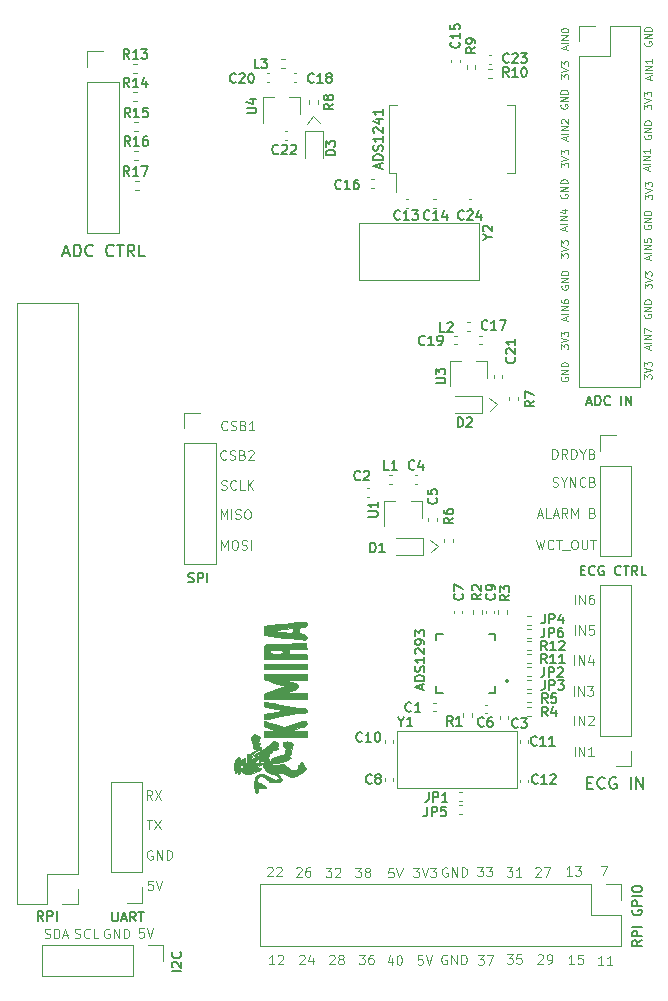
<source format=gbr>
G04 #@! TF.GenerationSoftware,KiCad,Pcbnew,(5.1.10)-1*
G04 #@! TF.CreationDate,2021-11-05T11:55:09+00:00*
G04 #@! TF.ProjectId,RasperryPi ECG Hat,52617370-6572-4727-9950-692045434720,rev?*
G04 #@! TF.SameCoordinates,Original*
G04 #@! TF.FileFunction,Legend,Top*
G04 #@! TF.FilePolarity,Positive*
%FSLAX46Y46*%
G04 Gerber Fmt 4.6, Leading zero omitted, Abs format (unit mm)*
G04 Created by KiCad (PCBNEW (5.1.10)-1) date 2021-11-05 11:55:09*
%MOMM*%
%LPD*%
G01*
G04 APERTURE LIST*
%ADD10C,0.100000*%
%ADD11C,0.010000*%
%ADD12C,0.120000*%
%ADD13C,0.127000*%
%ADD14C,0.200000*%
%ADD15C,0.150000*%
G04 APERTURE END LIST*
D10*
X64683659Y-111042504D02*
X64302706Y-111042504D01*
X64264611Y-111423457D01*
X64302706Y-111385361D01*
X64378897Y-111347266D01*
X64569373Y-111347266D01*
X64645563Y-111385361D01*
X64683659Y-111423457D01*
X64721754Y-111499647D01*
X64721754Y-111690123D01*
X64683659Y-111766314D01*
X64645563Y-111804409D01*
X64569373Y-111842504D01*
X64378897Y-111842504D01*
X64302706Y-111804409D01*
X64264611Y-111766314D01*
X64950325Y-111042504D02*
X65216992Y-111842504D01*
X65483659Y-111042504D01*
X77850596Y-113384095D02*
X77888691Y-113346000D01*
X77964881Y-113307904D01*
X78155358Y-113307904D01*
X78231548Y-113346000D01*
X78269643Y-113384095D01*
X78307739Y-113460285D01*
X78307739Y-113536476D01*
X78269643Y-113650761D01*
X77812500Y-114107904D01*
X78307739Y-114107904D01*
X78993453Y-113574571D02*
X78993453Y-114107904D01*
X78802977Y-113269809D02*
X78612500Y-113841238D01*
X79107739Y-113841238D01*
X71744954Y-68804754D02*
X71706859Y-68842849D01*
X71592573Y-68880944D01*
X71516382Y-68880944D01*
X71402097Y-68842849D01*
X71325906Y-68766659D01*
X71287811Y-68690468D01*
X71249716Y-68538087D01*
X71249716Y-68423801D01*
X71287811Y-68271420D01*
X71325906Y-68195230D01*
X71402097Y-68119040D01*
X71516382Y-68080944D01*
X71592573Y-68080944D01*
X71706859Y-68119040D01*
X71744954Y-68157135D01*
X72049716Y-68842849D02*
X72164001Y-68880944D01*
X72354478Y-68880944D01*
X72430668Y-68842849D01*
X72468763Y-68804754D01*
X72506859Y-68728563D01*
X72506859Y-68652373D01*
X72468763Y-68576182D01*
X72430668Y-68538087D01*
X72354478Y-68499992D01*
X72202097Y-68461897D01*
X72125906Y-68423801D01*
X72087811Y-68385706D01*
X72049716Y-68309516D01*
X72049716Y-68233325D01*
X72087811Y-68157135D01*
X72125906Y-68119040D01*
X72202097Y-68080944D01*
X72392573Y-68080944D01*
X72506859Y-68119040D01*
X73116382Y-68461897D02*
X73230668Y-68499992D01*
X73268763Y-68538087D01*
X73306859Y-68614278D01*
X73306859Y-68728563D01*
X73268763Y-68804754D01*
X73230668Y-68842849D01*
X73154478Y-68880944D01*
X72849716Y-68880944D01*
X72849716Y-68080944D01*
X73116382Y-68080944D01*
X73192573Y-68119040D01*
X73230668Y-68157135D01*
X73268763Y-68233325D01*
X73268763Y-68309516D01*
X73230668Y-68385706D01*
X73192573Y-68423801D01*
X73116382Y-68461897D01*
X72849716Y-68461897D01*
X74068763Y-68880944D02*
X73611620Y-68880944D01*
X73840192Y-68880944D02*
X73840192Y-68080944D01*
X73764001Y-68195230D01*
X73687811Y-68271420D01*
X73611620Y-68309516D01*
X71254777Y-78974904D02*
X71254777Y-78174904D01*
X71521443Y-78746333D01*
X71788110Y-78174904D01*
X71788110Y-78974904D01*
X72321443Y-78174904D02*
X72473824Y-78174904D01*
X72550015Y-78213000D01*
X72626205Y-78289190D01*
X72664300Y-78441571D01*
X72664300Y-78708238D01*
X72626205Y-78860619D01*
X72550015Y-78936809D01*
X72473824Y-78974904D01*
X72321443Y-78974904D01*
X72245253Y-78936809D01*
X72169062Y-78860619D01*
X72130967Y-78708238D01*
X72130967Y-78441571D01*
X72169062Y-78289190D01*
X72245253Y-78213000D01*
X72321443Y-78174904D01*
X72969062Y-78936809D02*
X73083348Y-78974904D01*
X73273824Y-78974904D01*
X73350015Y-78936809D01*
X73388110Y-78898714D01*
X73426205Y-78822523D01*
X73426205Y-78746333D01*
X73388110Y-78670142D01*
X73350015Y-78632047D01*
X73273824Y-78593952D01*
X73121443Y-78555857D01*
X73045253Y-78517761D01*
X73007158Y-78479666D01*
X72969062Y-78403476D01*
X72969062Y-78327285D01*
X73007158Y-78251095D01*
X73045253Y-78213000D01*
X73121443Y-78174904D01*
X73311920Y-78174904D01*
X73426205Y-78213000D01*
X73769062Y-78974904D02*
X73769062Y-78174904D01*
X71678914Y-71288874D02*
X71640819Y-71326969D01*
X71526533Y-71365064D01*
X71450342Y-71365064D01*
X71336057Y-71326969D01*
X71259866Y-71250779D01*
X71221771Y-71174588D01*
X71183676Y-71022207D01*
X71183676Y-70907921D01*
X71221771Y-70755540D01*
X71259866Y-70679350D01*
X71336057Y-70603160D01*
X71450342Y-70565064D01*
X71526533Y-70565064D01*
X71640819Y-70603160D01*
X71678914Y-70641255D01*
X71983676Y-71326969D02*
X72097961Y-71365064D01*
X72288438Y-71365064D01*
X72364628Y-71326969D01*
X72402723Y-71288874D01*
X72440819Y-71212683D01*
X72440819Y-71136493D01*
X72402723Y-71060302D01*
X72364628Y-71022207D01*
X72288438Y-70984112D01*
X72136057Y-70946017D01*
X72059866Y-70907921D01*
X72021771Y-70869826D01*
X71983676Y-70793636D01*
X71983676Y-70717445D01*
X72021771Y-70641255D01*
X72059866Y-70603160D01*
X72136057Y-70565064D01*
X72326533Y-70565064D01*
X72440819Y-70603160D01*
X73050342Y-70946017D02*
X73164628Y-70984112D01*
X73202723Y-71022207D01*
X73240819Y-71098398D01*
X73240819Y-71212683D01*
X73202723Y-71288874D01*
X73164628Y-71326969D01*
X73088438Y-71365064D01*
X72783676Y-71365064D01*
X72783676Y-70565064D01*
X73050342Y-70565064D01*
X73126533Y-70603160D01*
X73164628Y-70641255D01*
X73202723Y-70717445D01*
X73202723Y-70793636D01*
X73164628Y-70869826D01*
X73126533Y-70907921D01*
X73050342Y-70946017D01*
X72783676Y-70946017D01*
X73545580Y-70641255D02*
X73583676Y-70603160D01*
X73659866Y-70565064D01*
X73850342Y-70565064D01*
X73926533Y-70603160D01*
X73964628Y-70641255D01*
X74002723Y-70717445D01*
X74002723Y-70793636D01*
X73964628Y-70907921D01*
X73507485Y-71365064D01*
X74002723Y-71365064D01*
X71198897Y-76384104D02*
X71198897Y-75584104D01*
X71465563Y-76155533D01*
X71732230Y-75584104D01*
X71732230Y-76384104D01*
X72113182Y-76384104D02*
X72113182Y-75584104D01*
X72456040Y-76346009D02*
X72570325Y-76384104D01*
X72760801Y-76384104D01*
X72836992Y-76346009D01*
X72875087Y-76307914D01*
X72913182Y-76231723D01*
X72913182Y-76155533D01*
X72875087Y-76079342D01*
X72836992Y-76041247D01*
X72760801Y-76003152D01*
X72608420Y-75965057D01*
X72532230Y-75926961D01*
X72494135Y-75888866D01*
X72456040Y-75812676D01*
X72456040Y-75736485D01*
X72494135Y-75660295D01*
X72532230Y-75622200D01*
X72608420Y-75584104D01*
X72798897Y-75584104D01*
X72913182Y-75622200D01*
X73408420Y-75584104D02*
X73560801Y-75584104D01*
X73636992Y-75622200D01*
X73713182Y-75698390D01*
X73751278Y-75850771D01*
X73751278Y-76117438D01*
X73713182Y-76269819D01*
X73636992Y-76346009D01*
X73560801Y-76384104D01*
X73408420Y-76384104D01*
X73332230Y-76346009D01*
X73256040Y-76269819D01*
X73217944Y-76117438D01*
X73217944Y-75850771D01*
X73256040Y-75698390D01*
X73332230Y-75622200D01*
X73408420Y-75584104D01*
X71256059Y-73861889D02*
X71370344Y-73899984D01*
X71560820Y-73899984D01*
X71637011Y-73861889D01*
X71675106Y-73823794D01*
X71713201Y-73747603D01*
X71713201Y-73671413D01*
X71675106Y-73595222D01*
X71637011Y-73557127D01*
X71560820Y-73519032D01*
X71408440Y-73480937D01*
X71332249Y-73442841D01*
X71294154Y-73404746D01*
X71256059Y-73328556D01*
X71256059Y-73252365D01*
X71294154Y-73176175D01*
X71332249Y-73138080D01*
X71408440Y-73099984D01*
X71598916Y-73099984D01*
X71713201Y-73138080D01*
X72513201Y-73823794D02*
X72475106Y-73861889D01*
X72360820Y-73899984D01*
X72284630Y-73899984D01*
X72170344Y-73861889D01*
X72094154Y-73785699D01*
X72056059Y-73709508D01*
X72017963Y-73557127D01*
X72017963Y-73442841D01*
X72056059Y-73290460D01*
X72094154Y-73214270D01*
X72170344Y-73138080D01*
X72284630Y-73099984D01*
X72360820Y-73099984D01*
X72475106Y-73138080D01*
X72513201Y-73176175D01*
X73237011Y-73899984D02*
X72856059Y-73899984D01*
X72856059Y-73099984D01*
X73503678Y-73899984D02*
X73503678Y-73099984D01*
X73960820Y-73899984D02*
X73617963Y-73442841D01*
X73960820Y-73099984D02*
X73503678Y-73557127D01*
X65393586Y-100163584D02*
X65126920Y-99782632D01*
X64936443Y-100163584D02*
X64936443Y-99363584D01*
X65241205Y-99363584D01*
X65317396Y-99401680D01*
X65355491Y-99439775D01*
X65393586Y-99515965D01*
X65393586Y-99630251D01*
X65355491Y-99706441D01*
X65317396Y-99744537D01*
X65241205Y-99782632D01*
X64936443Y-99782632D01*
X65660253Y-99363584D02*
X66193586Y-100163584D01*
X66193586Y-99363584D02*
X65660253Y-100163584D01*
X65435499Y-107024224D02*
X65054546Y-107024224D01*
X65016451Y-107405177D01*
X65054546Y-107367081D01*
X65130737Y-107328986D01*
X65321213Y-107328986D01*
X65397403Y-107367081D01*
X65435499Y-107405177D01*
X65473594Y-107481367D01*
X65473594Y-107671843D01*
X65435499Y-107748034D01*
X65397403Y-107786129D01*
X65321213Y-107824224D01*
X65130737Y-107824224D01*
X65054546Y-107786129D01*
X65016451Y-107748034D01*
X65702165Y-107024224D02*
X65968832Y-107824224D01*
X66235499Y-107024224D01*
X64932636Y-101847704D02*
X65389779Y-101847704D01*
X65161207Y-102647704D02*
X65161207Y-101847704D01*
X65580255Y-101847704D02*
X66113588Y-102647704D01*
X66113588Y-101847704D02*
X65580255Y-102647704D01*
X65415236Y-104466440D02*
X65339045Y-104428344D01*
X65224760Y-104428344D01*
X65110474Y-104466440D01*
X65034283Y-104542630D01*
X64996188Y-104618820D01*
X64958093Y-104771201D01*
X64958093Y-104885487D01*
X64996188Y-105037868D01*
X65034283Y-105114059D01*
X65110474Y-105190249D01*
X65224760Y-105228344D01*
X65300950Y-105228344D01*
X65415236Y-105190249D01*
X65453331Y-105152154D01*
X65453331Y-104885487D01*
X65300950Y-104885487D01*
X65796188Y-105228344D02*
X65796188Y-104428344D01*
X66253331Y-105228344D01*
X66253331Y-104428344D01*
X66634283Y-105228344D02*
X66634283Y-104428344D01*
X66824760Y-104428344D01*
X66939045Y-104466440D01*
X67015236Y-104542630D01*
X67053331Y-104618820D01*
X67091426Y-104771201D01*
X67091426Y-104885487D01*
X67053331Y-105037868D01*
X67015236Y-105114059D01*
X66939045Y-105190249D01*
X66824760Y-105228344D01*
X66634283Y-105228344D01*
X92930580Y-105850464D02*
X93425819Y-105850464D01*
X93159152Y-106155226D01*
X93273438Y-106155226D01*
X93349628Y-106193321D01*
X93387723Y-106231417D01*
X93425819Y-106307607D01*
X93425819Y-106498083D01*
X93387723Y-106574274D01*
X93349628Y-106612369D01*
X93273438Y-106650464D01*
X93044866Y-106650464D01*
X92968676Y-106612369D01*
X92930580Y-106574274D01*
X93692485Y-105850464D02*
X94187723Y-105850464D01*
X93921057Y-106155226D01*
X94035342Y-106155226D01*
X94111533Y-106193321D01*
X94149628Y-106231417D01*
X94187723Y-106307607D01*
X94187723Y-106498083D01*
X94149628Y-106574274D01*
X94111533Y-106612369D01*
X94035342Y-106650464D01*
X93806771Y-106650464D01*
X93730580Y-106612369D01*
X93692485Y-106574274D01*
X95414700Y-105880944D02*
X95909939Y-105880944D01*
X95643272Y-106185706D01*
X95757558Y-106185706D01*
X95833748Y-106223801D01*
X95871843Y-106261897D01*
X95909939Y-106338087D01*
X95909939Y-106528563D01*
X95871843Y-106604754D01*
X95833748Y-106642849D01*
X95757558Y-106680944D01*
X95528986Y-106680944D01*
X95452796Y-106642849D01*
X95414700Y-106604754D01*
X96671843Y-106680944D02*
X96214700Y-106680944D01*
X96443272Y-106680944D02*
X96443272Y-105880944D01*
X96367081Y-105995230D01*
X96290891Y-106071420D01*
X96214700Y-106109516D01*
X97830236Y-105957135D02*
X97868331Y-105919040D01*
X97944521Y-105880944D01*
X98134998Y-105880944D01*
X98211188Y-105919040D01*
X98249283Y-105957135D01*
X98287379Y-106033325D01*
X98287379Y-106109516D01*
X98249283Y-106223801D01*
X97792140Y-106680944D01*
X98287379Y-106680944D01*
X98554045Y-105880944D02*
X99087379Y-105880944D01*
X98744521Y-106680944D01*
X77591516Y-105957135D02*
X77629611Y-105919040D01*
X77705801Y-105880944D01*
X77896278Y-105880944D01*
X77972468Y-105919040D01*
X78010563Y-105957135D01*
X78048659Y-106033325D01*
X78048659Y-106109516D01*
X78010563Y-106223801D01*
X77553420Y-106680944D01*
X78048659Y-106680944D01*
X78734373Y-105880944D02*
X78581992Y-105880944D01*
X78505801Y-105919040D01*
X78467706Y-105957135D01*
X78391516Y-106071420D01*
X78353420Y-106223801D01*
X78353420Y-106528563D01*
X78391516Y-106604754D01*
X78429611Y-106642849D01*
X78505801Y-106680944D01*
X78658182Y-106680944D01*
X78734373Y-106642849D01*
X78772468Y-106604754D01*
X78810563Y-106528563D01*
X78810563Y-106338087D01*
X78772468Y-106261897D01*
X78734373Y-106223801D01*
X78658182Y-106185706D01*
X78505801Y-106185706D01*
X78429611Y-106223801D01*
X78391516Y-106261897D01*
X78353420Y-106338087D01*
X82608020Y-105931744D02*
X83103259Y-105931744D01*
X82836592Y-106236506D01*
X82950878Y-106236506D01*
X83027068Y-106274601D01*
X83065163Y-106312697D01*
X83103259Y-106388887D01*
X83103259Y-106579363D01*
X83065163Y-106655554D01*
X83027068Y-106693649D01*
X82950878Y-106731744D01*
X82722306Y-106731744D01*
X82646116Y-106693649D01*
X82608020Y-106655554D01*
X83560401Y-106274601D02*
X83484211Y-106236506D01*
X83446116Y-106198411D01*
X83408020Y-106122220D01*
X83408020Y-106084125D01*
X83446116Y-106007935D01*
X83484211Y-105969840D01*
X83560401Y-105931744D01*
X83712782Y-105931744D01*
X83788973Y-105969840D01*
X83827068Y-106007935D01*
X83865163Y-106084125D01*
X83865163Y-106122220D01*
X83827068Y-106198411D01*
X83788973Y-106236506D01*
X83712782Y-106274601D01*
X83560401Y-106274601D01*
X83484211Y-106312697D01*
X83446116Y-106350792D01*
X83408020Y-106426982D01*
X83408020Y-106579363D01*
X83446116Y-106655554D01*
X83484211Y-106693649D01*
X83560401Y-106731744D01*
X83712782Y-106731744D01*
X83788973Y-106693649D01*
X83827068Y-106655554D01*
X83865163Y-106579363D01*
X83865163Y-106426982D01*
X83827068Y-106350792D01*
X83788973Y-106312697D01*
X83712782Y-106274601D01*
X80088340Y-105931744D02*
X80583579Y-105931744D01*
X80316912Y-106236506D01*
X80431198Y-106236506D01*
X80507388Y-106274601D01*
X80545483Y-106312697D01*
X80583579Y-106388887D01*
X80583579Y-106579363D01*
X80545483Y-106655554D01*
X80507388Y-106693649D01*
X80431198Y-106731744D01*
X80202626Y-106731744D01*
X80126436Y-106693649D01*
X80088340Y-106655554D01*
X80888340Y-106007935D02*
X80926436Y-105969840D01*
X81002626Y-105931744D01*
X81193102Y-105931744D01*
X81269293Y-105969840D01*
X81307388Y-106007935D01*
X81345483Y-106084125D01*
X81345483Y-106160316D01*
X81307388Y-106274601D01*
X80850245Y-106731744D01*
X81345483Y-106731744D01*
X85805819Y-105941904D02*
X85424866Y-105941904D01*
X85386771Y-106322857D01*
X85424866Y-106284761D01*
X85501057Y-106246666D01*
X85691533Y-106246666D01*
X85767723Y-106284761D01*
X85805819Y-106322857D01*
X85843914Y-106399047D01*
X85843914Y-106589523D01*
X85805819Y-106665714D01*
X85767723Y-106703809D01*
X85691533Y-106741904D01*
X85501057Y-106741904D01*
X85424866Y-106703809D01*
X85386771Y-106665714D01*
X86072485Y-105941904D02*
X86339152Y-106741904D01*
X86605819Y-105941904D01*
X87502643Y-105931744D02*
X87997881Y-105931744D01*
X87731215Y-106236506D01*
X87845500Y-106236506D01*
X87921691Y-106274601D01*
X87959786Y-106312697D01*
X87997881Y-106388887D01*
X87997881Y-106579363D01*
X87959786Y-106655554D01*
X87921691Y-106693649D01*
X87845500Y-106731744D01*
X87616929Y-106731744D01*
X87540739Y-106693649D01*
X87502643Y-106655554D01*
X88226453Y-105931744D02*
X88493120Y-106731744D01*
X88759786Y-105931744D01*
X88950262Y-105931744D02*
X89445500Y-105931744D01*
X89178834Y-106236506D01*
X89293120Y-106236506D01*
X89369310Y-106274601D01*
X89407405Y-106312697D01*
X89445500Y-106388887D01*
X89445500Y-106579363D01*
X89407405Y-106655554D01*
X89369310Y-106693649D01*
X89293120Y-106731744D01*
X89064548Y-106731744D01*
X88988358Y-106693649D01*
X88950262Y-106655554D01*
X90382956Y-105913960D02*
X90306765Y-105875864D01*
X90192480Y-105875864D01*
X90078194Y-105913960D01*
X90002003Y-105990150D01*
X89963908Y-106066340D01*
X89925813Y-106218721D01*
X89925813Y-106333007D01*
X89963908Y-106485388D01*
X90002003Y-106561579D01*
X90078194Y-106637769D01*
X90192480Y-106675864D01*
X90268670Y-106675864D01*
X90382956Y-106637769D01*
X90421051Y-106599674D01*
X90421051Y-106333007D01*
X90268670Y-106333007D01*
X90763908Y-106675864D02*
X90763908Y-105875864D01*
X91221051Y-106675864D01*
X91221051Y-105875864D01*
X91602003Y-106675864D02*
X91602003Y-105875864D01*
X91792480Y-105875864D01*
X91906765Y-105913960D01*
X91982956Y-105990150D01*
X92021051Y-106066340D01*
X92059146Y-106218721D01*
X92059146Y-106333007D01*
X92021051Y-106485388D01*
X91982956Y-106561579D01*
X91906765Y-106637769D01*
X91792480Y-106675864D01*
X91602003Y-106675864D01*
X98053756Y-113307895D02*
X98091851Y-113269800D01*
X98168041Y-113231704D01*
X98358518Y-113231704D01*
X98434708Y-113269800D01*
X98472803Y-113307895D01*
X98510899Y-113384085D01*
X98510899Y-113460276D01*
X98472803Y-113574561D01*
X98015660Y-114031704D01*
X98510899Y-114031704D01*
X98891851Y-114031704D02*
X99044232Y-114031704D01*
X99120422Y-113993609D01*
X99158518Y-113955514D01*
X99234708Y-113841228D01*
X99272803Y-113688847D01*
X99272803Y-113384085D01*
X99234708Y-113307895D01*
X99196613Y-113269800D01*
X99120422Y-113231704D01*
X98968041Y-113231704D01*
X98891851Y-113269800D01*
X98853756Y-113307895D01*
X98815660Y-113384085D01*
X98815660Y-113574561D01*
X98853756Y-113650752D01*
X98891851Y-113688847D01*
X98968041Y-113726942D01*
X99120422Y-113726942D01*
X99196613Y-113688847D01*
X99234708Y-113650752D01*
X99272803Y-113574561D01*
X90347396Y-113310440D02*
X90271205Y-113272344D01*
X90156920Y-113272344D01*
X90042634Y-113310440D01*
X89966443Y-113386630D01*
X89928348Y-113462820D01*
X89890253Y-113615201D01*
X89890253Y-113729487D01*
X89928348Y-113881868D01*
X89966443Y-113958059D01*
X90042634Y-114034249D01*
X90156920Y-114072344D01*
X90233110Y-114072344D01*
X90347396Y-114034249D01*
X90385491Y-113996154D01*
X90385491Y-113729487D01*
X90233110Y-113729487D01*
X90728348Y-114072344D02*
X90728348Y-113272344D01*
X91185491Y-114072344D01*
X91185491Y-113272344D01*
X91566443Y-114072344D02*
X91566443Y-113272344D01*
X91756920Y-113272344D01*
X91871205Y-113310440D01*
X91947396Y-113386630D01*
X91985491Y-113462820D01*
X92023586Y-113615201D01*
X92023586Y-113729487D01*
X91985491Y-113881868D01*
X91947396Y-113958059D01*
X91871205Y-114034249D01*
X91756920Y-114072344D01*
X91566443Y-114072344D01*
X101116939Y-114097744D02*
X100659796Y-114097744D01*
X100888367Y-114097744D02*
X100888367Y-113297744D01*
X100812177Y-113412030D01*
X100735986Y-113488220D01*
X100659796Y-113526316D01*
X101840748Y-113297744D02*
X101459796Y-113297744D01*
X101421700Y-113678697D01*
X101459796Y-113640601D01*
X101535986Y-113602506D01*
X101726462Y-113602506D01*
X101802653Y-113640601D01*
X101840748Y-113678697D01*
X101878843Y-113754887D01*
X101878843Y-113945363D01*
X101840748Y-114021554D01*
X101802653Y-114059649D01*
X101726462Y-114097744D01*
X101535986Y-114097744D01*
X101459796Y-114059649D01*
X101421700Y-114021554D01*
X92966140Y-113318064D02*
X93461379Y-113318064D01*
X93194712Y-113622826D01*
X93308998Y-113622826D01*
X93385188Y-113660921D01*
X93423283Y-113699017D01*
X93461379Y-113775207D01*
X93461379Y-113965683D01*
X93423283Y-114041874D01*
X93385188Y-114079969D01*
X93308998Y-114118064D01*
X93080426Y-114118064D01*
X93004236Y-114079969D01*
X92966140Y-114041874D01*
X93728045Y-113318064D02*
X94261379Y-113318064D01*
X93918521Y-114118064D01*
X95429940Y-113246944D02*
X95925179Y-113246944D01*
X95658512Y-113551706D01*
X95772798Y-113551706D01*
X95848988Y-113589801D01*
X95887083Y-113627897D01*
X95925179Y-113704087D01*
X95925179Y-113894563D01*
X95887083Y-113970754D01*
X95848988Y-114008849D01*
X95772798Y-114046944D01*
X95544226Y-114046944D01*
X95468036Y-114008849D01*
X95429940Y-113970754D01*
X96648988Y-113246944D02*
X96268036Y-113246944D01*
X96229940Y-113627897D01*
X96268036Y-113589801D01*
X96344226Y-113551706D01*
X96534702Y-113551706D01*
X96610893Y-113589801D01*
X96648988Y-113627897D01*
X96687083Y-113704087D01*
X96687083Y-113894563D01*
X96648988Y-113970754D01*
X96610893Y-114008849D01*
X96534702Y-114046944D01*
X96344226Y-114046944D01*
X96268036Y-114008849D01*
X96229940Y-113970754D01*
X80415996Y-113384095D02*
X80454091Y-113346000D01*
X80530281Y-113307904D01*
X80720758Y-113307904D01*
X80796948Y-113346000D01*
X80835043Y-113384095D01*
X80873139Y-113460285D01*
X80873139Y-113536476D01*
X80835043Y-113650761D01*
X80377900Y-114107904D01*
X80873139Y-114107904D01*
X81330281Y-113650761D02*
X81254091Y-113612666D01*
X81215996Y-113574571D01*
X81177900Y-113498380D01*
X81177900Y-113460285D01*
X81215996Y-113384095D01*
X81254091Y-113346000D01*
X81330281Y-113307904D01*
X81482662Y-113307904D01*
X81558853Y-113346000D01*
X81596948Y-113384095D01*
X81635043Y-113460285D01*
X81635043Y-113498380D01*
X81596948Y-113574571D01*
X81558853Y-113612666D01*
X81482662Y-113650761D01*
X81330281Y-113650761D01*
X81254091Y-113688857D01*
X81215996Y-113726952D01*
X81177900Y-113803142D01*
X81177900Y-113955523D01*
X81215996Y-114031714D01*
X81254091Y-114069809D01*
X81330281Y-114107904D01*
X81482662Y-114107904D01*
X81558853Y-114069809D01*
X81596948Y-114031714D01*
X81635043Y-113955523D01*
X81635043Y-113803142D01*
X81596948Y-113726952D01*
X81558853Y-113688857D01*
X81482662Y-113650761D01*
X85714388Y-113594891D02*
X85714388Y-114128224D01*
X85523912Y-113290129D02*
X85333436Y-113861558D01*
X85828674Y-113861558D01*
X86285817Y-113328224D02*
X86362007Y-113328224D01*
X86438198Y-113366320D01*
X86476293Y-113404415D01*
X86514388Y-113480605D01*
X86552483Y-113632986D01*
X86552483Y-113823462D01*
X86514388Y-113975843D01*
X86476293Y-114052034D01*
X86438198Y-114090129D01*
X86362007Y-114128224D01*
X86285817Y-114128224D01*
X86209626Y-114090129D01*
X86171531Y-114052034D01*
X86133436Y-113975843D01*
X86095340Y-113823462D01*
X86095340Y-113632986D01*
X86133436Y-113480605D01*
X86171531Y-113404415D01*
X86209626Y-113366320D01*
X86285817Y-113328224D01*
X88289939Y-113328224D02*
X87908986Y-113328224D01*
X87870891Y-113709177D01*
X87908986Y-113671081D01*
X87985177Y-113632986D01*
X88175653Y-113632986D01*
X88251843Y-113671081D01*
X88289939Y-113709177D01*
X88328034Y-113785367D01*
X88328034Y-113975843D01*
X88289939Y-114052034D01*
X88251843Y-114090129D01*
X88175653Y-114128224D01*
X87985177Y-114128224D01*
X87908986Y-114090129D01*
X87870891Y-114052034D01*
X88556605Y-113328224D02*
X88823272Y-114128224D01*
X89089939Y-113328224D01*
X82912820Y-113292664D02*
X83408059Y-113292664D01*
X83141392Y-113597426D01*
X83255678Y-113597426D01*
X83331868Y-113635521D01*
X83369963Y-113673617D01*
X83408059Y-113749807D01*
X83408059Y-113940283D01*
X83369963Y-114016474D01*
X83331868Y-114054569D01*
X83255678Y-114092664D01*
X83027106Y-114092664D01*
X82950916Y-114054569D01*
X82912820Y-114016474D01*
X84093773Y-113292664D02*
X83941392Y-113292664D01*
X83865201Y-113330760D01*
X83827106Y-113368855D01*
X83750916Y-113483140D01*
X83712820Y-113635521D01*
X83712820Y-113940283D01*
X83750916Y-114016474D01*
X83789011Y-114054569D01*
X83865201Y-114092664D01*
X84017582Y-114092664D01*
X84093773Y-114054569D01*
X84131868Y-114016474D01*
X84169963Y-113940283D01*
X84169963Y-113749807D01*
X84131868Y-113673617D01*
X84093773Y-113635521D01*
X84017582Y-113597426D01*
X83865201Y-113597426D01*
X83789011Y-113635521D01*
X83750916Y-113673617D01*
X83712820Y-113749807D01*
X103380093Y-105764104D02*
X103913426Y-105764104D01*
X103570569Y-106564104D01*
X100944219Y-106579344D02*
X100487076Y-106579344D01*
X100715647Y-106579344D02*
X100715647Y-105779344D01*
X100639457Y-105893630D01*
X100563266Y-105969820D01*
X100487076Y-106007916D01*
X101210885Y-105779344D02*
X101706123Y-105779344D01*
X101439457Y-106084106D01*
X101553742Y-106084106D01*
X101629933Y-106122201D01*
X101668028Y-106160297D01*
X101706123Y-106236487D01*
X101706123Y-106426963D01*
X101668028Y-106503154D01*
X101629933Y-106541249D01*
X101553742Y-106579344D01*
X101325171Y-106579344D01*
X101248980Y-106541249D01*
X101210885Y-106503154D01*
X75158196Y-105921575D02*
X75196291Y-105883480D01*
X75272481Y-105845384D01*
X75462958Y-105845384D01*
X75539148Y-105883480D01*
X75577243Y-105921575D01*
X75615339Y-105997765D01*
X75615339Y-106073956D01*
X75577243Y-106188241D01*
X75120100Y-106645384D01*
X75615339Y-106645384D01*
X75920100Y-105921575D02*
X75958196Y-105883480D01*
X76034386Y-105845384D01*
X76224862Y-105845384D01*
X76301053Y-105883480D01*
X76339148Y-105921575D01*
X76377243Y-105997765D01*
X76377243Y-106073956D01*
X76339148Y-106188241D01*
X75882005Y-106645384D01*
X76377243Y-106645384D01*
X103616299Y-114168864D02*
X103159156Y-114168864D01*
X103387727Y-114168864D02*
X103387727Y-113368864D01*
X103311537Y-113483150D01*
X103235346Y-113559340D01*
X103159156Y-113597436D01*
X104378203Y-114168864D02*
X103921060Y-114168864D01*
X104149632Y-114168864D02*
X104149632Y-113368864D01*
X104073441Y-113483150D01*
X103997251Y-113559340D01*
X103921060Y-113597436D01*
X75752499Y-114107904D02*
X75295356Y-114107904D01*
X75523927Y-114107904D02*
X75523927Y-113307904D01*
X75447737Y-113422190D01*
X75371546Y-113498380D01*
X75295356Y-113536476D01*
X76057260Y-113384095D02*
X76095356Y-113346000D01*
X76171546Y-113307904D01*
X76362022Y-113307904D01*
X76438213Y-113346000D01*
X76476308Y-113384095D01*
X76514403Y-113460285D01*
X76514403Y-113536476D01*
X76476308Y-113650761D01*
X76019165Y-114107904D01*
X76514403Y-114107904D01*
X100052228Y-39101937D02*
X100052228Y-38730508D01*
X100280800Y-38930508D01*
X100280800Y-38844794D01*
X100309371Y-38787651D01*
X100337942Y-38759080D01*
X100395085Y-38730508D01*
X100537942Y-38730508D01*
X100595085Y-38759080D01*
X100623657Y-38787651D01*
X100652228Y-38844794D01*
X100652228Y-39016222D01*
X100623657Y-39073365D01*
X100595085Y-39101937D01*
X100052228Y-38559080D02*
X100652228Y-38359080D01*
X100052228Y-38159080D01*
X100052228Y-38016222D02*
X100052228Y-37644794D01*
X100280800Y-37844794D01*
X100280800Y-37759080D01*
X100309371Y-37701937D01*
X100337942Y-37673365D01*
X100395085Y-37644794D01*
X100537942Y-37644794D01*
X100595085Y-37673365D01*
X100623657Y-37701937D01*
X100652228Y-37759080D01*
X100652228Y-37930508D01*
X100623657Y-37987651D01*
X100595085Y-38016222D01*
X107067708Y-41677497D02*
X107067708Y-41306068D01*
X107296280Y-41506068D01*
X107296280Y-41420354D01*
X107324851Y-41363211D01*
X107353422Y-41334640D01*
X107410565Y-41306068D01*
X107553422Y-41306068D01*
X107610565Y-41334640D01*
X107639137Y-41363211D01*
X107667708Y-41420354D01*
X107667708Y-41591782D01*
X107639137Y-41648925D01*
X107610565Y-41677497D01*
X107067708Y-41134640D02*
X107667708Y-40934640D01*
X107067708Y-40734640D01*
X107067708Y-40591782D02*
X107067708Y-40220354D01*
X107296280Y-40420354D01*
X107296280Y-40334640D01*
X107324851Y-40277497D01*
X107353422Y-40248925D01*
X107410565Y-40220354D01*
X107553422Y-40220354D01*
X107610565Y-40248925D01*
X107639137Y-40277497D01*
X107667708Y-40334640D01*
X107667708Y-40506068D01*
X107639137Y-40563211D01*
X107610565Y-40591782D01*
X100052228Y-46615257D02*
X100052228Y-46243828D01*
X100280800Y-46443828D01*
X100280800Y-46358114D01*
X100309371Y-46300971D01*
X100337942Y-46272400D01*
X100395085Y-46243828D01*
X100537942Y-46243828D01*
X100595085Y-46272400D01*
X100623657Y-46300971D01*
X100652228Y-46358114D01*
X100652228Y-46529542D01*
X100623657Y-46586685D01*
X100595085Y-46615257D01*
X100052228Y-46072400D02*
X100652228Y-45872400D01*
X100052228Y-45672400D01*
X100052228Y-45529542D02*
X100052228Y-45158114D01*
X100280800Y-45358114D01*
X100280800Y-45272400D01*
X100309371Y-45215257D01*
X100337942Y-45186685D01*
X100395085Y-45158114D01*
X100537942Y-45158114D01*
X100595085Y-45186685D01*
X100623657Y-45215257D01*
X100652228Y-45272400D01*
X100652228Y-45443828D01*
X100623657Y-45500971D01*
X100595085Y-45529542D01*
X107128668Y-49302577D02*
X107128668Y-48931148D01*
X107357240Y-49131148D01*
X107357240Y-49045434D01*
X107385811Y-48988291D01*
X107414382Y-48959720D01*
X107471525Y-48931148D01*
X107614382Y-48931148D01*
X107671525Y-48959720D01*
X107700097Y-48988291D01*
X107728668Y-49045434D01*
X107728668Y-49216862D01*
X107700097Y-49274005D01*
X107671525Y-49302577D01*
X107128668Y-48759720D02*
X107728668Y-48559720D01*
X107128668Y-48359720D01*
X107128668Y-48216862D02*
X107128668Y-47845434D01*
X107357240Y-48045434D01*
X107357240Y-47959720D01*
X107385811Y-47902577D01*
X107414382Y-47874005D01*
X107471525Y-47845434D01*
X107614382Y-47845434D01*
X107671525Y-47874005D01*
X107700097Y-47902577D01*
X107728668Y-47959720D01*
X107728668Y-48131148D01*
X107700097Y-48188291D01*
X107671525Y-48216862D01*
X100001428Y-54260657D02*
X100001428Y-53889228D01*
X100230000Y-54089228D01*
X100230000Y-54003514D01*
X100258571Y-53946371D01*
X100287142Y-53917800D01*
X100344285Y-53889228D01*
X100487142Y-53889228D01*
X100544285Y-53917800D01*
X100572857Y-53946371D01*
X100601428Y-54003514D01*
X100601428Y-54174942D01*
X100572857Y-54232085D01*
X100544285Y-54260657D01*
X100001428Y-53717800D02*
X100601428Y-53517800D01*
X100001428Y-53317800D01*
X100001428Y-53174942D02*
X100001428Y-52803514D01*
X100230000Y-53003514D01*
X100230000Y-52917800D01*
X100258571Y-52860657D01*
X100287142Y-52832085D01*
X100344285Y-52803514D01*
X100487142Y-52803514D01*
X100544285Y-52832085D01*
X100572857Y-52860657D01*
X100601428Y-52917800D01*
X100601428Y-53089228D01*
X100572857Y-53146371D01*
X100544285Y-53174942D01*
X107108348Y-56871777D02*
X107108348Y-56500348D01*
X107336920Y-56700348D01*
X107336920Y-56614634D01*
X107365491Y-56557491D01*
X107394062Y-56528920D01*
X107451205Y-56500348D01*
X107594062Y-56500348D01*
X107651205Y-56528920D01*
X107679777Y-56557491D01*
X107708348Y-56614634D01*
X107708348Y-56786062D01*
X107679777Y-56843205D01*
X107651205Y-56871777D01*
X107108348Y-56328920D02*
X107708348Y-56128920D01*
X107108348Y-55928920D01*
X107108348Y-55786062D02*
X107108348Y-55414634D01*
X107336920Y-55614634D01*
X107336920Y-55528920D01*
X107365491Y-55471777D01*
X107394062Y-55443205D01*
X107451205Y-55414634D01*
X107594062Y-55414634D01*
X107651205Y-55443205D01*
X107679777Y-55471777D01*
X107708348Y-55528920D01*
X107708348Y-55700348D01*
X107679777Y-55757491D01*
X107651205Y-55786062D01*
X107088028Y-64522257D02*
X107088028Y-64150828D01*
X107316600Y-64350828D01*
X107316600Y-64265114D01*
X107345171Y-64207971D01*
X107373742Y-64179400D01*
X107430885Y-64150828D01*
X107573742Y-64150828D01*
X107630885Y-64179400D01*
X107659457Y-64207971D01*
X107688028Y-64265114D01*
X107688028Y-64436542D01*
X107659457Y-64493685D01*
X107630885Y-64522257D01*
X107088028Y-63979400D02*
X107688028Y-63779400D01*
X107088028Y-63579400D01*
X107088028Y-63436542D02*
X107088028Y-63065114D01*
X107316600Y-63265114D01*
X107316600Y-63179400D01*
X107345171Y-63122257D01*
X107373742Y-63093685D01*
X107430885Y-63065114D01*
X107573742Y-63065114D01*
X107630885Y-63093685D01*
X107659457Y-63122257D01*
X107688028Y-63179400D01*
X107688028Y-63350828D01*
X107659457Y-63407971D01*
X107630885Y-63436542D01*
X100011588Y-61987337D02*
X100011588Y-61615908D01*
X100240160Y-61815908D01*
X100240160Y-61730194D01*
X100268731Y-61673051D01*
X100297302Y-61644480D01*
X100354445Y-61615908D01*
X100497302Y-61615908D01*
X100554445Y-61644480D01*
X100583017Y-61673051D01*
X100611588Y-61730194D01*
X100611588Y-61901622D01*
X100583017Y-61958765D01*
X100554445Y-61987337D01*
X100011588Y-61444480D02*
X100611588Y-61244480D01*
X100011588Y-61044480D01*
X100011588Y-60901622D02*
X100011588Y-60530194D01*
X100240160Y-60730194D01*
X100240160Y-60644480D01*
X100268731Y-60587337D01*
X100297302Y-60558765D01*
X100354445Y-60530194D01*
X100497302Y-60530194D01*
X100554445Y-60558765D01*
X100583017Y-60587337D01*
X100611588Y-60644480D01*
X100611588Y-60815908D01*
X100583017Y-60873051D01*
X100554445Y-60901622D01*
X107096280Y-59065102D02*
X107067708Y-59122245D01*
X107067708Y-59207960D01*
X107096280Y-59293674D01*
X107153422Y-59350817D01*
X107210565Y-59379388D01*
X107324851Y-59407960D01*
X107410565Y-59407960D01*
X107524851Y-59379388D01*
X107581994Y-59350817D01*
X107639137Y-59293674D01*
X107667708Y-59207960D01*
X107667708Y-59150817D01*
X107639137Y-59065102D01*
X107610565Y-59036531D01*
X107410565Y-59036531D01*
X107410565Y-59150817D01*
X107667708Y-58779388D02*
X107067708Y-58779388D01*
X107667708Y-58436531D01*
X107067708Y-58436531D01*
X107667708Y-58150817D02*
X107067708Y-58150817D01*
X107067708Y-58007960D01*
X107096280Y-57922245D01*
X107153422Y-57865102D01*
X107210565Y-57836531D01*
X107324851Y-57807960D01*
X107410565Y-57807960D01*
X107524851Y-57836531D01*
X107581994Y-57865102D01*
X107639137Y-57922245D01*
X107667708Y-58007960D01*
X107667708Y-58150817D01*
X100040160Y-64383862D02*
X100011588Y-64441005D01*
X100011588Y-64526720D01*
X100040160Y-64612434D01*
X100097302Y-64669577D01*
X100154445Y-64698148D01*
X100268731Y-64726720D01*
X100354445Y-64726720D01*
X100468731Y-64698148D01*
X100525874Y-64669577D01*
X100583017Y-64612434D01*
X100611588Y-64526720D01*
X100611588Y-64469577D01*
X100583017Y-64383862D01*
X100554445Y-64355291D01*
X100354445Y-64355291D01*
X100354445Y-64469577D01*
X100611588Y-64098148D02*
X100011588Y-64098148D01*
X100611588Y-63755291D01*
X100011588Y-63755291D01*
X100611588Y-63469577D02*
X100011588Y-63469577D01*
X100011588Y-63326720D01*
X100040160Y-63241005D01*
X100097302Y-63183862D01*
X100154445Y-63155291D01*
X100268731Y-63126720D01*
X100354445Y-63126720D01*
X100468731Y-63155291D01*
X100525874Y-63183862D01*
X100583017Y-63241005D01*
X100611588Y-63326720D01*
X100611588Y-63469577D01*
X100080800Y-56626702D02*
X100052228Y-56683845D01*
X100052228Y-56769560D01*
X100080800Y-56855274D01*
X100137942Y-56912417D01*
X100195085Y-56940988D01*
X100309371Y-56969560D01*
X100395085Y-56969560D01*
X100509371Y-56940988D01*
X100566514Y-56912417D01*
X100623657Y-56855274D01*
X100652228Y-56769560D01*
X100652228Y-56712417D01*
X100623657Y-56626702D01*
X100595085Y-56598131D01*
X100395085Y-56598131D01*
X100395085Y-56712417D01*
X100652228Y-56340988D02*
X100052228Y-56340988D01*
X100652228Y-55998131D01*
X100052228Y-55998131D01*
X100652228Y-55712417D02*
X100052228Y-55712417D01*
X100052228Y-55569560D01*
X100080800Y-55483845D01*
X100137942Y-55426702D01*
X100195085Y-55398131D01*
X100309371Y-55369560D01*
X100395085Y-55369560D01*
X100509371Y-55398131D01*
X100566514Y-55426702D01*
X100623657Y-55483845D01*
X100652228Y-55569560D01*
X100652228Y-55712417D01*
X107086120Y-51531462D02*
X107057548Y-51588605D01*
X107057548Y-51674320D01*
X107086120Y-51760034D01*
X107143262Y-51817177D01*
X107200405Y-51845748D01*
X107314691Y-51874320D01*
X107400405Y-51874320D01*
X107514691Y-51845748D01*
X107571834Y-51817177D01*
X107628977Y-51760034D01*
X107657548Y-51674320D01*
X107657548Y-51617177D01*
X107628977Y-51531462D01*
X107600405Y-51502891D01*
X107400405Y-51502891D01*
X107400405Y-51617177D01*
X107657548Y-51245748D02*
X107057548Y-51245748D01*
X107657548Y-50902891D01*
X107057548Y-50902891D01*
X107657548Y-50617177D02*
X107057548Y-50617177D01*
X107057548Y-50474320D01*
X107086120Y-50388605D01*
X107143262Y-50331462D01*
X107200405Y-50302891D01*
X107314691Y-50274320D01*
X107400405Y-50274320D01*
X107514691Y-50302891D01*
X107571834Y-50331462D01*
X107628977Y-50388605D01*
X107657548Y-50474320D01*
X107657548Y-50617177D01*
X100004600Y-48894942D02*
X99976028Y-48952085D01*
X99976028Y-49037800D01*
X100004600Y-49123514D01*
X100061742Y-49180657D01*
X100118885Y-49209228D01*
X100233171Y-49237800D01*
X100318885Y-49237800D01*
X100433171Y-49209228D01*
X100490314Y-49180657D01*
X100547457Y-49123514D01*
X100576028Y-49037800D01*
X100576028Y-48980657D01*
X100547457Y-48894942D01*
X100518885Y-48866371D01*
X100318885Y-48866371D01*
X100318885Y-48980657D01*
X100576028Y-48609228D02*
X99976028Y-48609228D01*
X100576028Y-48266371D01*
X99976028Y-48266371D01*
X100576028Y-47980657D02*
X99976028Y-47980657D01*
X99976028Y-47837800D01*
X100004600Y-47752085D01*
X100061742Y-47694942D01*
X100118885Y-47666371D01*
X100233171Y-47637800D01*
X100318885Y-47637800D01*
X100433171Y-47666371D01*
X100490314Y-47694942D01*
X100547457Y-47752085D01*
X100576028Y-47837800D01*
X100576028Y-47980657D01*
X107096280Y-43906382D02*
X107067708Y-43963525D01*
X107067708Y-44049240D01*
X107096280Y-44134954D01*
X107153422Y-44192097D01*
X107210565Y-44220668D01*
X107324851Y-44249240D01*
X107410565Y-44249240D01*
X107524851Y-44220668D01*
X107581994Y-44192097D01*
X107639137Y-44134954D01*
X107667708Y-44049240D01*
X107667708Y-43992097D01*
X107639137Y-43906382D01*
X107610565Y-43877811D01*
X107410565Y-43877811D01*
X107410565Y-43992097D01*
X107667708Y-43620668D02*
X107067708Y-43620668D01*
X107667708Y-43277811D01*
X107067708Y-43277811D01*
X107667708Y-42992097D02*
X107067708Y-42992097D01*
X107067708Y-42849240D01*
X107096280Y-42763525D01*
X107153422Y-42706382D01*
X107210565Y-42677811D01*
X107324851Y-42649240D01*
X107410565Y-42649240D01*
X107524851Y-42677811D01*
X107581994Y-42706382D01*
X107639137Y-42763525D01*
X107667708Y-42849240D01*
X107667708Y-42992097D01*
X100004600Y-41300342D02*
X99976028Y-41357485D01*
X99976028Y-41443200D01*
X100004600Y-41528914D01*
X100061742Y-41586057D01*
X100118885Y-41614628D01*
X100233171Y-41643200D01*
X100318885Y-41643200D01*
X100433171Y-41614628D01*
X100490314Y-41586057D01*
X100547457Y-41528914D01*
X100576028Y-41443200D01*
X100576028Y-41386057D01*
X100547457Y-41300342D01*
X100518885Y-41271771D01*
X100318885Y-41271771D01*
X100318885Y-41386057D01*
X100576028Y-41014628D02*
X99976028Y-41014628D01*
X100576028Y-40671771D01*
X99976028Y-40671771D01*
X100576028Y-40386057D02*
X99976028Y-40386057D01*
X99976028Y-40243200D01*
X100004600Y-40157485D01*
X100061742Y-40100342D01*
X100118885Y-40071771D01*
X100233171Y-40043200D01*
X100318885Y-40043200D01*
X100433171Y-40071771D01*
X100490314Y-40100342D01*
X100547457Y-40157485D01*
X100576028Y-40243200D01*
X100576028Y-40386057D01*
X107116600Y-35991742D02*
X107088028Y-36048885D01*
X107088028Y-36134600D01*
X107116600Y-36220314D01*
X107173742Y-36277457D01*
X107230885Y-36306028D01*
X107345171Y-36334600D01*
X107430885Y-36334600D01*
X107545171Y-36306028D01*
X107602314Y-36277457D01*
X107659457Y-36220314D01*
X107688028Y-36134600D01*
X107688028Y-36077457D01*
X107659457Y-35991742D01*
X107630885Y-35963171D01*
X107430885Y-35963171D01*
X107430885Y-36077457D01*
X107688028Y-35706028D02*
X107088028Y-35706028D01*
X107688028Y-35363171D01*
X107088028Y-35363171D01*
X107688028Y-35077457D02*
X107088028Y-35077457D01*
X107088028Y-34934600D01*
X107116600Y-34848885D01*
X107173742Y-34791742D01*
X107230885Y-34763171D01*
X107345171Y-34734600D01*
X107430885Y-34734600D01*
X107545171Y-34763171D01*
X107602314Y-34791742D01*
X107659457Y-34848885D01*
X107688028Y-34934600D01*
X107688028Y-35077457D01*
X107496280Y-62013354D02*
X107496280Y-61727640D01*
X107667708Y-62070497D02*
X107067708Y-61870497D01*
X107667708Y-61670497D01*
X107667708Y-61470497D02*
X107067708Y-61470497D01*
X107667708Y-61184782D02*
X107067708Y-61184782D01*
X107667708Y-60841925D01*
X107067708Y-60841925D01*
X107067708Y-60613354D02*
X107067708Y-60213354D01*
X107667708Y-60470497D01*
X100460480Y-59564794D02*
X100460480Y-59279080D01*
X100631908Y-59621937D02*
X100031908Y-59421937D01*
X100631908Y-59221937D01*
X100631908Y-59021937D02*
X100031908Y-59021937D01*
X100631908Y-58736222D02*
X100031908Y-58736222D01*
X100631908Y-58393365D01*
X100031908Y-58393365D01*
X100031908Y-57850508D02*
X100031908Y-57964794D01*
X100060480Y-58021937D01*
X100089051Y-58050508D01*
X100174765Y-58107651D01*
X100289051Y-58136222D01*
X100517622Y-58136222D01*
X100574765Y-58107651D01*
X100603337Y-58079080D01*
X100631908Y-58021937D01*
X100631908Y-57907651D01*
X100603337Y-57850508D01*
X100574765Y-57821937D01*
X100517622Y-57793365D01*
X100374765Y-57793365D01*
X100317622Y-57821937D01*
X100289051Y-57850508D01*
X100260480Y-57907651D01*
X100260480Y-58021937D01*
X100289051Y-58079080D01*
X100317622Y-58107651D01*
X100374765Y-58136222D01*
X107475960Y-54398434D02*
X107475960Y-54112720D01*
X107647388Y-54455577D02*
X107047388Y-54255577D01*
X107647388Y-54055577D01*
X107647388Y-53855577D02*
X107047388Y-53855577D01*
X107647388Y-53569862D02*
X107047388Y-53569862D01*
X107647388Y-53227005D01*
X107047388Y-53227005D01*
X107047388Y-52655577D02*
X107047388Y-52941291D01*
X107333102Y-52969862D01*
X107304531Y-52941291D01*
X107275960Y-52884148D01*
X107275960Y-52741291D01*
X107304531Y-52684148D01*
X107333102Y-52655577D01*
X107390245Y-52627005D01*
X107533102Y-52627005D01*
X107590245Y-52655577D01*
X107618817Y-52684148D01*
X107647388Y-52741291D01*
X107647388Y-52884148D01*
X107618817Y-52941291D01*
X107590245Y-52969862D01*
X100353800Y-51939714D02*
X100353800Y-51654000D01*
X100525228Y-51996857D02*
X99925228Y-51796857D01*
X100525228Y-51596857D01*
X100525228Y-51396857D02*
X99925228Y-51396857D01*
X100525228Y-51111142D02*
X99925228Y-51111142D01*
X100525228Y-50768285D01*
X99925228Y-50768285D01*
X100125228Y-50225428D02*
X100525228Y-50225428D01*
X99896657Y-50368285D02*
X100325228Y-50511142D01*
X100325228Y-50139714D01*
X107404840Y-46854634D02*
X107404840Y-46568920D01*
X107576268Y-46911777D02*
X106976268Y-46711777D01*
X107576268Y-46511777D01*
X107576268Y-46311777D02*
X106976268Y-46311777D01*
X107576268Y-46026062D02*
X106976268Y-46026062D01*
X107576268Y-45683205D01*
X106976268Y-45683205D01*
X107576268Y-45083205D02*
X107576268Y-45426062D01*
X107576268Y-45254634D02*
X106976268Y-45254634D01*
X107061982Y-45311777D01*
X107119125Y-45368920D01*
X107147697Y-45426062D01*
X100455400Y-44309554D02*
X100455400Y-44023840D01*
X100626828Y-44366697D02*
X100026828Y-44166697D01*
X100626828Y-43966697D01*
X100626828Y-43766697D02*
X100026828Y-43766697D01*
X100626828Y-43480982D02*
X100026828Y-43480982D01*
X100626828Y-43138125D01*
X100026828Y-43138125D01*
X100083971Y-42880982D02*
X100055400Y-42852411D01*
X100026828Y-42795268D01*
X100026828Y-42652411D01*
X100055400Y-42595268D01*
X100083971Y-42566697D01*
X100141114Y-42538125D01*
X100198257Y-42538125D01*
X100283971Y-42566697D01*
X100626828Y-42909554D01*
X100626828Y-42538125D01*
X100460480Y-36623514D02*
X100460480Y-36337800D01*
X100631908Y-36680657D02*
X100031908Y-36480657D01*
X100631908Y-36280657D01*
X100631908Y-36080657D02*
X100031908Y-36080657D01*
X100631908Y-35794942D02*
X100031908Y-35794942D01*
X100631908Y-35452085D01*
X100031908Y-35452085D01*
X100031908Y-35052085D02*
X100031908Y-34994942D01*
X100060480Y-34937800D01*
X100089051Y-34909228D01*
X100146194Y-34880657D01*
X100260480Y-34852085D01*
X100403337Y-34852085D01*
X100517622Y-34880657D01*
X100574765Y-34909228D01*
X100603337Y-34937800D01*
X100631908Y-34994942D01*
X100631908Y-35052085D01*
X100603337Y-35109228D01*
X100574765Y-35137800D01*
X100517622Y-35166371D01*
X100403337Y-35194942D01*
X100260480Y-35194942D01*
X100146194Y-35166371D01*
X100089051Y-35137800D01*
X100060480Y-35109228D01*
X100031908Y-35052085D01*
X107536920Y-39183834D02*
X107536920Y-38898120D01*
X107708348Y-39240977D02*
X107108348Y-39040977D01*
X107708348Y-38840977D01*
X107708348Y-38640977D02*
X107108348Y-38640977D01*
X107708348Y-38355262D02*
X107108348Y-38355262D01*
X107708348Y-38012405D01*
X107108348Y-38012405D01*
X107708348Y-37412405D02*
X107708348Y-37755262D01*
X107708348Y-37583834D02*
X107108348Y-37583834D01*
X107194062Y-37640977D01*
X107251205Y-37698120D01*
X107279777Y-37755262D01*
X56300491Y-111829809D02*
X56414777Y-111867904D01*
X56605253Y-111867904D01*
X56681443Y-111829809D01*
X56719539Y-111791714D01*
X56757634Y-111715523D01*
X56757634Y-111639333D01*
X56719539Y-111563142D01*
X56681443Y-111525047D01*
X56605253Y-111486952D01*
X56452872Y-111448857D01*
X56376681Y-111410761D01*
X56338586Y-111372666D01*
X56300491Y-111296476D01*
X56300491Y-111220285D01*
X56338586Y-111144095D01*
X56376681Y-111106000D01*
X56452872Y-111067904D01*
X56643348Y-111067904D01*
X56757634Y-111106000D01*
X57100491Y-111867904D02*
X57100491Y-111067904D01*
X57290967Y-111067904D01*
X57405253Y-111106000D01*
X57481443Y-111182190D01*
X57519539Y-111258380D01*
X57557634Y-111410761D01*
X57557634Y-111525047D01*
X57519539Y-111677428D01*
X57481443Y-111753619D01*
X57405253Y-111829809D01*
X57290967Y-111867904D01*
X57100491Y-111867904D01*
X57862396Y-111639333D02*
X58243348Y-111639333D01*
X57786205Y-111867904D02*
X58052872Y-111067904D01*
X58319539Y-111867904D01*
X58849379Y-111829809D02*
X58963664Y-111867904D01*
X59154140Y-111867904D01*
X59230331Y-111829809D01*
X59268426Y-111791714D01*
X59306521Y-111715523D01*
X59306521Y-111639333D01*
X59268426Y-111563142D01*
X59230331Y-111525047D01*
X59154140Y-111486952D01*
X59001760Y-111448857D01*
X58925569Y-111410761D01*
X58887474Y-111372666D01*
X58849379Y-111296476D01*
X58849379Y-111220285D01*
X58887474Y-111144095D01*
X58925569Y-111106000D01*
X59001760Y-111067904D01*
X59192236Y-111067904D01*
X59306521Y-111106000D01*
X60106521Y-111791714D02*
X60068426Y-111829809D01*
X59954140Y-111867904D01*
X59877950Y-111867904D01*
X59763664Y-111829809D01*
X59687474Y-111753619D01*
X59649379Y-111677428D01*
X59611283Y-111525047D01*
X59611283Y-111410761D01*
X59649379Y-111258380D01*
X59687474Y-111182190D01*
X59763664Y-111106000D01*
X59877950Y-111067904D01*
X59954140Y-111067904D01*
X60068426Y-111106000D01*
X60106521Y-111144095D01*
X60830331Y-111867904D02*
X60449379Y-111867904D01*
X60449379Y-111067904D01*
X61777956Y-111106000D02*
X61701765Y-111067904D01*
X61587480Y-111067904D01*
X61473194Y-111106000D01*
X61397003Y-111182190D01*
X61358908Y-111258380D01*
X61320813Y-111410761D01*
X61320813Y-111525047D01*
X61358908Y-111677428D01*
X61397003Y-111753619D01*
X61473194Y-111829809D01*
X61587480Y-111867904D01*
X61663670Y-111867904D01*
X61777956Y-111829809D01*
X61816051Y-111791714D01*
X61816051Y-111525047D01*
X61663670Y-111525047D01*
X62158908Y-111867904D02*
X62158908Y-111067904D01*
X62616051Y-111867904D01*
X62616051Y-111067904D01*
X62997003Y-111867904D02*
X62997003Y-111067904D01*
X63187480Y-111067904D01*
X63301765Y-111106000D01*
X63377956Y-111182190D01*
X63416051Y-111258380D01*
X63454146Y-111410761D01*
X63454146Y-111525047D01*
X63416051Y-111677428D01*
X63377956Y-111753619D01*
X63301765Y-111829809D01*
X63187480Y-111867904D01*
X62997003Y-111867904D01*
X99298979Y-71273624D02*
X99298979Y-70473624D01*
X99489455Y-70473624D01*
X99603740Y-70511720D01*
X99679931Y-70587910D01*
X99718026Y-70664100D01*
X99756121Y-70816481D01*
X99756121Y-70930767D01*
X99718026Y-71083148D01*
X99679931Y-71159339D01*
X99603740Y-71235529D01*
X99489455Y-71273624D01*
X99298979Y-71273624D01*
X100556121Y-71273624D02*
X100289455Y-70892672D01*
X100098979Y-71273624D02*
X100098979Y-70473624D01*
X100403740Y-70473624D01*
X100479931Y-70511720D01*
X100518026Y-70549815D01*
X100556121Y-70626005D01*
X100556121Y-70740291D01*
X100518026Y-70816481D01*
X100479931Y-70854577D01*
X100403740Y-70892672D01*
X100098979Y-70892672D01*
X100898979Y-71273624D02*
X100898979Y-70473624D01*
X101089455Y-70473624D01*
X101203740Y-70511720D01*
X101279931Y-70587910D01*
X101318026Y-70664100D01*
X101356121Y-70816481D01*
X101356121Y-70930767D01*
X101318026Y-71083148D01*
X101279931Y-71159339D01*
X101203740Y-71235529D01*
X101089455Y-71273624D01*
X100898979Y-71273624D01*
X101851360Y-70892672D02*
X101851360Y-71273624D01*
X101584693Y-70473624D02*
X101851360Y-70892672D01*
X102118026Y-70473624D01*
X102651360Y-70854577D02*
X102765645Y-70892672D01*
X102803740Y-70930767D01*
X102841836Y-71006958D01*
X102841836Y-71121243D01*
X102803740Y-71197434D01*
X102765645Y-71235529D01*
X102689455Y-71273624D01*
X102384693Y-71273624D01*
X102384693Y-70473624D01*
X102651360Y-70473624D01*
X102727550Y-70511720D01*
X102765645Y-70549815D01*
X102803740Y-70626005D01*
X102803740Y-70702196D01*
X102765645Y-70778386D01*
X102727550Y-70816481D01*
X102651360Y-70854577D01*
X102384693Y-70854577D01*
X99301523Y-73628209D02*
X99415809Y-73666304D01*
X99606285Y-73666304D01*
X99682476Y-73628209D01*
X99720571Y-73590114D01*
X99758666Y-73513923D01*
X99758666Y-73437733D01*
X99720571Y-73361542D01*
X99682476Y-73323447D01*
X99606285Y-73285352D01*
X99453904Y-73247257D01*
X99377714Y-73209161D01*
X99339619Y-73171066D01*
X99301523Y-73094876D01*
X99301523Y-73018685D01*
X99339619Y-72942495D01*
X99377714Y-72904400D01*
X99453904Y-72866304D01*
X99644380Y-72866304D01*
X99758666Y-72904400D01*
X100253904Y-73285352D02*
X100253904Y-73666304D01*
X99987238Y-72866304D02*
X100253904Y-73285352D01*
X100520571Y-72866304D01*
X100787238Y-73666304D02*
X100787238Y-72866304D01*
X101244380Y-73666304D01*
X101244380Y-72866304D01*
X102082476Y-73590114D02*
X102044380Y-73628209D01*
X101930095Y-73666304D01*
X101853904Y-73666304D01*
X101739619Y-73628209D01*
X101663428Y-73552019D01*
X101625333Y-73475828D01*
X101587238Y-73323447D01*
X101587238Y-73209161D01*
X101625333Y-73056780D01*
X101663428Y-72980590D01*
X101739619Y-72904400D01*
X101853904Y-72866304D01*
X101930095Y-72866304D01*
X102044380Y-72904400D01*
X102082476Y-72942495D01*
X102692000Y-73247257D02*
X102806285Y-73285352D01*
X102844380Y-73323447D01*
X102882476Y-73399638D01*
X102882476Y-73513923D01*
X102844380Y-73590114D01*
X102806285Y-73628209D01*
X102730095Y-73666304D01*
X102425333Y-73666304D01*
X102425333Y-72866304D01*
X102692000Y-72866304D01*
X102768190Y-72904400D01*
X102806285Y-72942495D01*
X102844380Y-73018685D01*
X102844380Y-73094876D01*
X102806285Y-73171066D01*
X102768190Y-73209161D01*
X102692000Y-73247257D01*
X102425333Y-73247257D01*
X98048112Y-76064093D02*
X98429064Y-76064093D01*
X97971921Y-76292664D02*
X98238588Y-75492664D01*
X98505255Y-76292664D01*
X99152874Y-76292664D02*
X98771921Y-76292664D01*
X98771921Y-75492664D01*
X99381445Y-76064093D02*
X99762398Y-76064093D01*
X99305255Y-76292664D02*
X99571921Y-75492664D01*
X99838588Y-76292664D01*
X100562398Y-76292664D02*
X100295731Y-75911712D01*
X100105255Y-76292664D02*
X100105255Y-75492664D01*
X100410017Y-75492664D01*
X100486207Y-75530760D01*
X100524302Y-75568855D01*
X100562398Y-75645045D01*
X100562398Y-75759331D01*
X100524302Y-75835521D01*
X100486207Y-75873617D01*
X100410017Y-75911712D01*
X100105255Y-75911712D01*
X100905255Y-76292664D02*
X100905255Y-75492664D01*
X101171921Y-76064093D01*
X101438588Y-75492664D01*
X101438588Y-76292664D01*
X102695731Y-75873617D02*
X102810017Y-75911712D01*
X102848112Y-75949807D01*
X102886207Y-76025998D01*
X102886207Y-76140283D01*
X102848112Y-76216474D01*
X102810017Y-76254569D01*
X102733826Y-76292664D01*
X102429064Y-76292664D01*
X102429064Y-75492664D01*
X102695731Y-75492664D01*
X102771921Y-75530760D01*
X102810017Y-75568855D01*
X102848112Y-75645045D01*
X102848112Y-75721236D01*
X102810017Y-75797426D01*
X102771921Y-75835521D01*
X102695731Y-75873617D01*
X102429064Y-75873617D01*
X97931281Y-78144424D02*
X98121758Y-78944424D01*
X98274139Y-78372996D01*
X98426520Y-78944424D01*
X98616996Y-78144424D01*
X99378900Y-78868234D02*
X99340805Y-78906329D01*
X99226520Y-78944424D01*
X99150329Y-78944424D01*
X99036043Y-78906329D01*
X98959853Y-78830139D01*
X98921758Y-78753948D01*
X98883662Y-78601567D01*
X98883662Y-78487281D01*
X98921758Y-78334900D01*
X98959853Y-78258710D01*
X99036043Y-78182520D01*
X99150329Y-78144424D01*
X99226520Y-78144424D01*
X99340805Y-78182520D01*
X99378900Y-78220615D01*
X99607472Y-78144424D02*
X100064615Y-78144424D01*
X99836043Y-78944424D02*
X99836043Y-78144424D01*
X100140805Y-79020615D02*
X100750329Y-79020615D01*
X101093186Y-78144424D02*
X101245567Y-78144424D01*
X101321758Y-78182520D01*
X101397948Y-78258710D01*
X101436043Y-78411091D01*
X101436043Y-78677758D01*
X101397948Y-78830139D01*
X101321758Y-78906329D01*
X101245567Y-78944424D01*
X101093186Y-78944424D01*
X101016996Y-78906329D01*
X100940805Y-78830139D01*
X100902710Y-78677758D01*
X100902710Y-78411091D01*
X100940805Y-78258710D01*
X101016996Y-78182520D01*
X101093186Y-78144424D01*
X101778900Y-78144424D02*
X101778900Y-78792043D01*
X101816996Y-78868234D01*
X101855091Y-78906329D01*
X101931281Y-78944424D01*
X102083662Y-78944424D01*
X102159853Y-78906329D01*
X102197948Y-78868234D01*
X102236043Y-78792043D01*
X102236043Y-78144424D01*
X102502710Y-78144424D02*
X102959853Y-78144424D01*
X102731281Y-78944424D02*
X102731281Y-78144424D01*
X101175920Y-83587544D02*
X101175920Y-82787544D01*
X101556872Y-83587544D02*
X101556872Y-82787544D01*
X102014015Y-83587544D01*
X102014015Y-82787544D01*
X102737824Y-82787544D02*
X102585443Y-82787544D01*
X102509253Y-82825640D01*
X102471158Y-82863735D01*
X102394967Y-82978020D01*
X102356872Y-83130401D01*
X102356872Y-83435163D01*
X102394967Y-83511354D01*
X102433062Y-83549449D01*
X102509253Y-83587544D01*
X102661634Y-83587544D01*
X102737824Y-83549449D01*
X102775920Y-83511354D01*
X102814015Y-83435163D01*
X102814015Y-83244687D01*
X102775920Y-83168497D01*
X102737824Y-83130401D01*
X102661634Y-83092306D01*
X102509253Y-83092306D01*
X102433062Y-83130401D01*
X102394967Y-83168497D01*
X102356872Y-83244687D01*
X101175920Y-86188504D02*
X101175920Y-85388504D01*
X101556872Y-86188504D02*
X101556872Y-85388504D01*
X102014015Y-86188504D01*
X102014015Y-85388504D01*
X102775920Y-85388504D02*
X102394967Y-85388504D01*
X102356872Y-85769457D01*
X102394967Y-85731361D01*
X102471158Y-85693266D01*
X102661634Y-85693266D01*
X102737824Y-85731361D01*
X102775920Y-85769457D01*
X102814015Y-85845647D01*
X102814015Y-86036123D01*
X102775920Y-86112314D01*
X102737824Y-86150409D01*
X102661634Y-86188504D01*
X102471158Y-86188504D01*
X102394967Y-86150409D01*
X102356872Y-86112314D01*
X101140360Y-88738664D02*
X101140360Y-87938664D01*
X101521312Y-88738664D02*
X101521312Y-87938664D01*
X101978455Y-88738664D01*
X101978455Y-87938664D01*
X102702264Y-88205331D02*
X102702264Y-88738664D01*
X102511788Y-87900569D02*
X102321312Y-88471998D01*
X102816550Y-88471998D01*
X101094640Y-91359944D02*
X101094640Y-90559944D01*
X101475592Y-91359944D02*
X101475592Y-90559944D01*
X101932735Y-91359944D01*
X101932735Y-90559944D01*
X102237497Y-90559944D02*
X102732735Y-90559944D01*
X102466068Y-90864706D01*
X102580354Y-90864706D01*
X102656544Y-90902801D01*
X102694640Y-90940897D01*
X102732735Y-91017087D01*
X102732735Y-91207563D01*
X102694640Y-91283754D01*
X102656544Y-91321849D01*
X102580354Y-91359944D01*
X102351782Y-91359944D01*
X102275592Y-91321849D01*
X102237497Y-91283754D01*
X101140360Y-93833904D02*
X101140360Y-93033904D01*
X101521312Y-93833904D02*
X101521312Y-93033904D01*
X101978455Y-93833904D01*
X101978455Y-93033904D01*
X102321312Y-93110095D02*
X102359407Y-93072000D01*
X102435598Y-93033904D01*
X102626074Y-93033904D01*
X102702264Y-93072000D01*
X102740360Y-93110095D01*
X102778455Y-93186285D01*
X102778455Y-93262476D01*
X102740360Y-93376761D01*
X102283217Y-93833904D01*
X102778455Y-93833904D01*
X101165760Y-96475504D02*
X101165760Y-95675504D01*
X101546712Y-96475504D02*
X101546712Y-95675504D01*
X102003855Y-96475504D01*
X102003855Y-95675504D01*
X102803855Y-96475504D02*
X102346712Y-96475504D01*
X102575283Y-96475504D02*
X102575283Y-95675504D01*
X102499093Y-95789790D01*
X102422902Y-95865980D01*
X102346712Y-95904076D01*
D11*
G04 #@! TO.C,G\u002A\u002A\u002A*
G36*
X74144966Y-96270390D02*
G01*
X74426234Y-96104831D01*
X74541458Y-96046898D01*
X74872281Y-95852331D01*
X75205666Y-95606334D01*
X75343636Y-95483969D01*
X75551686Y-95292444D01*
X75691553Y-95204644D01*
X75810170Y-95200110D01*
X75909539Y-95237270D01*
X76054112Y-95326211D01*
X76062649Y-95434310D01*
X76025101Y-95514399D01*
X75971206Y-95672179D01*
X76029024Y-95756985D01*
X76056474Y-95825370D01*
X75954682Y-95887527D01*
X75763232Y-95924132D01*
X75680078Y-95927333D01*
X75565468Y-95958360D01*
X75560531Y-96004768D01*
X75526264Y-96084063D01*
X75376877Y-96166739D01*
X75375027Y-96167418D01*
X75247034Y-96227524D01*
X75250707Y-96258690D01*
X75257867Y-96259316D01*
X75329780Y-96290634D01*
X75272038Y-96388937D01*
X75210295Y-96570112D01*
X75292872Y-96802707D01*
X75480077Y-97051009D01*
X75617570Y-97191459D01*
X75741358Y-97244107D01*
X75920395Y-97225082D01*
X76070521Y-97189125D01*
X76316245Y-97137677D01*
X76482422Y-97152656D01*
X76651624Y-97251587D01*
X76759938Y-97335449D01*
X76969060Y-97499936D01*
X77133846Y-97626902D01*
X77173262Y-97656252D01*
X77342107Y-97682439D01*
X77546816Y-97623918D01*
X77727409Y-97523668D01*
X77773178Y-97409093D01*
X77759424Y-97344897D01*
X77746350Y-97228857D01*
X77789970Y-97228111D01*
X77874218Y-97202924D01*
X77918114Y-97111714D01*
X77995141Y-96976616D01*
X78090370Y-96950355D01*
X78145977Y-97043371D01*
X78147333Y-97070333D01*
X78195693Y-97182963D01*
X78236997Y-97197333D01*
X78289137Y-97248457D01*
X78277549Y-97276796D01*
X78296404Y-97378045D01*
X78356697Y-97428036D01*
X78439117Y-97498744D01*
X78411187Y-97600670D01*
X78358372Y-97680536D01*
X78189667Y-97825807D01*
X78189667Y-97536000D01*
X78232000Y-97493666D01*
X78189667Y-97451333D01*
X78147333Y-97493666D01*
X78189667Y-97536000D01*
X78189667Y-97825807D01*
X78183509Y-97831110D01*
X77977156Y-97917185D01*
X77815181Y-97977158D01*
X77768378Y-98046638D01*
X77770591Y-98050889D01*
X77736279Y-98107850D01*
X77601997Y-98128666D01*
X77440515Y-98157576D01*
X77385333Y-98214946D01*
X77320847Y-98265684D01*
X77162822Y-98246933D01*
X76964405Y-98173802D01*
X76778745Y-98061399D01*
X76744876Y-98032888D01*
X76505048Y-97910211D01*
X76245680Y-97874666D01*
X75921273Y-97874666D01*
X76145303Y-98082290D01*
X76323783Y-98301301D01*
X76361260Y-98485540D01*
X76274772Y-98600448D01*
X76120584Y-98649225D01*
X75885152Y-98679225D01*
X75630333Y-98688286D01*
X75417983Y-98674248D01*
X75309959Y-98634950D01*
X75309458Y-98634172D01*
X75326241Y-98554654D01*
X75369503Y-98541983D01*
X75377511Y-98520993D01*
X75250360Y-98482946D01*
X75226333Y-98477651D01*
X75043385Y-98401400D01*
X74972333Y-98297168D01*
X74901766Y-98196892D01*
X74734128Y-98147144D01*
X74535520Y-98153175D01*
X74372038Y-98220234D01*
X74344293Y-98247280D01*
X74284771Y-98409207D01*
X74309599Y-98586653D01*
X74401048Y-98706095D01*
X74458621Y-98721333D01*
X74596045Y-98770427D01*
X74775395Y-98886603D01*
X74935108Y-99023205D01*
X75013624Y-99133575D01*
X75014667Y-99142755D01*
X74940738Y-99177296D01*
X74756439Y-99176980D01*
X74686977Y-99169268D01*
X74444465Y-99162163D01*
X74307473Y-99211055D01*
X74300980Y-99219657D01*
X74297629Y-99304512D01*
X74329679Y-99314000D01*
X74380548Y-99375860D01*
X74367951Y-99441000D01*
X74261348Y-99553524D01*
X74201275Y-99568000D01*
X74123425Y-99507266D01*
X74079906Y-99311466D01*
X74067824Y-99123500D01*
X74059691Y-98729223D01*
X74072845Y-98463597D01*
X74114211Y-98286548D01*
X74190714Y-98158004D01*
X74244891Y-98098812D01*
X74500645Y-97954832D01*
X74824528Y-97964745D01*
X75214449Y-98128358D01*
X75331343Y-98199222D01*
X75649517Y-98374680D01*
X75901404Y-98457184D01*
X76064099Y-98442548D01*
X76115333Y-98342507D01*
X76044258Y-98223523D01*
X75872065Y-98095049D01*
X75660301Y-97994648D01*
X75487484Y-97959333D01*
X75350794Y-97906600D01*
X75153053Y-97773237D01*
X75058065Y-97694911D01*
X74874041Y-97515986D01*
X74798316Y-97370968D01*
X74801882Y-97194669D01*
X74811324Y-97140403D01*
X74839051Y-96948655D01*
X74801156Y-96882135D01*
X74666780Y-96900345D01*
X74634508Y-96908354D01*
X74474635Y-96935241D01*
X74436869Y-96880612D01*
X74460674Y-96785529D01*
X74483516Y-96556262D01*
X74462371Y-96429150D01*
X74411042Y-96309800D01*
X74337014Y-96321812D01*
X74244480Y-96400409D01*
X74107030Y-96492835D01*
X74032003Y-96496892D01*
X74016210Y-96398732D01*
X74144966Y-96270390D01*
G37*
X74144966Y-96270390D02*
X74426234Y-96104831D01*
X74541458Y-96046898D01*
X74872281Y-95852331D01*
X75205666Y-95606334D01*
X75343636Y-95483969D01*
X75551686Y-95292444D01*
X75691553Y-95204644D01*
X75810170Y-95200110D01*
X75909539Y-95237270D01*
X76054112Y-95326211D01*
X76062649Y-95434310D01*
X76025101Y-95514399D01*
X75971206Y-95672179D01*
X76029024Y-95756985D01*
X76056474Y-95825370D01*
X75954682Y-95887527D01*
X75763232Y-95924132D01*
X75680078Y-95927333D01*
X75565468Y-95958360D01*
X75560531Y-96004768D01*
X75526264Y-96084063D01*
X75376877Y-96166739D01*
X75375027Y-96167418D01*
X75247034Y-96227524D01*
X75250707Y-96258690D01*
X75257867Y-96259316D01*
X75329780Y-96290634D01*
X75272038Y-96388937D01*
X75210295Y-96570112D01*
X75292872Y-96802707D01*
X75480077Y-97051009D01*
X75617570Y-97191459D01*
X75741358Y-97244107D01*
X75920395Y-97225082D01*
X76070521Y-97189125D01*
X76316245Y-97137677D01*
X76482422Y-97152656D01*
X76651624Y-97251587D01*
X76759938Y-97335449D01*
X76969060Y-97499936D01*
X77133846Y-97626902D01*
X77173262Y-97656252D01*
X77342107Y-97682439D01*
X77546816Y-97623918D01*
X77727409Y-97523668D01*
X77773178Y-97409093D01*
X77759424Y-97344897D01*
X77746350Y-97228857D01*
X77789970Y-97228111D01*
X77874218Y-97202924D01*
X77918114Y-97111714D01*
X77995141Y-96976616D01*
X78090370Y-96950355D01*
X78145977Y-97043371D01*
X78147333Y-97070333D01*
X78195693Y-97182963D01*
X78236997Y-97197333D01*
X78289137Y-97248457D01*
X78277549Y-97276796D01*
X78296404Y-97378045D01*
X78356697Y-97428036D01*
X78439117Y-97498744D01*
X78411187Y-97600670D01*
X78358372Y-97680536D01*
X78189667Y-97825807D01*
X78189667Y-97536000D01*
X78232000Y-97493666D01*
X78189667Y-97451333D01*
X78147333Y-97493666D01*
X78189667Y-97536000D01*
X78189667Y-97825807D01*
X78183509Y-97831110D01*
X77977156Y-97917185D01*
X77815181Y-97977158D01*
X77768378Y-98046638D01*
X77770591Y-98050889D01*
X77736279Y-98107850D01*
X77601997Y-98128666D01*
X77440515Y-98157576D01*
X77385333Y-98214946D01*
X77320847Y-98265684D01*
X77162822Y-98246933D01*
X76964405Y-98173802D01*
X76778745Y-98061399D01*
X76744876Y-98032888D01*
X76505048Y-97910211D01*
X76245680Y-97874666D01*
X75921273Y-97874666D01*
X76145303Y-98082290D01*
X76323783Y-98301301D01*
X76361260Y-98485540D01*
X76274772Y-98600448D01*
X76120584Y-98649225D01*
X75885152Y-98679225D01*
X75630333Y-98688286D01*
X75417983Y-98674248D01*
X75309959Y-98634950D01*
X75309458Y-98634172D01*
X75326241Y-98554654D01*
X75369503Y-98541983D01*
X75377511Y-98520993D01*
X75250360Y-98482946D01*
X75226333Y-98477651D01*
X75043385Y-98401400D01*
X74972333Y-98297168D01*
X74901766Y-98196892D01*
X74734128Y-98147144D01*
X74535520Y-98153175D01*
X74372038Y-98220234D01*
X74344293Y-98247280D01*
X74284771Y-98409207D01*
X74309599Y-98586653D01*
X74401048Y-98706095D01*
X74458621Y-98721333D01*
X74596045Y-98770427D01*
X74775395Y-98886603D01*
X74935108Y-99023205D01*
X75013624Y-99133575D01*
X75014667Y-99142755D01*
X74940738Y-99177296D01*
X74756439Y-99176980D01*
X74686977Y-99169268D01*
X74444465Y-99162163D01*
X74307473Y-99211055D01*
X74300980Y-99219657D01*
X74297629Y-99304512D01*
X74329679Y-99314000D01*
X74380548Y-99375860D01*
X74367951Y-99441000D01*
X74261348Y-99553524D01*
X74201275Y-99568000D01*
X74123425Y-99507266D01*
X74079906Y-99311466D01*
X74067824Y-99123500D01*
X74059691Y-98729223D01*
X74072845Y-98463597D01*
X74114211Y-98286548D01*
X74190714Y-98158004D01*
X74244891Y-98098812D01*
X74500645Y-97954832D01*
X74824528Y-97964745D01*
X75214449Y-98128358D01*
X75331343Y-98199222D01*
X75649517Y-98374680D01*
X75901404Y-98457184D01*
X76064099Y-98442548D01*
X76115333Y-98342507D01*
X76044258Y-98223523D01*
X75872065Y-98095049D01*
X75660301Y-97994648D01*
X75487484Y-97959333D01*
X75350794Y-97906600D01*
X75153053Y-97773237D01*
X75058065Y-97694911D01*
X74874041Y-97515986D01*
X74798316Y-97370968D01*
X74801882Y-97194669D01*
X74811324Y-97140403D01*
X74839051Y-96948655D01*
X74801156Y-96882135D01*
X74666780Y-96900345D01*
X74634508Y-96908354D01*
X74474635Y-96935241D01*
X74436869Y-96880612D01*
X74460674Y-96785529D01*
X74483516Y-96556262D01*
X74462371Y-96429150D01*
X74411042Y-96309800D01*
X74337014Y-96321812D01*
X74244480Y-96400409D01*
X74107030Y-96492835D01*
X74032003Y-96496892D01*
X74016210Y-96398732D01*
X74144966Y-96270390D01*
G36*
X75459167Y-94312122D02*
G01*
X76073000Y-94305577D01*
X75459167Y-94133770D01*
X75146531Y-94042294D01*
X74963310Y-93969591D01*
X74875048Y-93891758D01*
X74847292Y-93784893D01*
X74845333Y-93707923D01*
X74865364Y-93533101D01*
X74938948Y-93493559D01*
X74978834Y-93505112D01*
X75117388Y-93550924D01*
X75372763Y-93629284D01*
X75698973Y-93726188D01*
X75838510Y-93766867D01*
X76564684Y-93977392D01*
X77432143Y-93724696D01*
X77797558Y-93620670D01*
X78105749Y-93537438D01*
X78318569Y-93485035D01*
X78392801Y-93472000D01*
X78463125Y-93544327D01*
X78486000Y-93681301D01*
X78465498Y-93805324D01*
X78378681Y-93892811D01*
X78187583Y-93970654D01*
X77999167Y-94026122D01*
X77596556Y-94140352D01*
X77352436Y-94218527D01*
X77261552Y-94267744D01*
X77318652Y-94295098D01*
X77518480Y-94307683D01*
X77787500Y-94311982D01*
X78486000Y-94318666D01*
X78486000Y-94826666D01*
X74845333Y-94826666D01*
X74845333Y-94318666D01*
X75459167Y-94312122D01*
G37*
X75459167Y-94312122D02*
X76073000Y-94305577D01*
X75459167Y-94133770D01*
X75146531Y-94042294D01*
X74963310Y-93969591D01*
X74875048Y-93891758D01*
X74847292Y-93784893D01*
X74845333Y-93707923D01*
X74865364Y-93533101D01*
X74938948Y-93493559D01*
X74978834Y-93505112D01*
X75117388Y-93550924D01*
X75372763Y-93629284D01*
X75698973Y-93726188D01*
X75838510Y-93766867D01*
X76564684Y-93977392D01*
X77432143Y-93724696D01*
X77797558Y-93620670D01*
X78105749Y-93537438D01*
X78318569Y-93485035D01*
X78392801Y-93472000D01*
X78463125Y-93544327D01*
X78486000Y-93681301D01*
X78465498Y-93805324D01*
X78378681Y-93892811D01*
X78187583Y-93970654D01*
X77999167Y-94026122D01*
X77596556Y-94140352D01*
X77352436Y-94218527D01*
X77261552Y-94267744D01*
X77318652Y-94295098D01*
X77518480Y-94307683D01*
X77787500Y-94311982D01*
X78486000Y-94318666D01*
X78486000Y-94826666D01*
X74845333Y-94826666D01*
X74845333Y-94318666D01*
X75459167Y-94312122D01*
G36*
X74851196Y-91969828D02*
G01*
X74884339Y-91907506D01*
X74968096Y-91879734D01*
X75125798Y-91887392D01*
X75380779Y-91931356D01*
X75756369Y-92012505D01*
X76213668Y-92117333D01*
X76777560Y-92234801D01*
X77301737Y-92320054D01*
X77737016Y-92365682D01*
X77899428Y-92371333D01*
X78207106Y-92374523D01*
X78382547Y-92393016D01*
X78462836Y-92440193D01*
X78485060Y-92529437D01*
X78486000Y-92583000D01*
X78476219Y-92697213D01*
X78421251Y-92760591D01*
X78282657Y-92788066D01*
X78021996Y-92794568D01*
X77941061Y-92794666D01*
X77627645Y-92815780D01*
X77203675Y-92873645D01*
X76721850Y-92960051D01*
X76311228Y-93048619D01*
X75888332Y-93147566D01*
X75511401Y-93235677D01*
X75218400Y-93304082D01*
X75047296Y-93343913D01*
X75035833Y-93346565D01*
X74899696Y-93353597D01*
X74850139Y-93257805D01*
X74845333Y-93146923D01*
X74853103Y-93023851D01*
X74899374Y-92943646D01*
X75018586Y-92887752D01*
X75245183Y-92837617D01*
X75501500Y-92793440D01*
X75933165Y-92717446D01*
X76203537Y-92657593D01*
X76319178Y-92607686D01*
X76286648Y-92561529D01*
X76112510Y-92512929D01*
X75850626Y-92463785D01*
X75427765Y-92389667D01*
X75144045Y-92333143D01*
X74971704Y-92283225D01*
X74882980Y-92228921D01*
X74850110Y-92159242D01*
X74845333Y-92065821D01*
X74851196Y-91969828D01*
G37*
X74851196Y-91969828D02*
X74884339Y-91907506D01*
X74968096Y-91879734D01*
X75125798Y-91887392D01*
X75380779Y-91931356D01*
X75756369Y-92012505D01*
X76213668Y-92117333D01*
X76777560Y-92234801D01*
X77301737Y-92320054D01*
X77737016Y-92365682D01*
X77899428Y-92371333D01*
X78207106Y-92374523D01*
X78382547Y-92393016D01*
X78462836Y-92440193D01*
X78485060Y-92529437D01*
X78486000Y-92583000D01*
X78476219Y-92697213D01*
X78421251Y-92760591D01*
X78282657Y-92788066D01*
X78021996Y-92794568D01*
X77941061Y-92794666D01*
X77627645Y-92815780D01*
X77203675Y-92873645D01*
X76721850Y-92960051D01*
X76311228Y-93048619D01*
X75888332Y-93147566D01*
X75511401Y-93235677D01*
X75218400Y-93304082D01*
X75047296Y-93343913D01*
X75035833Y-93346565D01*
X74899696Y-93353597D01*
X74850139Y-93257805D01*
X74845333Y-93146923D01*
X74853103Y-93023851D01*
X74899374Y-92943646D01*
X75018586Y-92887752D01*
X75245183Y-92837617D01*
X75501500Y-92793440D01*
X75933165Y-92717446D01*
X76203537Y-92657593D01*
X76319178Y-92607686D01*
X76286648Y-92561529D01*
X76112510Y-92512929D01*
X75850626Y-92463785D01*
X75427765Y-92389667D01*
X75144045Y-92333143D01*
X74971704Y-92283225D01*
X74882980Y-92228921D01*
X74850110Y-92159242D01*
X74845333Y-92065821D01*
X74851196Y-91969828D01*
G36*
X74853138Y-91262090D02*
G01*
X74895147Y-91180296D01*
X74999249Y-91107363D01*
X75193334Y-91027265D01*
X75505292Y-90923977D01*
X75755500Y-90845804D01*
X76665667Y-90563406D01*
X75750435Y-90276244D01*
X75355300Y-90150308D01*
X75095236Y-90058083D01*
X74943313Y-89983994D01*
X74872600Y-89912463D01*
X74856166Y-89827913D01*
X74861435Y-89762040D01*
X74887667Y-89535000D01*
X76686833Y-89512149D01*
X78486000Y-89489299D01*
X78486000Y-90000666D01*
X77575833Y-90008452D01*
X76665667Y-90016238D01*
X77194833Y-90194088D01*
X77488024Y-90302477D01*
X77650600Y-90394722D01*
X77716571Y-90494337D01*
X77724000Y-90559952D01*
X77697225Y-90672518D01*
X77593907Y-90762925D01*
X77379556Y-90854361D01*
X77194833Y-90915715D01*
X76665667Y-91083463D01*
X77575833Y-91092398D01*
X78486000Y-91101333D01*
X78486000Y-91609333D01*
X74845333Y-91609333D01*
X74845333Y-91368768D01*
X74853138Y-91262090D01*
G37*
X74853138Y-91262090D02*
X74895147Y-91180296D01*
X74999249Y-91107363D01*
X75193334Y-91027265D01*
X75505292Y-90923977D01*
X75755500Y-90845804D01*
X76665667Y-90563406D01*
X75750435Y-90276244D01*
X75355300Y-90150308D01*
X75095236Y-90058083D01*
X74943313Y-89983994D01*
X74872600Y-89912463D01*
X74856166Y-89827913D01*
X74861435Y-89762040D01*
X74887667Y-89535000D01*
X76686833Y-89512149D01*
X78486000Y-89489299D01*
X78486000Y-90000666D01*
X77575833Y-90008452D01*
X76665667Y-90016238D01*
X77194833Y-90194088D01*
X77488024Y-90302477D01*
X77650600Y-90394722D01*
X77716571Y-90494337D01*
X77724000Y-90559952D01*
X77697225Y-90672518D01*
X77593907Y-90762925D01*
X77379556Y-90854361D01*
X77194833Y-90915715D01*
X76665667Y-91083463D01*
X77575833Y-91092398D01*
X78486000Y-91101333D01*
X78486000Y-91609333D01*
X74845333Y-91609333D01*
X74845333Y-91368768D01*
X74853138Y-91262090D01*
G36*
X78486000Y-88646000D02*
G01*
X78486000Y-89069333D01*
X74845333Y-89069333D01*
X74845333Y-88646000D01*
X78486000Y-88646000D01*
G37*
X78486000Y-88646000D02*
X78486000Y-89069333D01*
X74845333Y-89069333D01*
X74845333Y-88646000D01*
X78486000Y-88646000D01*
G36*
X74865256Y-87311472D02*
G01*
X74926597Y-87092668D01*
X74968116Y-87040833D01*
X75123597Y-86988084D01*
X75431065Y-86953759D01*
X75874002Y-86939546D01*
X75962949Y-86939252D01*
X76454306Y-86937753D01*
X76999003Y-86933483D01*
X77501262Y-86927259D01*
X77639333Y-86924952D01*
X78443667Y-86910333D01*
X78470457Y-87143166D01*
X78497247Y-87376000D01*
X77729624Y-87376000D01*
X77367308Y-87377654D01*
X77141858Y-87388586D01*
X77020810Y-87417748D01*
X76971696Y-87474091D01*
X76962050Y-87566569D01*
X76962000Y-87587666D01*
X76968067Y-87687866D01*
X77007993Y-87750079D01*
X77114363Y-87783359D01*
X77319762Y-87796757D01*
X77656776Y-87799323D01*
X77724000Y-87799333D01*
X78084717Y-87801019D01*
X78308686Y-87812109D01*
X78428494Y-87841656D01*
X78476724Y-87898712D01*
X78485963Y-87992327D01*
X78486000Y-88011000D01*
X78486000Y-88222666D01*
X75903667Y-88222666D01*
X75903667Y-87799333D01*
X76201498Y-87794056D01*
X76367546Y-87770547D01*
X76439228Y-87717296D01*
X76454000Y-87630000D01*
X76436848Y-87538359D01*
X76360446Y-87487268D01*
X76187379Y-87465212D01*
X75903667Y-87460666D01*
X75605835Y-87465944D01*
X75439787Y-87489452D01*
X75368105Y-87542704D01*
X75353333Y-87630000D01*
X75370485Y-87721640D01*
X75446887Y-87772732D01*
X75619954Y-87794788D01*
X75903667Y-87799333D01*
X75903667Y-88222666D01*
X74845333Y-88222666D01*
X74845333Y-87682700D01*
X74865256Y-87311472D01*
G37*
X74865256Y-87311472D02*
X74926597Y-87092668D01*
X74968116Y-87040833D01*
X75123597Y-86988084D01*
X75431065Y-86953759D01*
X75874002Y-86939546D01*
X75962949Y-86939252D01*
X76454306Y-86937753D01*
X76999003Y-86933483D01*
X77501262Y-86927259D01*
X77639333Y-86924952D01*
X78443667Y-86910333D01*
X78470457Y-87143166D01*
X78497247Y-87376000D01*
X77729624Y-87376000D01*
X77367308Y-87377654D01*
X77141858Y-87388586D01*
X77020810Y-87417748D01*
X76971696Y-87474091D01*
X76962050Y-87566569D01*
X76962000Y-87587666D01*
X76968067Y-87687866D01*
X77007993Y-87750079D01*
X77114363Y-87783359D01*
X77319762Y-87796757D01*
X77656776Y-87799323D01*
X77724000Y-87799333D01*
X78084717Y-87801019D01*
X78308686Y-87812109D01*
X78428494Y-87841656D01*
X78476724Y-87898712D01*
X78485963Y-87992327D01*
X78486000Y-88011000D01*
X78486000Y-88222666D01*
X75903667Y-88222666D01*
X75903667Y-87799333D01*
X76201498Y-87794056D01*
X76367546Y-87770547D01*
X76439228Y-87717296D01*
X76454000Y-87630000D01*
X76436848Y-87538359D01*
X76360446Y-87487268D01*
X76187379Y-87465212D01*
X75903667Y-87460666D01*
X75605835Y-87465944D01*
X75439787Y-87489452D01*
X75368105Y-87542704D01*
X75353333Y-87630000D01*
X75370485Y-87721640D01*
X75446887Y-87772732D01*
X75619954Y-87794788D01*
X75903667Y-87799333D01*
X75903667Y-88222666D01*
X74845333Y-88222666D01*
X74845333Y-87682700D01*
X74865256Y-87311472D01*
G36*
X74849945Y-85601316D02*
G01*
X74861699Y-85453373D01*
X74870175Y-85428666D01*
X74958052Y-85420401D01*
X75188325Y-85397368D01*
X75534956Y-85362208D01*
X75971906Y-85317566D01*
X76473134Y-85266082D01*
X76538667Y-85259333D01*
X77160579Y-85195111D01*
X77634089Y-85147551D01*
X77979348Y-85117093D01*
X78216510Y-85104173D01*
X78365726Y-85109230D01*
X78447148Y-85132702D01*
X78480929Y-85175027D01*
X78487219Y-85236643D01*
X78486000Y-85301666D01*
X78450527Y-85463300D01*
X78313357Y-85512664D01*
X78281258Y-85513333D01*
X77997878Y-85548043D01*
X77848187Y-85663157D01*
X77808667Y-85850237D01*
X77828891Y-86004737D01*
X77921115Y-86086611D01*
X78132667Y-86136145D01*
X78147333Y-86138513D01*
X78367866Y-86189221D01*
X78465333Y-86270284D01*
X78486000Y-86403334D01*
X78449670Y-86562068D01*
X78380167Y-86614563D01*
X78266974Y-86606055D01*
X78012503Y-86581986D01*
X77643818Y-86545078D01*
X77187986Y-86498050D01*
X77132277Y-86492173D01*
X77132277Y-86010758D01*
X77247564Y-85991696D01*
X77292740Y-85940368D01*
X77300690Y-85850640D01*
X77300704Y-85838434D01*
X77300742Y-85640333D01*
X76449098Y-85718870D01*
X76044284Y-85763323D01*
X75808092Y-85806697D01*
X75740662Y-85849324D01*
X75842138Y-85891532D01*
X76112661Y-85933652D01*
X76552372Y-85976015D01*
X76559833Y-85976619D01*
X76913995Y-86003688D01*
X77132277Y-86010758D01*
X77132277Y-86492173D01*
X76672071Y-86443621D01*
X76559833Y-86431634D01*
X74845333Y-86248142D01*
X74845333Y-85838404D01*
X74849945Y-85601316D01*
G37*
X74849945Y-85601316D02*
X74861699Y-85453373D01*
X74870175Y-85428666D01*
X74958052Y-85420401D01*
X75188325Y-85397368D01*
X75534956Y-85362208D01*
X75971906Y-85317566D01*
X76473134Y-85266082D01*
X76538667Y-85259333D01*
X77160579Y-85195111D01*
X77634089Y-85147551D01*
X77979348Y-85117093D01*
X78216510Y-85104173D01*
X78365726Y-85109230D01*
X78447148Y-85132702D01*
X78480929Y-85175027D01*
X78487219Y-85236643D01*
X78486000Y-85301666D01*
X78450527Y-85463300D01*
X78313357Y-85512664D01*
X78281258Y-85513333D01*
X77997878Y-85548043D01*
X77848187Y-85663157D01*
X77808667Y-85850237D01*
X77828891Y-86004737D01*
X77921115Y-86086611D01*
X78132667Y-86136145D01*
X78147333Y-86138513D01*
X78367866Y-86189221D01*
X78465333Y-86270284D01*
X78486000Y-86403334D01*
X78449670Y-86562068D01*
X78380167Y-86614563D01*
X78266974Y-86606055D01*
X78012503Y-86581986D01*
X77643818Y-86545078D01*
X77187986Y-86498050D01*
X77132277Y-86492173D01*
X77132277Y-86010758D01*
X77247564Y-85991696D01*
X77292740Y-85940368D01*
X77300690Y-85850640D01*
X77300704Y-85838434D01*
X77300742Y-85640333D01*
X76449098Y-85718870D01*
X76044284Y-85763323D01*
X75808092Y-85806697D01*
X75740662Y-85849324D01*
X75842138Y-85891532D01*
X76112661Y-85933652D01*
X76552372Y-85976015D01*
X76559833Y-85976619D01*
X76913995Y-86003688D01*
X77132277Y-86010758D01*
X77132277Y-86492173D01*
X76672071Y-86443621D01*
X76559833Y-86431634D01*
X74845333Y-86248142D01*
X74845333Y-85838404D01*
X74849945Y-85601316D01*
G36*
X75537763Y-96655130D02*
G01*
X75772907Y-96554099D01*
X76090819Y-96477494D01*
X76369438Y-96413602D01*
X76527571Y-96342829D01*
X76612331Y-96234131D01*
X76657517Y-96104100D01*
X76695729Y-95890306D01*
X76646597Y-95775153D01*
X76621630Y-95756947D01*
X76524164Y-95625058D01*
X76476464Y-95461000D01*
X76472846Y-95303895D01*
X76545602Y-95272187D01*
X76619510Y-95291120D01*
X76764360Y-95297225D01*
X76793963Y-95234539D01*
X76815299Y-95175828D01*
X76874026Y-95247548D01*
X76968255Y-95324547D01*
X77013106Y-95311782D01*
X77112309Y-95308681D01*
X77233676Y-95384128D01*
X77293898Y-95484199D01*
X77293389Y-95493200D01*
X77265888Y-95604420D01*
X77209828Y-95798027D01*
X77209130Y-95800333D01*
X77165430Y-96010484D01*
X77169041Y-96153976D01*
X77143151Y-96284084D01*
X77079960Y-96358169D01*
X77000467Y-96458379D01*
X77063826Y-96540139D01*
X77129914Y-96615479D01*
X77066321Y-96661005D01*
X76913131Y-96757485D01*
X76851838Y-96811590D01*
X76666882Y-96913752D01*
X76358778Y-96996518D01*
X75973522Y-97048456D01*
X75871622Y-97055226D01*
X75604762Y-97018562D01*
X75492525Y-96924497D01*
X75448549Y-96775423D01*
X75537763Y-96655130D01*
G37*
X75537763Y-96655130D02*
X75772907Y-96554099D01*
X76090819Y-96477494D01*
X76369438Y-96413602D01*
X76527571Y-96342829D01*
X76612331Y-96234131D01*
X76657517Y-96104100D01*
X76695729Y-95890306D01*
X76646597Y-95775153D01*
X76621630Y-95756947D01*
X76524164Y-95625058D01*
X76476464Y-95461000D01*
X76472846Y-95303895D01*
X76545602Y-95272187D01*
X76619510Y-95291120D01*
X76764360Y-95297225D01*
X76793963Y-95234539D01*
X76815299Y-95175828D01*
X76874026Y-95247548D01*
X76968255Y-95324547D01*
X77013106Y-95311782D01*
X77112309Y-95308681D01*
X77233676Y-95384128D01*
X77293898Y-95484199D01*
X77293389Y-95493200D01*
X77265888Y-95604420D01*
X77209828Y-95798027D01*
X77209130Y-95800333D01*
X77165430Y-96010484D01*
X77169041Y-96153976D01*
X77143151Y-96284084D01*
X77079960Y-96358169D01*
X77000467Y-96458379D01*
X77063826Y-96540139D01*
X77129914Y-96615479D01*
X77066321Y-96661005D01*
X76913131Y-96757485D01*
X76851838Y-96811590D01*
X76666882Y-96913752D01*
X76358778Y-96996518D01*
X75973522Y-97048456D01*
X75871622Y-97055226D01*
X75604762Y-97018562D01*
X75492525Y-96924497D01*
X75448549Y-96775423D01*
X75537763Y-96655130D01*
G36*
X72937037Y-97489660D02*
G01*
X72974989Y-97456756D01*
X73130670Y-97409378D01*
X73186655Y-97416866D01*
X73292086Y-97380911D01*
X73379030Y-97222476D01*
X73431537Y-96988399D01*
X73433657Y-96725514D01*
X73430621Y-96700460D01*
X73423495Y-96457843D01*
X73472378Y-96320815D01*
X73480991Y-96314313D01*
X73565443Y-96318804D01*
X73575333Y-96358033D01*
X73623617Y-96371161D01*
X73743535Y-96276709D01*
X73782957Y-96236030D01*
X73962499Y-96085973D01*
X74126866Y-96015399D01*
X74142790Y-96014574D01*
X74248321Y-96024435D01*
X74203210Y-96069919D01*
X74146831Y-96103449D01*
X74003950Y-96238130D01*
X73869490Y-96439541D01*
X73801458Y-96621333D01*
X73848779Y-96690186D01*
X74017675Y-96648578D01*
X74189167Y-96566833D01*
X74351900Y-96493291D01*
X74414507Y-96509367D01*
X74422000Y-96564056D01*
X74364422Y-96703485D01*
X74236702Y-96855368D01*
X74051403Y-97028000D01*
X74257868Y-97037750D01*
X74485284Y-97039423D01*
X74612500Y-97032428D01*
X74743659Y-97042899D01*
X74718902Y-97115831D01*
X74539053Y-97249599D01*
X74485500Y-97282928D01*
X74210333Y-97450700D01*
X74443167Y-97451017D01*
X74629936Y-97475409D01*
X74655335Y-97545254D01*
X74519975Y-97656642D01*
X74400833Y-97722317D01*
X73975477Y-97917856D01*
X73653741Y-98012703D01*
X73407568Y-98012636D01*
X73261215Y-97956976D01*
X73034269Y-97789852D01*
X72920466Y-97624041D01*
X72937037Y-97489660D01*
G37*
X72937037Y-97489660D02*
X72974989Y-97456756D01*
X73130670Y-97409378D01*
X73186655Y-97416866D01*
X73292086Y-97380911D01*
X73379030Y-97222476D01*
X73431537Y-96988399D01*
X73433657Y-96725514D01*
X73430621Y-96700460D01*
X73423495Y-96457843D01*
X73472378Y-96320815D01*
X73480991Y-96314313D01*
X73565443Y-96318804D01*
X73575333Y-96358033D01*
X73623617Y-96371161D01*
X73743535Y-96276709D01*
X73782957Y-96236030D01*
X73962499Y-96085973D01*
X74126866Y-96015399D01*
X74142790Y-96014574D01*
X74248321Y-96024435D01*
X74203210Y-96069919D01*
X74146831Y-96103449D01*
X74003950Y-96238130D01*
X73869490Y-96439541D01*
X73801458Y-96621333D01*
X73848779Y-96690186D01*
X74017675Y-96648578D01*
X74189167Y-96566833D01*
X74351900Y-96493291D01*
X74414507Y-96509367D01*
X74422000Y-96564056D01*
X74364422Y-96703485D01*
X74236702Y-96855368D01*
X74051403Y-97028000D01*
X74257868Y-97037750D01*
X74485284Y-97039423D01*
X74612500Y-97032428D01*
X74743659Y-97042899D01*
X74718902Y-97115831D01*
X74539053Y-97249599D01*
X74485500Y-97282928D01*
X74210333Y-97450700D01*
X74443167Y-97451017D01*
X74629936Y-97475409D01*
X74655335Y-97545254D01*
X74519975Y-97656642D01*
X74400833Y-97722317D01*
X73975477Y-97917856D01*
X73653741Y-98012703D01*
X73407568Y-98012636D01*
X73261215Y-97956976D01*
X73034269Y-97789852D01*
X72920466Y-97624041D01*
X72937037Y-97489660D01*
G36*
X73790245Y-94825485D02*
G01*
X73849094Y-94726193D01*
X73920213Y-94672717D01*
X74078718Y-94605682D01*
X74209633Y-94662271D01*
X74246277Y-94693884D01*
X74402881Y-94799404D01*
X74494341Y-94826666D01*
X74542878Y-94874370D01*
X74489338Y-95030936D01*
X74466507Y-95076462D01*
X74362044Y-95299068D01*
X74348738Y-95393923D01*
X74425055Y-95374986D01*
X74434348Y-95369368D01*
X74493910Y-95373871D01*
X74479025Y-95517227D01*
X74473288Y-95540799D01*
X74453271Y-95697767D01*
X74497423Y-95721380D01*
X74598556Y-95713707D01*
X74631549Y-95799957D01*
X74569682Y-95909862D01*
X74569234Y-95910233D01*
X74412277Y-95961102D01*
X74242579Y-95954408D01*
X74069120Y-95874248D01*
X73959132Y-95686403D01*
X73932320Y-95602081D01*
X73831408Y-95228863D01*
X73784200Y-94981520D01*
X73790245Y-94825485D01*
G37*
X73790245Y-94825485D02*
X73849094Y-94726193D01*
X73920213Y-94672717D01*
X74078718Y-94605682D01*
X74209633Y-94662271D01*
X74246277Y-94693884D01*
X74402881Y-94799404D01*
X74494341Y-94826666D01*
X74542878Y-94874370D01*
X74489338Y-95030936D01*
X74466507Y-95076462D01*
X74362044Y-95299068D01*
X74348738Y-95393923D01*
X74425055Y-95374986D01*
X74434348Y-95369368D01*
X74493910Y-95373871D01*
X74479025Y-95517227D01*
X74473288Y-95540799D01*
X74453271Y-95697767D01*
X74497423Y-95721380D01*
X74598556Y-95713707D01*
X74631549Y-95799957D01*
X74569682Y-95909862D01*
X74569234Y-95910233D01*
X74412277Y-95961102D01*
X74242579Y-95954408D01*
X74069120Y-95874248D01*
X73959132Y-95686403D01*
X73932320Y-95602081D01*
X73831408Y-95228863D01*
X73784200Y-94981520D01*
X73790245Y-94825485D01*
G36*
X72343885Y-97207373D02*
G01*
X72399441Y-96950431D01*
X72483183Y-96729180D01*
X72587719Y-96592341D01*
X72589182Y-96591333D01*
X72729765Y-96563643D01*
X72844705Y-96629336D01*
X72863190Y-96742592D01*
X72853789Y-96846434D01*
X72943923Y-96826220D01*
X73081833Y-96718544D01*
X73198908Y-96639929D01*
X73242958Y-96655044D01*
X73262893Y-96796154D01*
X73281663Y-96901874D01*
X73275417Y-97099702D01*
X73241705Y-97189181D01*
X73104312Y-97267424D01*
X72984971Y-97258070D01*
X72873610Y-97242424D01*
X72824562Y-97299008D01*
X72819901Y-97466617D01*
X72828138Y-97597489D01*
X72824222Y-97882806D01*
X72762218Y-98015805D01*
X72749833Y-98021615D01*
X72661013Y-97986109D01*
X72644000Y-97913688D01*
X72622819Y-97818049D01*
X72533093Y-97861582D01*
X72515062Y-97876275D01*
X72423271Y-97938049D01*
X72429480Y-97871155D01*
X72439453Y-97844309D01*
X72451084Y-97727837D01*
X72420225Y-97705165D01*
X72346886Y-97633459D01*
X72323903Y-97451289D01*
X72343885Y-97207373D01*
G37*
X72343885Y-97207373D02*
X72399441Y-96950431D01*
X72483183Y-96729180D01*
X72587719Y-96592341D01*
X72589182Y-96591333D01*
X72729765Y-96563643D01*
X72844705Y-96629336D01*
X72863190Y-96742592D01*
X72853789Y-96846434D01*
X72943923Y-96826220D01*
X73081833Y-96718544D01*
X73198908Y-96639929D01*
X73242958Y-96655044D01*
X73262893Y-96796154D01*
X73281663Y-96901874D01*
X73275417Y-97099702D01*
X73241705Y-97189181D01*
X73104312Y-97267424D01*
X72984971Y-97258070D01*
X72873610Y-97242424D01*
X72824562Y-97299008D01*
X72819901Y-97466617D01*
X72828138Y-97597489D01*
X72824222Y-97882806D01*
X72762218Y-98015805D01*
X72749833Y-98021615D01*
X72661013Y-97986109D01*
X72644000Y-97913688D01*
X72622819Y-97818049D01*
X72533093Y-97861582D01*
X72515062Y-97876275D01*
X72423271Y-97938049D01*
X72429480Y-97871155D01*
X72439453Y-97844309D01*
X72451084Y-97727837D01*
X72420225Y-97705165D01*
X72346886Y-97633459D01*
X72323903Y-97451289D01*
X72343885Y-97207373D01*
D12*
G04 #@! TO.C,D3*
X79049200Y-42307600D02*
X78541200Y-42917200D01*
X79608000Y-42866400D02*
X79049200Y-42307600D01*
X79835000Y-45800000D02*
X79835000Y-43515000D01*
X79835000Y-43515000D02*
X78365000Y-43515000D01*
X78365000Y-43515000D02*
X78365000Y-45800000D01*
G04 #@! TO.C,ECG IN*
X105978000Y-97342000D02*
X104648000Y-97342000D01*
X105978000Y-96012000D02*
X105978000Y-97342000D01*
X105978000Y-94742000D02*
X103318000Y-94742000D01*
X103318000Y-94742000D02*
X103318000Y-81982000D01*
X105978000Y-94742000D02*
X105978000Y-81982000D01*
X105978000Y-81982000D02*
X103318000Y-81982000D01*
G04 #@! TO.C,R13*
X63822859Y-37857000D02*
X64130141Y-37857000D01*
X63822859Y-38617000D02*
X64130141Y-38617000D01*
G04 #@! TO.C,R9*
X92020000Y-37956359D02*
X92020000Y-38263641D01*
X92780000Y-37956359D02*
X92780000Y-38263641D01*
G04 #@! TO.C,D2*
X94572900Y-66656200D02*
X93963300Y-66148200D01*
X94014100Y-67215000D02*
X94572900Y-66656200D01*
X91080500Y-67442000D02*
X93365500Y-67442000D01*
X93365500Y-67442000D02*
X93365500Y-65972000D01*
X93365500Y-65972000D02*
X91080500Y-65972000D01*
G04 #@! TO.C,R2*
X92588000Y-84408641D02*
X92588000Y-84101359D01*
X93348000Y-84408641D02*
X93348000Y-84101359D01*
G04 #@! TO.C,Y1*
X96270000Y-99152000D02*
X86110000Y-99152000D01*
X96270000Y-94326000D02*
X96270000Y-99152000D01*
X86110000Y-94326000D02*
X96270000Y-94326000D01*
X86110000Y-99152000D02*
X86110000Y-94326000D01*
X96270000Y-99152000D02*
X86110000Y-99152000D01*
X86110000Y-96866000D02*
X86110000Y-99152000D01*
X86110000Y-98390000D02*
X86110000Y-94326000D01*
X96270000Y-94326000D02*
X96270000Y-99152000D01*
G04 #@! TO.C,C4*
X87635664Y-72666800D02*
X87851336Y-72666800D01*
X87635664Y-73386800D02*
X87851336Y-73386800D01*
G04 #@! TO.C,C6*
X93572164Y-92860000D02*
X93787836Y-92860000D01*
X93572164Y-92140000D02*
X93787836Y-92140000D01*
G04 #@! TO.C,Y2*
X93070000Y-51360000D02*
X93070000Y-56186000D01*
X82910000Y-55424000D02*
X82910000Y-51360000D01*
X82910000Y-53900000D02*
X82910000Y-56186000D01*
X93070000Y-56186000D02*
X82910000Y-56186000D01*
X82910000Y-56186000D02*
X82910000Y-51360000D01*
X82910000Y-51360000D02*
X93070000Y-51360000D01*
X93070000Y-51360000D02*
X93070000Y-56186000D01*
X93070000Y-56186000D02*
X82910000Y-56186000D01*
G04 #@! TO.C,SPI*
X68139000Y-80197000D02*
X70799000Y-80197000D01*
X68139000Y-69977000D02*
X68139000Y-80197000D01*
X70799000Y-69977000D02*
X70799000Y-80197000D01*
X68139000Y-69977000D02*
X70799000Y-69977000D01*
X68139000Y-68707000D02*
X68139000Y-67377000D01*
X68139000Y-67377000D02*
X69469000Y-67377000D01*
G04 #@! TO.C,RPI GPIO*
X105119000Y-107336000D02*
X105119000Y-108666000D01*
X103789000Y-107336000D02*
X105119000Y-107336000D01*
X105119000Y-109936000D02*
X105119000Y-112536000D01*
X102519000Y-109936000D02*
X105119000Y-109936000D01*
X102519000Y-107336000D02*
X102519000Y-109936000D01*
X105119000Y-112536000D02*
X74519000Y-112536000D01*
X102519000Y-107336000D02*
X74519000Y-107336000D01*
X74519000Y-107336000D02*
X74519000Y-112536000D01*
D13*
G04 #@! TO.C,ADS1293*
X89452000Y-91119000D02*
X89997000Y-91119000D01*
D14*
X95547000Y-90119000D02*
G75*
G03*
X95547000Y-90119000I-100000J0D01*
G01*
D13*
X89452000Y-91119000D02*
X89452000Y-90574000D01*
X94452000Y-86119000D02*
X94452000Y-86664000D01*
X89452000Y-86119000D02*
X89452000Y-86664000D01*
X94452000Y-91119000D02*
X93907000Y-91119000D01*
X94452000Y-86119000D02*
X93907000Y-86119000D01*
X89452000Y-86119000D02*
X89997000Y-86119000D01*
X94452000Y-91119000D02*
X94452000Y-90574000D01*
D12*
G04 #@! TO.C,ECG CTRL*
X103318000Y-79562000D02*
X105978000Y-79562000D01*
X103318000Y-71882000D02*
X103318000Y-79562000D01*
X105978000Y-71882000D02*
X105978000Y-79562000D01*
X103318000Y-71882000D02*
X105978000Y-71882000D01*
X103318000Y-70612000D02*
X103318000Y-69282000D01*
X103318000Y-69282000D02*
X104648000Y-69282000D01*
G04 #@! TO.C,C2*
X83768336Y-73773300D02*
X83552664Y-73773300D01*
X83768336Y-74493300D02*
X83552664Y-74493300D01*
G04 #@! TO.C,C5*
X88761500Y-76527136D02*
X88761500Y-76311464D01*
X89481500Y-76527136D02*
X89481500Y-76311464D01*
G04 #@! TO.C,C17*
X93095664Y-60870000D02*
X93311336Y-60870000D01*
X93095664Y-61590000D02*
X93311336Y-61590000D01*
G04 #@! TO.C,C18*
X77376664Y-38668500D02*
X77592336Y-38668500D01*
X77376664Y-39388500D02*
X77592336Y-39388500D01*
G04 #@! TO.C,C19*
X91215836Y-60870000D02*
X91000164Y-60870000D01*
X91215836Y-61590000D02*
X91000164Y-61590000D01*
G04 #@! TO.C,C20*
X75306336Y-39388500D02*
X75090664Y-39388500D01*
X75306336Y-38668500D02*
X75090664Y-38668500D01*
G04 #@! TO.C,C21*
X94340000Y-64427836D02*
X94340000Y-64212164D01*
X95060000Y-64427836D02*
X95060000Y-64212164D01*
G04 #@! TO.C,C22*
X76830336Y-43558000D02*
X76614664Y-43558000D01*
X76830336Y-44278000D02*
X76614664Y-44278000D01*
G04 #@! TO.C,I2C*
X66354000Y-112462000D02*
X66354000Y-113792000D01*
X65024000Y-112462000D02*
X66354000Y-112462000D01*
X63754000Y-112462000D02*
X63754000Y-115122000D01*
X63754000Y-115122000D02*
X56074000Y-115122000D01*
X63754000Y-112462000D02*
X56074000Y-112462000D01*
X56074000Y-112462000D02*
X56074000Y-115122000D01*
G04 #@! TO.C,UART*
X64576000Y-98619000D02*
X61916000Y-98619000D01*
X64576000Y-106299000D02*
X64576000Y-98619000D01*
X61916000Y-106299000D02*
X61916000Y-98619000D01*
X64576000Y-106299000D02*
X61916000Y-106299000D01*
X64576000Y-107569000D02*
X64576000Y-108899000D01*
X64576000Y-108899000D02*
X63246000Y-108899000D01*
G04 #@! TO.C,ADC CTRL*
X59916000Y-52140000D02*
X62576000Y-52140000D01*
X59916000Y-39380000D02*
X59916000Y-52140000D01*
X62576000Y-39380000D02*
X62576000Y-52140000D01*
X59916000Y-39380000D02*
X62576000Y-39380000D01*
X59916000Y-38110000D02*
X59916000Y-36780000D01*
X59916000Y-36780000D02*
X61246000Y-36780000D01*
G04 #@! TO.C,ADC IN*
X101540000Y-65211000D02*
X106740000Y-65211000D01*
X101540000Y-37211000D02*
X101540000Y-65211000D01*
X106740000Y-34611000D02*
X106740000Y-65211000D01*
X101540000Y-37211000D02*
X104140000Y-37211000D01*
X104140000Y-37211000D02*
X104140000Y-34611000D01*
X104140000Y-34611000D02*
X106740000Y-34611000D01*
X101540000Y-35941000D02*
X101540000Y-34611000D01*
X101540000Y-34611000D02*
X102870000Y-34611000D01*
G04 #@! TO.C,RPI*
X59130000Y-109030000D02*
X57800000Y-109030000D01*
X59130000Y-107700000D02*
X59130000Y-109030000D01*
X56530000Y-109030000D02*
X53930000Y-109030000D01*
X56530000Y-106430000D02*
X56530000Y-109030000D01*
X59130000Y-106430000D02*
X56530000Y-106430000D01*
X53930000Y-109030000D02*
X53930000Y-58110000D01*
X59130000Y-106430000D02*
X59130000Y-58110000D01*
X59130000Y-58110000D02*
X53930000Y-58110000D01*
G04 #@! TO.C,JP1*
X91661141Y-100230500D02*
X91353859Y-100230500D01*
X91661141Y-99470500D02*
X91353859Y-99470500D01*
G04 #@! TO.C,JP2*
X97141859Y-88928000D02*
X97449141Y-88928000D01*
X97141859Y-89688000D02*
X97449141Y-89688000D01*
G04 #@! TO.C,JP3*
X97449141Y-90044000D02*
X97141859Y-90044000D01*
X97449141Y-90804000D02*
X97141859Y-90804000D01*
G04 #@! TO.C,JP4*
X97143859Y-85380000D02*
X97451141Y-85380000D01*
X97143859Y-84620000D02*
X97451141Y-84620000D01*
G04 #@! TO.C,JP5*
X91355859Y-101373500D02*
X91663141Y-101373500D01*
X91355859Y-100613500D02*
X91663141Y-100613500D01*
G04 #@! TO.C,JP6*
X97449141Y-86467000D02*
X97141859Y-86467000D01*
X97449141Y-85707000D02*
X97141859Y-85707000D01*
G04 #@! TO.C,L1*
X85430859Y-72646800D02*
X85738141Y-72646800D01*
X85430859Y-73406800D02*
X85738141Y-73406800D01*
G04 #@! TO.C,L2*
X92046359Y-60480000D02*
X92353641Y-60480000D01*
X92046359Y-59720000D02*
X92353641Y-59720000D01*
G04 #@! TO.C,L3*
X76336359Y-37420000D02*
X76643641Y-37420000D01*
X76336359Y-38180000D02*
X76643641Y-38180000D01*
G04 #@! TO.C,R1*
X91699000Y-93163641D02*
X91699000Y-92856359D01*
X92459000Y-93163641D02*
X92459000Y-92856359D01*
G04 #@! TO.C,R3*
X94720000Y-84408641D02*
X94720000Y-84101359D01*
X95480000Y-84408641D02*
X95480000Y-84101359D01*
G04 #@! TO.C,R4*
X97449141Y-92276000D02*
X97141859Y-92276000D01*
X97449141Y-93036000D02*
X97141859Y-93036000D01*
G04 #@! TO.C,R5*
X97449141Y-91920000D02*
X97141859Y-91920000D01*
X97449141Y-91160000D02*
X97141859Y-91160000D01*
G04 #@! TO.C,R10*
X93868859Y-38258000D02*
X94176141Y-38258000D01*
X93868859Y-39018000D02*
X94176141Y-39018000D01*
G04 #@! TO.C,R11*
X97449141Y-88572000D02*
X97141859Y-88572000D01*
X97449141Y-87812000D02*
X97141859Y-87812000D01*
G04 #@! TO.C,R12*
X97449141Y-86759500D02*
X97141859Y-86759500D01*
X97449141Y-87519500D02*
X97141859Y-87519500D01*
G04 #@! TO.C,R14*
X63822859Y-41030000D02*
X64130141Y-41030000D01*
X63822859Y-40270000D02*
X64130141Y-40270000D01*
G04 #@! TO.C,R15*
X63886359Y-43570000D02*
X64193641Y-43570000D01*
X63886359Y-42810000D02*
X64193641Y-42810000D01*
G04 #@! TO.C,R16*
X63886359Y-45223000D02*
X64193641Y-45223000D01*
X63886359Y-45983000D02*
X64193641Y-45983000D01*
G04 #@! TO.C,R17*
X63949859Y-48523000D02*
X64257141Y-48523000D01*
X63949859Y-47763000D02*
X64257141Y-47763000D01*
G04 #@! TO.C,U1*
X88225000Y-74833800D02*
X87295000Y-74833800D01*
X85065000Y-74833800D02*
X85995000Y-74833800D01*
X85065000Y-74833800D02*
X85065000Y-76993800D01*
X88225000Y-74833800D02*
X88225000Y-76293800D01*
G04 #@! TO.C,U3*
X93794500Y-63010000D02*
X92864500Y-63010000D01*
X90634500Y-63010000D02*
X91564500Y-63010000D01*
X90634500Y-63010000D02*
X90634500Y-65170000D01*
X93794500Y-63010000D02*
X93794500Y-64470000D01*
G04 #@! TO.C,U4*
X77921500Y-40681500D02*
X77921500Y-42141500D01*
X74761500Y-40681500D02*
X74761500Y-42841500D01*
X74761500Y-40681500D02*
X75691500Y-40681500D01*
X77921500Y-40681500D02*
X76991500Y-40681500D01*
G04 #@! TO.C,ADS1241*
X86055000Y-47071000D02*
X86055000Y-48671000D01*
X96130000Y-47071000D02*
X96130000Y-41321000D01*
X85480000Y-47071000D02*
X85480000Y-41321000D01*
X96130000Y-47071000D02*
X95480000Y-47071000D01*
X96130000Y-41321000D02*
X95480000Y-41321000D01*
X85480000Y-41321000D02*
X86130000Y-41321000D01*
X85480000Y-47071000D02*
X86055000Y-47071000D01*
G04 #@! TO.C,R8*
X79480000Y-41253641D02*
X79480000Y-40946359D01*
X78720000Y-41253641D02*
X78720000Y-40946359D01*
G04 #@! TO.C,D1*
X88358500Y-77970300D02*
X86073500Y-77970300D01*
X88358500Y-79440300D02*
X88358500Y-77970300D01*
X86073500Y-79440300D02*
X88358500Y-79440300D01*
X89007100Y-79213300D02*
X89565900Y-78654500D01*
X89565900Y-78654500D02*
X88956300Y-78146500D01*
G04 #@! TO.C,C1*
X89407836Y-91940000D02*
X89192164Y-91940000D01*
X89407836Y-92660000D02*
X89192164Y-92660000D01*
G04 #@! TO.C,C3*
X95560000Y-93092164D02*
X95560000Y-93307836D01*
X94840000Y-93092164D02*
X94840000Y-93307836D01*
G04 #@! TO.C,C7*
X90957000Y-84362836D02*
X90957000Y-84147164D01*
X91677000Y-84362836D02*
X91677000Y-84147164D01*
G04 #@! TO.C,C8*
X85835000Y-98345664D02*
X85835000Y-98561336D01*
X85115000Y-98345664D02*
X85115000Y-98561336D01*
G04 #@! TO.C,C9*
X94380500Y-84362836D02*
X94380500Y-84147164D01*
X93660500Y-84362836D02*
X93660500Y-84147164D01*
G04 #@! TO.C,C10*
X85115000Y-95142664D02*
X85115000Y-95358336D01*
X85835000Y-95142664D02*
X85835000Y-95358336D01*
G04 #@! TO.C,C11*
X97265000Y-95107164D02*
X97265000Y-95322836D01*
X96545000Y-95107164D02*
X96545000Y-95322836D01*
G04 #@! TO.C,C12*
X96545000Y-98472664D02*
X96545000Y-98688336D01*
X97265000Y-98472664D02*
X97265000Y-98688336D01*
G04 #@! TO.C,C13*
X87107836Y-50060000D02*
X86892164Y-50060000D01*
X87107836Y-49340000D02*
X86892164Y-49340000D01*
G04 #@! TO.C,C14*
X89192164Y-50060000D02*
X89407836Y-50060000D01*
X89192164Y-49340000D02*
X89407836Y-49340000D01*
G04 #@! TO.C,C15*
X91460000Y-37707836D02*
X91460000Y-37492164D01*
X90740000Y-37707836D02*
X90740000Y-37492164D01*
G04 #@! TO.C,C16*
X84187836Y-48360000D02*
X83972164Y-48360000D01*
X84187836Y-47640000D02*
X83972164Y-47640000D01*
G04 #@! TO.C,C23*
X93892164Y-37140000D02*
X94107836Y-37140000D01*
X93892164Y-37860000D02*
X94107836Y-37860000D01*
G04 #@! TO.C,R6*
X90898500Y-78353641D02*
X90898500Y-78046359D01*
X90138500Y-78353641D02*
X90138500Y-78046359D01*
G04 #@! TO.C,R7*
X95620000Y-66343641D02*
X95620000Y-66036359D01*
X96380000Y-66343641D02*
X96380000Y-66036359D01*
G04 #@! TO.C,C24*
X92192164Y-50060000D02*
X92407836Y-50060000D01*
X92192164Y-49340000D02*
X92407836Y-49340000D01*
G04 #@! TO.C,D3*
D15*
X80891904Y-45590476D02*
X80091904Y-45590476D01*
X80091904Y-45400000D01*
X80130000Y-45285714D01*
X80206190Y-45209523D01*
X80282380Y-45171428D01*
X80434761Y-45133333D01*
X80549047Y-45133333D01*
X80701428Y-45171428D01*
X80777619Y-45209523D01*
X80853809Y-45285714D01*
X80891904Y-45400000D01*
X80891904Y-45590476D01*
X80091904Y-44866666D02*
X80091904Y-44371428D01*
X80396666Y-44638095D01*
X80396666Y-44523809D01*
X80434761Y-44447619D01*
X80472857Y-44409523D01*
X80549047Y-44371428D01*
X80739523Y-44371428D01*
X80815714Y-44409523D01*
X80853809Y-44447619D01*
X80891904Y-44523809D01*
X80891904Y-44752380D01*
X80853809Y-44828571D01*
X80815714Y-44866666D01*
G04 #@! TO.C,ECG IN*
X102242857Y-98728571D02*
X102576190Y-98728571D01*
X102719047Y-99252380D02*
X102242857Y-99252380D01*
X102242857Y-98252380D01*
X102719047Y-98252380D01*
X103719047Y-99157142D02*
X103671428Y-99204761D01*
X103528571Y-99252380D01*
X103433333Y-99252380D01*
X103290476Y-99204761D01*
X103195238Y-99109523D01*
X103147619Y-99014285D01*
X103100000Y-98823809D01*
X103100000Y-98680952D01*
X103147619Y-98490476D01*
X103195238Y-98395238D01*
X103290476Y-98300000D01*
X103433333Y-98252380D01*
X103528571Y-98252380D01*
X103671428Y-98300000D01*
X103719047Y-98347619D01*
X104671428Y-98300000D02*
X104576190Y-98252380D01*
X104433333Y-98252380D01*
X104290476Y-98300000D01*
X104195238Y-98395238D01*
X104147619Y-98490476D01*
X104100000Y-98680952D01*
X104100000Y-98823809D01*
X104147619Y-99014285D01*
X104195238Y-99109523D01*
X104290476Y-99204761D01*
X104433333Y-99252380D01*
X104528571Y-99252380D01*
X104671428Y-99204761D01*
X104719047Y-99157142D01*
X104719047Y-98823809D01*
X104528571Y-98823809D01*
X105909523Y-99252380D02*
X105909523Y-98252380D01*
X106385714Y-99252380D02*
X106385714Y-98252380D01*
X106957142Y-99252380D01*
X106957142Y-98252380D01*
G04 #@! TO.C,R13*
X63462214Y-37428904D02*
X63195547Y-37047952D01*
X63005071Y-37428904D02*
X63005071Y-36628904D01*
X63309833Y-36628904D01*
X63386023Y-36667000D01*
X63424119Y-36705095D01*
X63462214Y-36781285D01*
X63462214Y-36895571D01*
X63424119Y-36971761D01*
X63386023Y-37009857D01*
X63309833Y-37047952D01*
X63005071Y-37047952D01*
X64224119Y-37428904D02*
X63766976Y-37428904D01*
X63995547Y-37428904D02*
X63995547Y-36628904D01*
X63919357Y-36743190D01*
X63843166Y-36819380D01*
X63766976Y-36857476D01*
X64490785Y-36628904D02*
X64986023Y-36628904D01*
X64719357Y-36933666D01*
X64833642Y-36933666D01*
X64909833Y-36971761D01*
X64947928Y-37009857D01*
X64986023Y-37086047D01*
X64986023Y-37276523D01*
X64947928Y-37352714D01*
X64909833Y-37390809D01*
X64833642Y-37428904D01*
X64605071Y-37428904D01*
X64528880Y-37390809D01*
X64490785Y-37352714D01*
G04 #@! TO.C,R9*
X92761904Y-36443333D02*
X92380952Y-36710000D01*
X92761904Y-36900476D02*
X91961904Y-36900476D01*
X91961904Y-36595714D01*
X92000000Y-36519523D01*
X92038095Y-36481428D01*
X92114285Y-36443333D01*
X92228571Y-36443333D01*
X92304761Y-36481428D01*
X92342857Y-36519523D01*
X92380952Y-36595714D01*
X92380952Y-36900476D01*
X92761904Y-36062380D02*
X92761904Y-35910000D01*
X92723809Y-35833809D01*
X92685714Y-35795714D01*
X92571428Y-35719523D01*
X92419047Y-35681428D01*
X92114285Y-35681428D01*
X92038095Y-35719523D01*
X92000000Y-35757619D01*
X91961904Y-35833809D01*
X91961904Y-35986190D01*
X92000000Y-36062380D01*
X92038095Y-36100476D01*
X92114285Y-36138571D01*
X92304761Y-36138571D01*
X92380952Y-36100476D01*
X92419047Y-36062380D01*
X92457142Y-35986190D01*
X92457142Y-35833809D01*
X92419047Y-35757619D01*
X92380952Y-35719523D01*
X92304761Y-35681428D01*
G04 #@! TO.C,D2*
X91290023Y-68592904D02*
X91290023Y-67792904D01*
X91480500Y-67792904D01*
X91594785Y-67831000D01*
X91670976Y-67907190D01*
X91709071Y-67983380D01*
X91747166Y-68135761D01*
X91747166Y-68250047D01*
X91709071Y-68402428D01*
X91670976Y-68478619D01*
X91594785Y-68554809D01*
X91480500Y-68592904D01*
X91290023Y-68592904D01*
X92051928Y-67869095D02*
X92090023Y-67831000D01*
X92166214Y-67792904D01*
X92356690Y-67792904D01*
X92432880Y-67831000D01*
X92470976Y-67869095D01*
X92509071Y-67945285D01*
X92509071Y-68021476D01*
X92470976Y-68135761D01*
X92013833Y-68592904D01*
X92509071Y-68592904D01*
G04 #@! TO.C,R2*
X93266404Y-82737333D02*
X92885452Y-83004000D01*
X93266404Y-83194476D02*
X92466404Y-83194476D01*
X92466404Y-82889714D01*
X92504500Y-82813523D01*
X92542595Y-82775428D01*
X92618785Y-82737333D01*
X92733071Y-82737333D01*
X92809261Y-82775428D01*
X92847357Y-82813523D01*
X92885452Y-82889714D01*
X92885452Y-83194476D01*
X92542595Y-82432571D02*
X92504500Y-82394476D01*
X92466404Y-82318285D01*
X92466404Y-82127809D01*
X92504500Y-82051619D01*
X92542595Y-82013523D01*
X92618785Y-81975428D01*
X92694976Y-81975428D01*
X92809261Y-82013523D01*
X93266404Y-82470666D01*
X93266404Y-81975428D01*
G04 #@! TO.C,Y1*
X86491047Y-93544952D02*
X86491047Y-93925904D01*
X86224380Y-93125904D02*
X86491047Y-93544952D01*
X86757714Y-93125904D01*
X87443428Y-93925904D02*
X86986285Y-93925904D01*
X87214857Y-93925904D02*
X87214857Y-93125904D01*
X87138666Y-93240190D01*
X87062476Y-93316380D01*
X86986285Y-93354476D01*
G04 #@! TO.C,C4*
X87610166Y-72152514D02*
X87572071Y-72190609D01*
X87457785Y-72228704D01*
X87381595Y-72228704D01*
X87267309Y-72190609D01*
X87191119Y-72114419D01*
X87153023Y-72038228D01*
X87114928Y-71885847D01*
X87114928Y-71771561D01*
X87153023Y-71619180D01*
X87191119Y-71542990D01*
X87267309Y-71466800D01*
X87381595Y-71428704D01*
X87457785Y-71428704D01*
X87572071Y-71466800D01*
X87610166Y-71504895D01*
X88295880Y-71695371D02*
X88295880Y-72228704D01*
X88105404Y-71390609D02*
X87914928Y-71962038D01*
X88410166Y-71962038D01*
G04 #@! TO.C,C6*
X93466666Y-93885714D02*
X93428571Y-93923809D01*
X93314285Y-93961904D01*
X93238095Y-93961904D01*
X93123809Y-93923809D01*
X93047619Y-93847619D01*
X93009523Y-93771428D01*
X92971428Y-93619047D01*
X92971428Y-93504761D01*
X93009523Y-93352380D01*
X93047619Y-93276190D01*
X93123809Y-93200000D01*
X93238095Y-93161904D01*
X93314285Y-93161904D01*
X93428571Y-93200000D01*
X93466666Y-93238095D01*
X94152380Y-93161904D02*
X94000000Y-93161904D01*
X93923809Y-93200000D01*
X93885714Y-93238095D01*
X93809523Y-93352380D01*
X93771428Y-93504761D01*
X93771428Y-93809523D01*
X93809523Y-93885714D01*
X93847619Y-93923809D01*
X93923809Y-93961904D01*
X94076190Y-93961904D01*
X94152380Y-93923809D01*
X94190476Y-93885714D01*
X94228571Y-93809523D01*
X94228571Y-93619047D01*
X94190476Y-93542857D01*
X94152380Y-93504761D01*
X94076190Y-93466666D01*
X93923809Y-93466666D01*
X93847619Y-93504761D01*
X93809523Y-93542857D01*
X93771428Y-93619047D01*
G04 #@! TO.C,Y2*
X93812952Y-52502952D02*
X94193904Y-52502952D01*
X93393904Y-52769619D02*
X93812952Y-52502952D01*
X93393904Y-52236285D01*
X93470095Y-52007714D02*
X93432000Y-51969619D01*
X93393904Y-51893428D01*
X93393904Y-51702952D01*
X93432000Y-51626761D01*
X93470095Y-51588666D01*
X93546285Y-51550571D01*
X93622476Y-51550571D01*
X93736761Y-51588666D01*
X94193904Y-52045809D01*
X94193904Y-51550571D01*
G04 #@! TO.C,SPI*
X68480952Y-81723809D02*
X68595238Y-81761904D01*
X68785714Y-81761904D01*
X68861904Y-81723809D01*
X68900000Y-81685714D01*
X68938095Y-81609523D01*
X68938095Y-81533333D01*
X68900000Y-81457142D01*
X68861904Y-81419047D01*
X68785714Y-81380952D01*
X68633333Y-81342857D01*
X68557142Y-81304761D01*
X68519047Y-81266666D01*
X68480952Y-81190476D01*
X68480952Y-81114285D01*
X68519047Y-81038095D01*
X68557142Y-81000000D01*
X68633333Y-80961904D01*
X68823809Y-80961904D01*
X68938095Y-81000000D01*
X69280952Y-81761904D02*
X69280952Y-80961904D01*
X69585714Y-80961904D01*
X69661904Y-81000000D01*
X69700000Y-81038095D01*
X69738095Y-81114285D01*
X69738095Y-81228571D01*
X69700000Y-81304761D01*
X69661904Y-81342857D01*
X69585714Y-81380952D01*
X69280952Y-81380952D01*
X70080952Y-81761904D02*
X70080952Y-80961904D01*
G04 #@! TO.C,RPI GPIO*
X106861904Y-112057142D02*
X106480952Y-112323809D01*
X106861904Y-112514285D02*
X106061904Y-112514285D01*
X106061904Y-112209523D01*
X106100000Y-112133333D01*
X106138095Y-112095238D01*
X106214285Y-112057142D01*
X106328571Y-112057142D01*
X106404761Y-112095238D01*
X106442857Y-112133333D01*
X106480952Y-112209523D01*
X106480952Y-112514285D01*
X106861904Y-111714285D02*
X106061904Y-111714285D01*
X106061904Y-111409523D01*
X106100000Y-111333333D01*
X106138095Y-111295238D01*
X106214285Y-111257142D01*
X106328571Y-111257142D01*
X106404761Y-111295238D01*
X106442857Y-111333333D01*
X106480952Y-111409523D01*
X106480952Y-111714285D01*
X106861904Y-110914285D02*
X106061904Y-110914285D01*
X106100000Y-109504761D02*
X106061904Y-109580952D01*
X106061904Y-109695238D01*
X106100000Y-109809523D01*
X106176190Y-109885714D01*
X106252380Y-109923809D01*
X106404761Y-109961904D01*
X106519047Y-109961904D01*
X106671428Y-109923809D01*
X106747619Y-109885714D01*
X106823809Y-109809523D01*
X106861904Y-109695238D01*
X106861904Y-109619047D01*
X106823809Y-109504761D01*
X106785714Y-109466666D01*
X106519047Y-109466666D01*
X106519047Y-109619047D01*
X106861904Y-109123809D02*
X106061904Y-109123809D01*
X106061904Y-108819047D01*
X106100000Y-108742857D01*
X106138095Y-108704761D01*
X106214285Y-108666666D01*
X106328571Y-108666666D01*
X106404761Y-108704761D01*
X106442857Y-108742857D01*
X106480952Y-108819047D01*
X106480952Y-109123809D01*
X106861904Y-108323809D02*
X106061904Y-108323809D01*
X106061904Y-107790476D02*
X106061904Y-107638095D01*
X106100000Y-107561904D01*
X106176190Y-107485714D01*
X106328571Y-107447619D01*
X106595238Y-107447619D01*
X106747619Y-107485714D01*
X106823809Y-107561904D01*
X106861904Y-107638095D01*
X106861904Y-107790476D01*
X106823809Y-107866666D01*
X106747619Y-107942857D01*
X106595238Y-107980952D01*
X106328571Y-107980952D01*
X106176190Y-107942857D01*
X106100000Y-107866666D01*
X106061904Y-107790476D01*
G04 #@! TO.C,ADS1293*
X88233333Y-90795238D02*
X88233333Y-90414285D01*
X88461904Y-90871428D02*
X87661904Y-90604761D01*
X88461904Y-90338095D01*
X88461904Y-90071428D02*
X87661904Y-90071428D01*
X87661904Y-89880952D01*
X87700000Y-89766666D01*
X87776190Y-89690476D01*
X87852380Y-89652380D01*
X88004761Y-89614285D01*
X88119047Y-89614285D01*
X88271428Y-89652380D01*
X88347619Y-89690476D01*
X88423809Y-89766666D01*
X88461904Y-89880952D01*
X88461904Y-90071428D01*
X88423809Y-89309523D02*
X88461904Y-89195238D01*
X88461904Y-89004761D01*
X88423809Y-88928571D01*
X88385714Y-88890476D01*
X88309523Y-88852380D01*
X88233333Y-88852380D01*
X88157142Y-88890476D01*
X88119047Y-88928571D01*
X88080952Y-89004761D01*
X88042857Y-89157142D01*
X88004761Y-89233333D01*
X87966666Y-89271428D01*
X87890476Y-89309523D01*
X87814285Y-89309523D01*
X87738095Y-89271428D01*
X87700000Y-89233333D01*
X87661904Y-89157142D01*
X87661904Y-88966666D01*
X87700000Y-88852380D01*
X88461904Y-88090476D02*
X88461904Y-88547619D01*
X88461904Y-88319047D02*
X87661904Y-88319047D01*
X87776190Y-88395238D01*
X87852380Y-88471428D01*
X87890476Y-88547619D01*
X87738095Y-87785714D02*
X87700000Y-87747619D01*
X87661904Y-87671428D01*
X87661904Y-87480952D01*
X87700000Y-87404761D01*
X87738095Y-87366666D01*
X87814285Y-87328571D01*
X87890476Y-87328571D01*
X88004761Y-87366666D01*
X88461904Y-87823809D01*
X88461904Y-87328571D01*
X88461904Y-86947619D02*
X88461904Y-86795238D01*
X88423809Y-86719047D01*
X88385714Y-86680952D01*
X88271428Y-86604761D01*
X88119047Y-86566666D01*
X87814285Y-86566666D01*
X87738095Y-86604761D01*
X87700000Y-86642857D01*
X87661904Y-86719047D01*
X87661904Y-86871428D01*
X87700000Y-86947619D01*
X87738095Y-86985714D01*
X87814285Y-87023809D01*
X88004761Y-87023809D01*
X88080952Y-86985714D01*
X88119047Y-86947619D01*
X88157142Y-86871428D01*
X88157142Y-86719047D01*
X88119047Y-86642857D01*
X88080952Y-86604761D01*
X88004761Y-86566666D01*
X87661904Y-86300000D02*
X87661904Y-85804761D01*
X87966666Y-86071428D01*
X87966666Y-85957142D01*
X88004761Y-85880952D01*
X88042857Y-85842857D01*
X88119047Y-85804761D01*
X88309523Y-85804761D01*
X88385714Y-85842857D01*
X88423809Y-85880952D01*
X88461904Y-85957142D01*
X88461904Y-86185714D01*
X88423809Y-86261904D01*
X88385714Y-86300000D01*
G04 #@! TO.C,ECG CTRL*
X101695238Y-80742857D02*
X101961904Y-80742857D01*
X102076190Y-81161904D02*
X101695238Y-81161904D01*
X101695238Y-80361904D01*
X102076190Y-80361904D01*
X102876190Y-81085714D02*
X102838095Y-81123809D01*
X102723809Y-81161904D01*
X102647619Y-81161904D01*
X102533333Y-81123809D01*
X102457142Y-81047619D01*
X102419047Y-80971428D01*
X102380952Y-80819047D01*
X102380952Y-80704761D01*
X102419047Y-80552380D01*
X102457142Y-80476190D01*
X102533333Y-80400000D01*
X102647619Y-80361904D01*
X102723809Y-80361904D01*
X102838095Y-80400000D01*
X102876190Y-80438095D01*
X103638095Y-80400000D02*
X103561904Y-80361904D01*
X103447619Y-80361904D01*
X103333333Y-80400000D01*
X103257142Y-80476190D01*
X103219047Y-80552380D01*
X103180952Y-80704761D01*
X103180952Y-80819047D01*
X103219047Y-80971428D01*
X103257142Y-81047619D01*
X103333333Y-81123809D01*
X103447619Y-81161904D01*
X103523809Y-81161904D01*
X103638095Y-81123809D01*
X103676190Y-81085714D01*
X103676190Y-80819047D01*
X103523809Y-80819047D01*
X105085714Y-81085714D02*
X105047619Y-81123809D01*
X104933333Y-81161904D01*
X104857142Y-81161904D01*
X104742857Y-81123809D01*
X104666666Y-81047619D01*
X104628571Y-80971428D01*
X104590476Y-80819047D01*
X104590476Y-80704761D01*
X104628571Y-80552380D01*
X104666666Y-80476190D01*
X104742857Y-80400000D01*
X104857142Y-80361904D01*
X104933333Y-80361904D01*
X105047619Y-80400000D01*
X105085714Y-80438095D01*
X105314285Y-80361904D02*
X105771428Y-80361904D01*
X105542857Y-81161904D02*
X105542857Y-80361904D01*
X106495238Y-81161904D02*
X106228571Y-80780952D01*
X106038095Y-81161904D02*
X106038095Y-80361904D01*
X106342857Y-80361904D01*
X106419047Y-80400000D01*
X106457142Y-80438095D01*
X106495238Y-80514285D01*
X106495238Y-80628571D01*
X106457142Y-80704761D01*
X106419047Y-80742857D01*
X106342857Y-80780952D01*
X106038095Y-80780952D01*
X107219047Y-81161904D02*
X106838095Y-81161904D01*
X106838095Y-80361904D01*
G04 #@! TO.C,C2*
X83019166Y-73022014D02*
X82981071Y-73060109D01*
X82866785Y-73098204D01*
X82790595Y-73098204D01*
X82676309Y-73060109D01*
X82600119Y-72983919D01*
X82562023Y-72907728D01*
X82523928Y-72755347D01*
X82523928Y-72641061D01*
X82562023Y-72488680D01*
X82600119Y-72412490D01*
X82676309Y-72336300D01*
X82790595Y-72298204D01*
X82866785Y-72298204D01*
X82981071Y-72336300D01*
X83019166Y-72374395D01*
X83323928Y-72374395D02*
X83362023Y-72336300D01*
X83438214Y-72298204D01*
X83628690Y-72298204D01*
X83704880Y-72336300D01*
X83742976Y-72374395D01*
X83781071Y-72450585D01*
X83781071Y-72526776D01*
X83742976Y-72641061D01*
X83285833Y-73098204D01*
X83781071Y-73098204D01*
G04 #@! TO.C,C5*
X89470714Y-74619633D02*
X89508809Y-74657728D01*
X89546904Y-74772014D01*
X89546904Y-74848204D01*
X89508809Y-74962490D01*
X89432619Y-75038680D01*
X89356428Y-75076776D01*
X89204047Y-75114871D01*
X89089761Y-75114871D01*
X88937380Y-75076776D01*
X88861190Y-75038680D01*
X88785000Y-74962490D01*
X88746904Y-74848204D01*
X88746904Y-74772014D01*
X88785000Y-74657728D01*
X88823095Y-74619633D01*
X88746904Y-73895823D02*
X88746904Y-74276776D01*
X89127857Y-74314871D01*
X89089761Y-74276776D01*
X89051666Y-74200585D01*
X89051666Y-74010109D01*
X89089761Y-73933919D01*
X89127857Y-73895823D01*
X89204047Y-73857728D01*
X89394523Y-73857728D01*
X89470714Y-73895823D01*
X89508809Y-73933919D01*
X89546904Y-74010109D01*
X89546904Y-74200585D01*
X89508809Y-74276776D01*
X89470714Y-74314871D01*
G04 #@! TO.C,C17*
X93785714Y-60285714D02*
X93747619Y-60323809D01*
X93633333Y-60361904D01*
X93557142Y-60361904D01*
X93442857Y-60323809D01*
X93366666Y-60247619D01*
X93328571Y-60171428D01*
X93290476Y-60019047D01*
X93290476Y-59904761D01*
X93328571Y-59752380D01*
X93366666Y-59676190D01*
X93442857Y-59600000D01*
X93557142Y-59561904D01*
X93633333Y-59561904D01*
X93747619Y-59600000D01*
X93785714Y-59638095D01*
X94547619Y-60361904D02*
X94090476Y-60361904D01*
X94319047Y-60361904D02*
X94319047Y-59561904D01*
X94242857Y-59676190D01*
X94166666Y-59752380D01*
X94090476Y-59790476D01*
X94814285Y-59561904D02*
X95347619Y-59561904D01*
X95004761Y-60361904D01*
G04 #@! TO.C,C18*
X79085714Y-39385714D02*
X79047619Y-39423809D01*
X78933333Y-39461904D01*
X78857142Y-39461904D01*
X78742857Y-39423809D01*
X78666666Y-39347619D01*
X78628571Y-39271428D01*
X78590476Y-39119047D01*
X78590476Y-39004761D01*
X78628571Y-38852380D01*
X78666666Y-38776190D01*
X78742857Y-38700000D01*
X78857142Y-38661904D01*
X78933333Y-38661904D01*
X79047619Y-38700000D01*
X79085714Y-38738095D01*
X79847619Y-39461904D02*
X79390476Y-39461904D01*
X79619047Y-39461904D02*
X79619047Y-38661904D01*
X79542857Y-38776190D01*
X79466666Y-38852380D01*
X79390476Y-38890476D01*
X80304761Y-39004761D02*
X80228571Y-38966666D01*
X80190476Y-38928571D01*
X80152380Y-38852380D01*
X80152380Y-38814285D01*
X80190476Y-38738095D01*
X80228571Y-38700000D01*
X80304761Y-38661904D01*
X80457142Y-38661904D01*
X80533333Y-38700000D01*
X80571428Y-38738095D01*
X80609523Y-38814285D01*
X80609523Y-38852380D01*
X80571428Y-38928571D01*
X80533333Y-38966666D01*
X80457142Y-39004761D01*
X80304761Y-39004761D01*
X80228571Y-39042857D01*
X80190476Y-39080952D01*
X80152380Y-39157142D01*
X80152380Y-39309523D01*
X80190476Y-39385714D01*
X80228571Y-39423809D01*
X80304761Y-39461904D01*
X80457142Y-39461904D01*
X80533333Y-39423809D01*
X80571428Y-39385714D01*
X80609523Y-39309523D01*
X80609523Y-39157142D01*
X80571428Y-39080952D01*
X80533333Y-39042857D01*
X80457142Y-39004761D01*
G04 #@! TO.C,C19*
X88485714Y-61585714D02*
X88447619Y-61623809D01*
X88333333Y-61661904D01*
X88257142Y-61661904D01*
X88142857Y-61623809D01*
X88066666Y-61547619D01*
X88028571Y-61471428D01*
X87990476Y-61319047D01*
X87990476Y-61204761D01*
X88028571Y-61052380D01*
X88066666Y-60976190D01*
X88142857Y-60900000D01*
X88257142Y-60861904D01*
X88333333Y-60861904D01*
X88447619Y-60900000D01*
X88485714Y-60938095D01*
X89247619Y-61661904D02*
X88790476Y-61661904D01*
X89019047Y-61661904D02*
X89019047Y-60861904D01*
X88942857Y-60976190D01*
X88866666Y-61052380D01*
X88790476Y-61090476D01*
X89628571Y-61661904D02*
X89780952Y-61661904D01*
X89857142Y-61623809D01*
X89895238Y-61585714D01*
X89971428Y-61471428D01*
X90009523Y-61319047D01*
X90009523Y-61014285D01*
X89971428Y-60938095D01*
X89933333Y-60900000D01*
X89857142Y-60861904D01*
X89704761Y-60861904D01*
X89628571Y-60900000D01*
X89590476Y-60938095D01*
X89552380Y-61014285D01*
X89552380Y-61204761D01*
X89590476Y-61280952D01*
X89628571Y-61319047D01*
X89704761Y-61357142D01*
X89857142Y-61357142D01*
X89933333Y-61319047D01*
X89971428Y-61280952D01*
X90009523Y-61204761D01*
G04 #@! TO.C,C20*
X72485714Y-39385714D02*
X72447619Y-39423809D01*
X72333333Y-39461904D01*
X72257142Y-39461904D01*
X72142857Y-39423809D01*
X72066666Y-39347619D01*
X72028571Y-39271428D01*
X71990476Y-39119047D01*
X71990476Y-39004761D01*
X72028571Y-38852380D01*
X72066666Y-38776190D01*
X72142857Y-38700000D01*
X72257142Y-38661904D01*
X72333333Y-38661904D01*
X72447619Y-38700000D01*
X72485714Y-38738095D01*
X72790476Y-38738095D02*
X72828571Y-38700000D01*
X72904761Y-38661904D01*
X73095238Y-38661904D01*
X73171428Y-38700000D01*
X73209523Y-38738095D01*
X73247619Y-38814285D01*
X73247619Y-38890476D01*
X73209523Y-39004761D01*
X72752380Y-39461904D01*
X73247619Y-39461904D01*
X73742857Y-38661904D02*
X73819047Y-38661904D01*
X73895238Y-38700000D01*
X73933333Y-38738095D01*
X73971428Y-38814285D01*
X74009523Y-38966666D01*
X74009523Y-39157142D01*
X73971428Y-39309523D01*
X73933333Y-39385714D01*
X73895238Y-39423809D01*
X73819047Y-39461904D01*
X73742857Y-39461904D01*
X73666666Y-39423809D01*
X73628571Y-39385714D01*
X73590476Y-39309523D01*
X73552380Y-39157142D01*
X73552380Y-38966666D01*
X73590476Y-38814285D01*
X73628571Y-38738095D01*
X73666666Y-38700000D01*
X73742857Y-38661904D01*
G04 #@! TO.C,C21*
X96085714Y-62714285D02*
X96123809Y-62752380D01*
X96161904Y-62866666D01*
X96161904Y-62942857D01*
X96123809Y-63057142D01*
X96047619Y-63133333D01*
X95971428Y-63171428D01*
X95819047Y-63209523D01*
X95704761Y-63209523D01*
X95552380Y-63171428D01*
X95476190Y-63133333D01*
X95400000Y-63057142D01*
X95361904Y-62942857D01*
X95361904Y-62866666D01*
X95400000Y-62752380D01*
X95438095Y-62714285D01*
X95438095Y-62409523D02*
X95400000Y-62371428D01*
X95361904Y-62295238D01*
X95361904Y-62104761D01*
X95400000Y-62028571D01*
X95438095Y-61990476D01*
X95514285Y-61952380D01*
X95590476Y-61952380D01*
X95704761Y-61990476D01*
X96161904Y-62447619D01*
X96161904Y-61952380D01*
X96161904Y-61190476D02*
X96161904Y-61647619D01*
X96161904Y-61419047D02*
X95361904Y-61419047D01*
X95476190Y-61495238D01*
X95552380Y-61571428D01*
X95590476Y-61647619D01*
G04 #@! TO.C,C22*
X76081214Y-45410214D02*
X76043119Y-45448309D01*
X75928833Y-45486404D01*
X75852642Y-45486404D01*
X75738357Y-45448309D01*
X75662166Y-45372119D01*
X75624071Y-45295928D01*
X75585976Y-45143547D01*
X75585976Y-45029261D01*
X75624071Y-44876880D01*
X75662166Y-44800690D01*
X75738357Y-44724500D01*
X75852642Y-44686404D01*
X75928833Y-44686404D01*
X76043119Y-44724500D01*
X76081214Y-44762595D01*
X76385976Y-44762595D02*
X76424071Y-44724500D01*
X76500261Y-44686404D01*
X76690738Y-44686404D01*
X76766928Y-44724500D01*
X76805023Y-44762595D01*
X76843119Y-44838785D01*
X76843119Y-44914976D01*
X76805023Y-45029261D01*
X76347880Y-45486404D01*
X76843119Y-45486404D01*
X77147880Y-44762595D02*
X77185976Y-44724500D01*
X77262166Y-44686404D01*
X77452642Y-44686404D01*
X77528833Y-44724500D01*
X77566928Y-44762595D01*
X77605023Y-44838785D01*
X77605023Y-44914976D01*
X77566928Y-45029261D01*
X77109785Y-45486404D01*
X77605023Y-45486404D01*
G04 #@! TO.C,I2C*
X67861904Y-114680952D02*
X67061904Y-114680952D01*
X67138095Y-114338095D02*
X67100000Y-114300000D01*
X67061904Y-114223809D01*
X67061904Y-114033333D01*
X67100000Y-113957142D01*
X67138095Y-113919047D01*
X67214285Y-113880952D01*
X67290476Y-113880952D01*
X67404761Y-113919047D01*
X67861904Y-114376190D01*
X67861904Y-113880952D01*
X67785714Y-113080952D02*
X67823809Y-113119047D01*
X67861904Y-113233333D01*
X67861904Y-113309523D01*
X67823809Y-113423809D01*
X67747619Y-113500000D01*
X67671428Y-113538095D01*
X67519047Y-113576190D01*
X67404761Y-113576190D01*
X67252380Y-113538095D01*
X67176190Y-113500000D01*
X67100000Y-113423809D01*
X67061904Y-113309523D01*
X67061904Y-113233333D01*
X67100000Y-113119047D01*
X67138095Y-113080952D01*
G04 #@! TO.C,UART*
X62023809Y-109661904D02*
X62023809Y-110309523D01*
X62061904Y-110385714D01*
X62100000Y-110423809D01*
X62176190Y-110461904D01*
X62328571Y-110461904D01*
X62404761Y-110423809D01*
X62442857Y-110385714D01*
X62480952Y-110309523D01*
X62480952Y-109661904D01*
X62823809Y-110233333D02*
X63204761Y-110233333D01*
X62747619Y-110461904D02*
X63014285Y-109661904D01*
X63280952Y-110461904D01*
X64004761Y-110461904D02*
X63738095Y-110080952D01*
X63547619Y-110461904D02*
X63547619Y-109661904D01*
X63852380Y-109661904D01*
X63928571Y-109700000D01*
X63966666Y-109738095D01*
X64004761Y-109814285D01*
X64004761Y-109928571D01*
X63966666Y-110004761D01*
X63928571Y-110042857D01*
X63852380Y-110080952D01*
X63547619Y-110080952D01*
X64233333Y-109661904D02*
X64690476Y-109661904D01*
X64461904Y-110461904D02*
X64461904Y-109661904D01*
G04 #@! TO.C,ADC CTRL*
X57895238Y-53866666D02*
X58371428Y-53866666D01*
X57800000Y-54152380D02*
X58133333Y-53152380D01*
X58466666Y-54152380D01*
X58800000Y-54152380D02*
X58800000Y-53152380D01*
X59038095Y-53152380D01*
X59180952Y-53200000D01*
X59276190Y-53295238D01*
X59323809Y-53390476D01*
X59371428Y-53580952D01*
X59371428Y-53723809D01*
X59323809Y-53914285D01*
X59276190Y-54009523D01*
X59180952Y-54104761D01*
X59038095Y-54152380D01*
X58800000Y-54152380D01*
X60371428Y-54057142D02*
X60323809Y-54104761D01*
X60180952Y-54152380D01*
X60085714Y-54152380D01*
X59942857Y-54104761D01*
X59847619Y-54009523D01*
X59800000Y-53914285D01*
X59752380Y-53723809D01*
X59752380Y-53580952D01*
X59800000Y-53390476D01*
X59847619Y-53295238D01*
X59942857Y-53200000D01*
X60085714Y-53152380D01*
X60180952Y-53152380D01*
X60323809Y-53200000D01*
X60371428Y-53247619D01*
X62133333Y-54057142D02*
X62085714Y-54104761D01*
X61942857Y-54152380D01*
X61847619Y-54152380D01*
X61704761Y-54104761D01*
X61609523Y-54009523D01*
X61561904Y-53914285D01*
X61514285Y-53723809D01*
X61514285Y-53580952D01*
X61561904Y-53390476D01*
X61609523Y-53295238D01*
X61704761Y-53200000D01*
X61847619Y-53152380D01*
X61942857Y-53152380D01*
X62085714Y-53200000D01*
X62133333Y-53247619D01*
X62419047Y-53152380D02*
X62990476Y-53152380D01*
X62704761Y-54152380D02*
X62704761Y-53152380D01*
X63895238Y-54152380D02*
X63561904Y-53676190D01*
X63323809Y-54152380D02*
X63323809Y-53152380D01*
X63704761Y-53152380D01*
X63800000Y-53200000D01*
X63847619Y-53247619D01*
X63895238Y-53342857D01*
X63895238Y-53485714D01*
X63847619Y-53580952D01*
X63800000Y-53628571D01*
X63704761Y-53676190D01*
X63323809Y-53676190D01*
X64800000Y-54152380D02*
X64323809Y-54152380D01*
X64323809Y-53152380D01*
G04 #@! TO.C,ADC IN*
X102195238Y-66533333D02*
X102576190Y-66533333D01*
X102119047Y-66761904D02*
X102385714Y-65961904D01*
X102652380Y-66761904D01*
X102919047Y-66761904D02*
X102919047Y-65961904D01*
X103109523Y-65961904D01*
X103223809Y-66000000D01*
X103300000Y-66076190D01*
X103338095Y-66152380D01*
X103376190Y-66304761D01*
X103376190Y-66419047D01*
X103338095Y-66571428D01*
X103300000Y-66647619D01*
X103223809Y-66723809D01*
X103109523Y-66761904D01*
X102919047Y-66761904D01*
X104176190Y-66685714D02*
X104138095Y-66723809D01*
X104023809Y-66761904D01*
X103947619Y-66761904D01*
X103833333Y-66723809D01*
X103757142Y-66647619D01*
X103719047Y-66571428D01*
X103680952Y-66419047D01*
X103680952Y-66304761D01*
X103719047Y-66152380D01*
X103757142Y-66076190D01*
X103833333Y-66000000D01*
X103947619Y-65961904D01*
X104023809Y-65961904D01*
X104138095Y-66000000D01*
X104176190Y-66038095D01*
X105128571Y-66761904D02*
X105128571Y-65961904D01*
X105509523Y-66761904D02*
X105509523Y-65961904D01*
X105966666Y-66761904D01*
X105966666Y-65961904D01*
G04 #@! TO.C,RPI*
X56187142Y-110391904D02*
X55920476Y-110010952D01*
X55730000Y-110391904D02*
X55730000Y-109591904D01*
X56034761Y-109591904D01*
X56110952Y-109630000D01*
X56149047Y-109668095D01*
X56187142Y-109744285D01*
X56187142Y-109858571D01*
X56149047Y-109934761D01*
X56110952Y-109972857D01*
X56034761Y-110010952D01*
X55730000Y-110010952D01*
X56530000Y-110391904D02*
X56530000Y-109591904D01*
X56834761Y-109591904D01*
X56910952Y-109630000D01*
X56949047Y-109668095D01*
X56987142Y-109744285D01*
X56987142Y-109858571D01*
X56949047Y-109934761D01*
X56910952Y-109972857D01*
X56834761Y-110010952D01*
X56530000Y-110010952D01*
X57330000Y-110391904D02*
X57330000Y-109591904D01*
G04 #@! TO.C,JP1*
X88808833Y-99539404D02*
X88808833Y-100110833D01*
X88770738Y-100225119D01*
X88694547Y-100301309D01*
X88580261Y-100339404D01*
X88504071Y-100339404D01*
X89189785Y-100339404D02*
X89189785Y-99539404D01*
X89494547Y-99539404D01*
X89570738Y-99577500D01*
X89608833Y-99615595D01*
X89646928Y-99691785D01*
X89646928Y-99806071D01*
X89608833Y-99882261D01*
X89570738Y-99920357D01*
X89494547Y-99958452D01*
X89189785Y-99958452D01*
X90408833Y-100339404D02*
X89951690Y-100339404D01*
X90180261Y-100339404D02*
X90180261Y-99539404D01*
X90104071Y-99653690D01*
X90027880Y-99729880D01*
X89951690Y-99767976D01*
G04 #@! TO.C,JP2*
X98597333Y-88933404D02*
X98597333Y-89504833D01*
X98559238Y-89619119D01*
X98483047Y-89695309D01*
X98368761Y-89733404D01*
X98292571Y-89733404D01*
X98978285Y-89733404D02*
X98978285Y-88933404D01*
X99283047Y-88933404D01*
X99359238Y-88971500D01*
X99397333Y-89009595D01*
X99435428Y-89085785D01*
X99435428Y-89200071D01*
X99397333Y-89276261D01*
X99359238Y-89314357D01*
X99283047Y-89352452D01*
X98978285Y-89352452D01*
X99740190Y-89009595D02*
X99778285Y-88971500D01*
X99854476Y-88933404D01*
X100044952Y-88933404D01*
X100121142Y-88971500D01*
X100159238Y-89009595D01*
X100197333Y-89085785D01*
X100197333Y-89161976D01*
X100159238Y-89276261D01*
X99702095Y-89733404D01*
X100197333Y-89733404D01*
G04 #@! TO.C,JP3*
X98660833Y-90049404D02*
X98660833Y-90620833D01*
X98622738Y-90735119D01*
X98546547Y-90811309D01*
X98432261Y-90849404D01*
X98356071Y-90849404D01*
X99041785Y-90849404D02*
X99041785Y-90049404D01*
X99346547Y-90049404D01*
X99422738Y-90087500D01*
X99460833Y-90125595D01*
X99498928Y-90201785D01*
X99498928Y-90316071D01*
X99460833Y-90392261D01*
X99422738Y-90430357D01*
X99346547Y-90468452D01*
X99041785Y-90468452D01*
X99765595Y-90049404D02*
X100260833Y-90049404D01*
X99994166Y-90354166D01*
X100108452Y-90354166D01*
X100184642Y-90392261D01*
X100222738Y-90430357D01*
X100260833Y-90506547D01*
X100260833Y-90697023D01*
X100222738Y-90773214D01*
X100184642Y-90811309D01*
X100108452Y-90849404D01*
X99879880Y-90849404D01*
X99803690Y-90811309D01*
X99765595Y-90773214D01*
G04 #@! TO.C,JP4*
X98660833Y-84434904D02*
X98660833Y-85006333D01*
X98622738Y-85120619D01*
X98546547Y-85196809D01*
X98432261Y-85234904D01*
X98356071Y-85234904D01*
X99041785Y-85234904D02*
X99041785Y-84434904D01*
X99346547Y-84434904D01*
X99422738Y-84473000D01*
X99460833Y-84511095D01*
X99498928Y-84587285D01*
X99498928Y-84701571D01*
X99460833Y-84777761D01*
X99422738Y-84815857D01*
X99346547Y-84853952D01*
X99041785Y-84853952D01*
X100184642Y-84701571D02*
X100184642Y-85234904D01*
X99994166Y-84396809D02*
X99803690Y-84968238D01*
X100298928Y-84968238D01*
G04 #@! TO.C,JP5*
X88681833Y-100745904D02*
X88681833Y-101317333D01*
X88643738Y-101431619D01*
X88567547Y-101507809D01*
X88453261Y-101545904D01*
X88377071Y-101545904D01*
X89062785Y-101545904D02*
X89062785Y-100745904D01*
X89367547Y-100745904D01*
X89443738Y-100784000D01*
X89481833Y-100822095D01*
X89519928Y-100898285D01*
X89519928Y-101012571D01*
X89481833Y-101088761D01*
X89443738Y-101126857D01*
X89367547Y-101164952D01*
X89062785Y-101164952D01*
X90243738Y-100745904D02*
X89862785Y-100745904D01*
X89824690Y-101126857D01*
X89862785Y-101088761D01*
X89938976Y-101050666D01*
X90129452Y-101050666D01*
X90205642Y-101088761D01*
X90243738Y-101126857D01*
X90281833Y-101203047D01*
X90281833Y-101393523D01*
X90243738Y-101469714D01*
X90205642Y-101507809D01*
X90129452Y-101545904D01*
X89938976Y-101545904D01*
X89862785Y-101507809D01*
X89824690Y-101469714D01*
G04 #@! TO.C,JP6*
X98597333Y-85585404D02*
X98597333Y-86156833D01*
X98559238Y-86271119D01*
X98483047Y-86347309D01*
X98368761Y-86385404D01*
X98292571Y-86385404D01*
X98978285Y-86385404D02*
X98978285Y-85585404D01*
X99283047Y-85585404D01*
X99359238Y-85623500D01*
X99397333Y-85661595D01*
X99435428Y-85737785D01*
X99435428Y-85852071D01*
X99397333Y-85928261D01*
X99359238Y-85966357D01*
X99283047Y-86004452D01*
X98978285Y-86004452D01*
X100121142Y-85585404D02*
X99968761Y-85585404D01*
X99892571Y-85623500D01*
X99854476Y-85661595D01*
X99778285Y-85775880D01*
X99740190Y-85928261D01*
X99740190Y-86233023D01*
X99778285Y-86309214D01*
X99816380Y-86347309D01*
X99892571Y-86385404D01*
X100044952Y-86385404D01*
X100121142Y-86347309D01*
X100159238Y-86309214D01*
X100197333Y-86233023D01*
X100197333Y-86042547D01*
X100159238Y-85966357D01*
X100121142Y-85928261D01*
X100044952Y-85890166D01*
X99892571Y-85890166D01*
X99816380Y-85928261D01*
X99778285Y-85966357D01*
X99740190Y-86042547D01*
G04 #@! TO.C,L1*
X85451166Y-72218704D02*
X85070214Y-72218704D01*
X85070214Y-71418704D01*
X86136880Y-72218704D02*
X85679738Y-72218704D01*
X85908309Y-72218704D02*
X85908309Y-71418704D01*
X85832119Y-71532990D01*
X85755928Y-71609180D01*
X85679738Y-71647276D01*
G04 #@! TO.C,L2*
X90161666Y-60525404D02*
X89780714Y-60525404D01*
X89780714Y-59725404D01*
X90390238Y-59801595D02*
X90428333Y-59763500D01*
X90504523Y-59725404D01*
X90695000Y-59725404D01*
X90771190Y-59763500D01*
X90809285Y-59801595D01*
X90847380Y-59877785D01*
X90847380Y-59953976D01*
X90809285Y-60068261D01*
X90352142Y-60525404D01*
X90847380Y-60525404D01*
G04 #@! TO.C,L3*
X74453666Y-38225404D02*
X74072714Y-38225404D01*
X74072714Y-37425404D01*
X74644142Y-37425404D02*
X75139380Y-37425404D01*
X74872714Y-37730166D01*
X74987000Y-37730166D01*
X75063190Y-37768261D01*
X75101285Y-37806357D01*
X75139380Y-37882547D01*
X75139380Y-38073023D01*
X75101285Y-38149214D01*
X75063190Y-38187309D01*
X74987000Y-38225404D01*
X74758428Y-38225404D01*
X74682238Y-38187309D01*
X74644142Y-38149214D01*
G04 #@! TO.C,R1*
X90866166Y-93877904D02*
X90599500Y-93496952D01*
X90409023Y-93877904D02*
X90409023Y-93077904D01*
X90713785Y-93077904D01*
X90789976Y-93116000D01*
X90828071Y-93154095D01*
X90866166Y-93230285D01*
X90866166Y-93344571D01*
X90828071Y-93420761D01*
X90789976Y-93458857D01*
X90713785Y-93496952D01*
X90409023Y-93496952D01*
X91628071Y-93877904D02*
X91170928Y-93877904D01*
X91399500Y-93877904D02*
X91399500Y-93077904D01*
X91323309Y-93192190D01*
X91247119Y-93268380D01*
X91170928Y-93306476D01*
G04 #@! TO.C,R3*
X95652404Y-82800833D02*
X95271452Y-83067500D01*
X95652404Y-83257976D02*
X94852404Y-83257976D01*
X94852404Y-82953214D01*
X94890500Y-82877023D01*
X94928595Y-82838928D01*
X95004785Y-82800833D01*
X95119071Y-82800833D01*
X95195261Y-82838928D01*
X95233357Y-82877023D01*
X95271452Y-82953214D01*
X95271452Y-83257976D01*
X94852404Y-82534166D02*
X94852404Y-82038928D01*
X95157166Y-82305595D01*
X95157166Y-82191309D01*
X95195261Y-82115119D01*
X95233357Y-82077023D01*
X95309547Y-82038928D01*
X95500023Y-82038928D01*
X95576214Y-82077023D01*
X95614309Y-82115119D01*
X95652404Y-82191309D01*
X95652404Y-82419880D01*
X95614309Y-82496071D01*
X95576214Y-82534166D01*
G04 #@! TO.C,R4*
X98878666Y-93081404D02*
X98612000Y-92700452D01*
X98421523Y-93081404D02*
X98421523Y-92281404D01*
X98726285Y-92281404D01*
X98802476Y-92319500D01*
X98840571Y-92357595D01*
X98878666Y-92433785D01*
X98878666Y-92548071D01*
X98840571Y-92624261D01*
X98802476Y-92662357D01*
X98726285Y-92700452D01*
X98421523Y-92700452D01*
X99564380Y-92548071D02*
X99564380Y-93081404D01*
X99373904Y-92243309D02*
X99183428Y-92814738D01*
X99678666Y-92814738D01*
G04 #@! TO.C,R5*
X98876666Y-91965404D02*
X98610000Y-91584452D01*
X98419523Y-91965404D02*
X98419523Y-91165404D01*
X98724285Y-91165404D01*
X98800476Y-91203500D01*
X98838571Y-91241595D01*
X98876666Y-91317785D01*
X98876666Y-91432071D01*
X98838571Y-91508261D01*
X98800476Y-91546357D01*
X98724285Y-91584452D01*
X98419523Y-91584452D01*
X99600476Y-91165404D02*
X99219523Y-91165404D01*
X99181428Y-91546357D01*
X99219523Y-91508261D01*
X99295714Y-91470166D01*
X99486190Y-91470166D01*
X99562380Y-91508261D01*
X99600476Y-91546357D01*
X99638571Y-91622547D01*
X99638571Y-91813023D01*
X99600476Y-91889214D01*
X99562380Y-91927309D01*
X99486190Y-91965404D01*
X99295714Y-91965404D01*
X99219523Y-91927309D01*
X99181428Y-91889214D01*
G04 #@! TO.C,R10*
X95585714Y-38961904D02*
X95319047Y-38580952D01*
X95128571Y-38961904D02*
X95128571Y-38161904D01*
X95433333Y-38161904D01*
X95509523Y-38200000D01*
X95547619Y-38238095D01*
X95585714Y-38314285D01*
X95585714Y-38428571D01*
X95547619Y-38504761D01*
X95509523Y-38542857D01*
X95433333Y-38580952D01*
X95128571Y-38580952D01*
X96347619Y-38961904D02*
X95890476Y-38961904D01*
X96119047Y-38961904D02*
X96119047Y-38161904D01*
X96042857Y-38276190D01*
X95966666Y-38352380D01*
X95890476Y-38390476D01*
X96842857Y-38161904D02*
X96919047Y-38161904D01*
X96995238Y-38200000D01*
X97033333Y-38238095D01*
X97071428Y-38314285D01*
X97109523Y-38466666D01*
X97109523Y-38657142D01*
X97071428Y-38809523D01*
X97033333Y-38885714D01*
X96995238Y-38923809D01*
X96919047Y-38961904D01*
X96842857Y-38961904D01*
X96766666Y-38923809D01*
X96728571Y-38885714D01*
X96690476Y-38809523D01*
X96652380Y-38657142D01*
X96652380Y-38466666D01*
X96690476Y-38314285D01*
X96728571Y-38238095D01*
X96766666Y-38200000D01*
X96842857Y-38161904D01*
G04 #@! TO.C,R11*
X98813214Y-88617404D02*
X98546547Y-88236452D01*
X98356071Y-88617404D02*
X98356071Y-87817404D01*
X98660833Y-87817404D01*
X98737023Y-87855500D01*
X98775119Y-87893595D01*
X98813214Y-87969785D01*
X98813214Y-88084071D01*
X98775119Y-88160261D01*
X98737023Y-88198357D01*
X98660833Y-88236452D01*
X98356071Y-88236452D01*
X99575119Y-88617404D02*
X99117976Y-88617404D01*
X99346547Y-88617404D02*
X99346547Y-87817404D01*
X99270357Y-87931690D01*
X99194166Y-88007880D01*
X99117976Y-88045976D01*
X100337023Y-88617404D02*
X99879880Y-88617404D01*
X100108452Y-88617404D02*
X100108452Y-87817404D01*
X100032261Y-87931690D01*
X99956071Y-88007880D01*
X99879880Y-88045976D01*
G04 #@! TO.C,R12*
X98813214Y-87501404D02*
X98546547Y-87120452D01*
X98356071Y-87501404D02*
X98356071Y-86701404D01*
X98660833Y-86701404D01*
X98737023Y-86739500D01*
X98775119Y-86777595D01*
X98813214Y-86853785D01*
X98813214Y-86968071D01*
X98775119Y-87044261D01*
X98737023Y-87082357D01*
X98660833Y-87120452D01*
X98356071Y-87120452D01*
X99575119Y-87501404D02*
X99117976Y-87501404D01*
X99346547Y-87501404D02*
X99346547Y-86701404D01*
X99270357Y-86815690D01*
X99194166Y-86891880D01*
X99117976Y-86929976D01*
X99879880Y-86777595D02*
X99917976Y-86739500D01*
X99994166Y-86701404D01*
X100184642Y-86701404D01*
X100260833Y-86739500D01*
X100298928Y-86777595D01*
X100337023Y-86853785D01*
X100337023Y-86929976D01*
X100298928Y-87044261D01*
X99841785Y-87501404D01*
X100337023Y-87501404D01*
G04 #@! TO.C,R14*
X63462214Y-39841904D02*
X63195547Y-39460952D01*
X63005071Y-39841904D02*
X63005071Y-39041904D01*
X63309833Y-39041904D01*
X63386023Y-39080000D01*
X63424119Y-39118095D01*
X63462214Y-39194285D01*
X63462214Y-39308571D01*
X63424119Y-39384761D01*
X63386023Y-39422857D01*
X63309833Y-39460952D01*
X63005071Y-39460952D01*
X64224119Y-39841904D02*
X63766976Y-39841904D01*
X63995547Y-39841904D02*
X63995547Y-39041904D01*
X63919357Y-39156190D01*
X63843166Y-39232380D01*
X63766976Y-39270476D01*
X64909833Y-39308571D02*
X64909833Y-39841904D01*
X64719357Y-39003809D02*
X64528880Y-39575238D01*
X65024119Y-39575238D01*
G04 #@! TO.C,R15*
X63525714Y-42381904D02*
X63259047Y-42000952D01*
X63068571Y-42381904D02*
X63068571Y-41581904D01*
X63373333Y-41581904D01*
X63449523Y-41620000D01*
X63487619Y-41658095D01*
X63525714Y-41734285D01*
X63525714Y-41848571D01*
X63487619Y-41924761D01*
X63449523Y-41962857D01*
X63373333Y-42000952D01*
X63068571Y-42000952D01*
X64287619Y-42381904D02*
X63830476Y-42381904D01*
X64059047Y-42381904D02*
X64059047Y-41581904D01*
X63982857Y-41696190D01*
X63906666Y-41772380D01*
X63830476Y-41810476D01*
X65011428Y-41581904D02*
X64630476Y-41581904D01*
X64592380Y-41962857D01*
X64630476Y-41924761D01*
X64706666Y-41886666D01*
X64897142Y-41886666D01*
X64973333Y-41924761D01*
X65011428Y-41962857D01*
X65049523Y-42039047D01*
X65049523Y-42229523D01*
X65011428Y-42305714D01*
X64973333Y-42343809D01*
X64897142Y-42381904D01*
X64706666Y-42381904D01*
X64630476Y-42343809D01*
X64592380Y-42305714D01*
G04 #@! TO.C,R16*
X63525714Y-44794904D02*
X63259047Y-44413952D01*
X63068571Y-44794904D02*
X63068571Y-43994904D01*
X63373333Y-43994904D01*
X63449523Y-44033000D01*
X63487619Y-44071095D01*
X63525714Y-44147285D01*
X63525714Y-44261571D01*
X63487619Y-44337761D01*
X63449523Y-44375857D01*
X63373333Y-44413952D01*
X63068571Y-44413952D01*
X64287619Y-44794904D02*
X63830476Y-44794904D01*
X64059047Y-44794904D02*
X64059047Y-43994904D01*
X63982857Y-44109190D01*
X63906666Y-44185380D01*
X63830476Y-44223476D01*
X64973333Y-43994904D02*
X64820952Y-43994904D01*
X64744761Y-44033000D01*
X64706666Y-44071095D01*
X64630476Y-44185380D01*
X64592380Y-44337761D01*
X64592380Y-44642523D01*
X64630476Y-44718714D01*
X64668571Y-44756809D01*
X64744761Y-44794904D01*
X64897142Y-44794904D01*
X64973333Y-44756809D01*
X65011428Y-44718714D01*
X65049523Y-44642523D01*
X65049523Y-44452047D01*
X65011428Y-44375857D01*
X64973333Y-44337761D01*
X64897142Y-44299666D01*
X64744761Y-44299666D01*
X64668571Y-44337761D01*
X64630476Y-44375857D01*
X64592380Y-44452047D01*
G04 #@! TO.C,R17*
X63462214Y-47334904D02*
X63195547Y-46953952D01*
X63005071Y-47334904D02*
X63005071Y-46534904D01*
X63309833Y-46534904D01*
X63386023Y-46573000D01*
X63424119Y-46611095D01*
X63462214Y-46687285D01*
X63462214Y-46801571D01*
X63424119Y-46877761D01*
X63386023Y-46915857D01*
X63309833Y-46953952D01*
X63005071Y-46953952D01*
X64224119Y-47334904D02*
X63766976Y-47334904D01*
X63995547Y-47334904D02*
X63995547Y-46534904D01*
X63919357Y-46649190D01*
X63843166Y-46725380D01*
X63766976Y-46763476D01*
X64490785Y-46534904D02*
X65024119Y-46534904D01*
X64681261Y-47334904D01*
G04 #@! TO.C,U1*
X83706904Y-76203323D02*
X84354523Y-76203323D01*
X84430714Y-76165228D01*
X84468809Y-76127133D01*
X84506904Y-76050942D01*
X84506904Y-75898561D01*
X84468809Y-75822371D01*
X84430714Y-75784276D01*
X84354523Y-75746180D01*
X83706904Y-75746180D01*
X84506904Y-74946180D02*
X84506904Y-75403323D01*
X84506904Y-75174752D02*
X83706904Y-75174752D01*
X83821190Y-75250942D01*
X83897380Y-75327133D01*
X83935476Y-75403323D01*
G04 #@! TO.C,U3*
X89401504Y-64912923D02*
X90049123Y-64912923D01*
X90125314Y-64874828D01*
X90163409Y-64836733D01*
X90201504Y-64760542D01*
X90201504Y-64608161D01*
X90163409Y-64531971D01*
X90125314Y-64493876D01*
X90049123Y-64455780D01*
X89401504Y-64455780D01*
X89401504Y-64151019D02*
X89401504Y-63655780D01*
X89706266Y-63922447D01*
X89706266Y-63808161D01*
X89744361Y-63731971D01*
X89782457Y-63693876D01*
X89858647Y-63655780D01*
X90049123Y-63655780D01*
X90125314Y-63693876D01*
X90163409Y-63731971D01*
X90201504Y-63808161D01*
X90201504Y-64036733D01*
X90163409Y-64112923D01*
X90125314Y-64151019D01*
G04 #@! TO.C,U4*
X73403404Y-42051023D02*
X74051023Y-42051023D01*
X74127214Y-42012928D01*
X74165309Y-41974833D01*
X74203404Y-41898642D01*
X74203404Y-41746261D01*
X74165309Y-41670071D01*
X74127214Y-41631976D01*
X74051023Y-41593880D01*
X73403404Y-41593880D01*
X73670071Y-40870071D02*
X74203404Y-40870071D01*
X73365309Y-41060547D02*
X73936738Y-41251023D01*
X73936738Y-40755785D01*
G04 #@! TO.C,ADS1241*
X84688333Y-46691238D02*
X84688333Y-46310285D01*
X84916904Y-46767428D02*
X84116904Y-46500761D01*
X84916904Y-46234095D01*
X84916904Y-45967428D02*
X84116904Y-45967428D01*
X84116904Y-45776952D01*
X84155000Y-45662666D01*
X84231190Y-45586476D01*
X84307380Y-45548380D01*
X84459761Y-45510285D01*
X84574047Y-45510285D01*
X84726428Y-45548380D01*
X84802619Y-45586476D01*
X84878809Y-45662666D01*
X84916904Y-45776952D01*
X84916904Y-45967428D01*
X84878809Y-45205523D02*
X84916904Y-45091238D01*
X84916904Y-44900761D01*
X84878809Y-44824571D01*
X84840714Y-44786476D01*
X84764523Y-44748380D01*
X84688333Y-44748380D01*
X84612142Y-44786476D01*
X84574047Y-44824571D01*
X84535952Y-44900761D01*
X84497857Y-45053142D01*
X84459761Y-45129333D01*
X84421666Y-45167428D01*
X84345476Y-45205523D01*
X84269285Y-45205523D01*
X84193095Y-45167428D01*
X84155000Y-45129333D01*
X84116904Y-45053142D01*
X84116904Y-44862666D01*
X84155000Y-44748380D01*
X84916904Y-43986476D02*
X84916904Y-44443619D01*
X84916904Y-44215047D02*
X84116904Y-44215047D01*
X84231190Y-44291238D01*
X84307380Y-44367428D01*
X84345476Y-44443619D01*
X84193095Y-43681714D02*
X84155000Y-43643619D01*
X84116904Y-43567428D01*
X84116904Y-43376952D01*
X84155000Y-43300761D01*
X84193095Y-43262666D01*
X84269285Y-43224571D01*
X84345476Y-43224571D01*
X84459761Y-43262666D01*
X84916904Y-43719809D01*
X84916904Y-43224571D01*
X84383571Y-42538857D02*
X84916904Y-42538857D01*
X84078809Y-42729333D02*
X84650238Y-42919809D01*
X84650238Y-42424571D01*
X84916904Y-41700761D02*
X84916904Y-42157904D01*
X84916904Y-41929333D02*
X84116904Y-41929333D01*
X84231190Y-42005523D01*
X84307380Y-42081714D01*
X84345476Y-42157904D01*
G04 #@! TO.C,R8*
X80731904Y-41233333D02*
X80350952Y-41500000D01*
X80731904Y-41690476D02*
X79931904Y-41690476D01*
X79931904Y-41385714D01*
X79970000Y-41309523D01*
X80008095Y-41271428D01*
X80084285Y-41233333D01*
X80198571Y-41233333D01*
X80274761Y-41271428D01*
X80312857Y-41309523D01*
X80350952Y-41385714D01*
X80350952Y-41690476D01*
X80274761Y-40776190D02*
X80236666Y-40852380D01*
X80198571Y-40890476D01*
X80122380Y-40928571D01*
X80084285Y-40928571D01*
X80008095Y-40890476D01*
X79970000Y-40852380D01*
X79931904Y-40776190D01*
X79931904Y-40623809D01*
X79970000Y-40547619D01*
X80008095Y-40509523D01*
X80084285Y-40471428D01*
X80122380Y-40471428D01*
X80198571Y-40509523D01*
X80236666Y-40547619D01*
X80274761Y-40623809D01*
X80274761Y-40776190D01*
X80312857Y-40852380D01*
X80350952Y-40890476D01*
X80427142Y-40928571D01*
X80579523Y-40928571D01*
X80655714Y-40890476D01*
X80693809Y-40852380D01*
X80731904Y-40776190D01*
X80731904Y-40623809D01*
X80693809Y-40547619D01*
X80655714Y-40509523D01*
X80579523Y-40471428D01*
X80427142Y-40471428D01*
X80350952Y-40509523D01*
X80312857Y-40547619D01*
X80274761Y-40623809D01*
G04 #@! TO.C,D1*
X83870023Y-79194204D02*
X83870023Y-78394204D01*
X84060500Y-78394204D01*
X84174785Y-78432300D01*
X84250976Y-78508490D01*
X84289071Y-78584680D01*
X84327166Y-78737061D01*
X84327166Y-78851347D01*
X84289071Y-79003728D01*
X84250976Y-79079919D01*
X84174785Y-79156109D01*
X84060500Y-79194204D01*
X83870023Y-79194204D01*
X85089071Y-79194204D02*
X84631928Y-79194204D01*
X84860500Y-79194204D02*
X84860500Y-78394204D01*
X84784309Y-78508490D01*
X84708119Y-78584680D01*
X84631928Y-78622776D01*
G04 #@! TO.C,C1*
X87337866Y-92636514D02*
X87299771Y-92674609D01*
X87185485Y-92712704D01*
X87109295Y-92712704D01*
X86995009Y-92674609D01*
X86918819Y-92598419D01*
X86880723Y-92522228D01*
X86842628Y-92369847D01*
X86842628Y-92255561D01*
X86880723Y-92103180D01*
X86918819Y-92026990D01*
X86995009Y-91950800D01*
X87109295Y-91912704D01*
X87185485Y-91912704D01*
X87299771Y-91950800D01*
X87337866Y-91988895D01*
X88099771Y-92712704D02*
X87642628Y-92712704D01*
X87871200Y-92712704D02*
X87871200Y-91912704D01*
X87795009Y-92026990D01*
X87718819Y-92103180D01*
X87642628Y-92141276D01*
G04 #@! TO.C,C3*
X96366666Y-93985714D02*
X96328571Y-94023809D01*
X96214285Y-94061904D01*
X96138095Y-94061904D01*
X96023809Y-94023809D01*
X95947619Y-93947619D01*
X95909523Y-93871428D01*
X95871428Y-93719047D01*
X95871428Y-93604761D01*
X95909523Y-93452380D01*
X95947619Y-93376190D01*
X96023809Y-93300000D01*
X96138095Y-93261904D01*
X96214285Y-93261904D01*
X96328571Y-93300000D01*
X96366666Y-93338095D01*
X96633333Y-93261904D02*
X97128571Y-93261904D01*
X96861904Y-93566666D01*
X96976190Y-93566666D01*
X97052380Y-93604761D01*
X97090476Y-93642857D01*
X97128571Y-93719047D01*
X97128571Y-93909523D01*
X97090476Y-93985714D01*
X97052380Y-94023809D01*
X96976190Y-94061904D01*
X96747619Y-94061904D01*
X96671428Y-94023809D01*
X96633333Y-93985714D01*
G04 #@! TO.C,C7*
X91666214Y-82737333D02*
X91704309Y-82775428D01*
X91742404Y-82889714D01*
X91742404Y-82965904D01*
X91704309Y-83080190D01*
X91628119Y-83156380D01*
X91551928Y-83194476D01*
X91399547Y-83232571D01*
X91285261Y-83232571D01*
X91132880Y-83194476D01*
X91056690Y-83156380D01*
X90980500Y-83080190D01*
X90942404Y-82965904D01*
X90942404Y-82889714D01*
X90980500Y-82775428D01*
X91018595Y-82737333D01*
X90942404Y-82470666D02*
X90942404Y-81937333D01*
X91742404Y-82280190D01*
G04 #@! TO.C,C8*
X84008166Y-98739214D02*
X83970071Y-98777309D01*
X83855785Y-98815404D01*
X83779595Y-98815404D01*
X83665309Y-98777309D01*
X83589119Y-98701119D01*
X83551023Y-98624928D01*
X83512928Y-98472547D01*
X83512928Y-98358261D01*
X83551023Y-98205880D01*
X83589119Y-98129690D01*
X83665309Y-98053500D01*
X83779595Y-98015404D01*
X83855785Y-98015404D01*
X83970071Y-98053500D01*
X84008166Y-98091595D01*
X84465309Y-98358261D02*
X84389119Y-98320166D01*
X84351023Y-98282071D01*
X84312928Y-98205880D01*
X84312928Y-98167785D01*
X84351023Y-98091595D01*
X84389119Y-98053500D01*
X84465309Y-98015404D01*
X84617690Y-98015404D01*
X84693880Y-98053500D01*
X84731976Y-98091595D01*
X84770071Y-98167785D01*
X84770071Y-98205880D01*
X84731976Y-98282071D01*
X84693880Y-98320166D01*
X84617690Y-98358261D01*
X84465309Y-98358261D01*
X84389119Y-98396357D01*
X84351023Y-98434452D01*
X84312928Y-98510642D01*
X84312928Y-98663023D01*
X84351023Y-98739214D01*
X84389119Y-98777309D01*
X84465309Y-98815404D01*
X84617690Y-98815404D01*
X84693880Y-98777309D01*
X84731976Y-98739214D01*
X84770071Y-98663023D01*
X84770071Y-98510642D01*
X84731976Y-98434452D01*
X84693880Y-98396357D01*
X84617690Y-98358261D01*
G04 #@! TO.C,C9*
X94369714Y-82737333D02*
X94407809Y-82775428D01*
X94445904Y-82889714D01*
X94445904Y-82965904D01*
X94407809Y-83080190D01*
X94331619Y-83156380D01*
X94255428Y-83194476D01*
X94103047Y-83232571D01*
X93988761Y-83232571D01*
X93836380Y-83194476D01*
X93760190Y-83156380D01*
X93684000Y-83080190D01*
X93645904Y-82965904D01*
X93645904Y-82889714D01*
X93684000Y-82775428D01*
X93722095Y-82737333D01*
X94445904Y-82356380D02*
X94445904Y-82204000D01*
X94407809Y-82127809D01*
X94369714Y-82089714D01*
X94255428Y-82013523D01*
X94103047Y-81975428D01*
X93798285Y-81975428D01*
X93722095Y-82013523D01*
X93684000Y-82051619D01*
X93645904Y-82127809D01*
X93645904Y-82280190D01*
X93684000Y-82356380D01*
X93722095Y-82394476D01*
X93798285Y-82432571D01*
X93988761Y-82432571D01*
X94064952Y-82394476D01*
X94103047Y-82356380D01*
X94141142Y-82280190D01*
X94141142Y-82127809D01*
X94103047Y-82051619D01*
X94064952Y-82013523D01*
X93988761Y-81975428D01*
G04 #@! TO.C,C10*
X83182714Y-95183214D02*
X83144619Y-95221309D01*
X83030333Y-95259404D01*
X82954142Y-95259404D01*
X82839857Y-95221309D01*
X82763666Y-95145119D01*
X82725571Y-95068928D01*
X82687476Y-94916547D01*
X82687476Y-94802261D01*
X82725571Y-94649880D01*
X82763666Y-94573690D01*
X82839857Y-94497500D01*
X82954142Y-94459404D01*
X83030333Y-94459404D01*
X83144619Y-94497500D01*
X83182714Y-94535595D01*
X83944619Y-95259404D02*
X83487476Y-95259404D01*
X83716047Y-95259404D02*
X83716047Y-94459404D01*
X83639857Y-94573690D01*
X83563666Y-94649880D01*
X83487476Y-94687976D01*
X84439857Y-94459404D02*
X84516047Y-94459404D01*
X84592238Y-94497500D01*
X84630333Y-94535595D01*
X84668428Y-94611785D01*
X84706523Y-94764166D01*
X84706523Y-94954642D01*
X84668428Y-95107023D01*
X84630333Y-95183214D01*
X84592238Y-95221309D01*
X84516047Y-95259404D01*
X84439857Y-95259404D01*
X84363666Y-95221309D01*
X84325571Y-95183214D01*
X84287476Y-95107023D01*
X84249380Y-94954642D01*
X84249380Y-94764166D01*
X84287476Y-94611785D01*
X84325571Y-94535595D01*
X84363666Y-94497500D01*
X84439857Y-94459404D01*
G04 #@! TO.C,C11*
X97978214Y-95500714D02*
X97940119Y-95538809D01*
X97825833Y-95576904D01*
X97749642Y-95576904D01*
X97635357Y-95538809D01*
X97559166Y-95462619D01*
X97521071Y-95386428D01*
X97482976Y-95234047D01*
X97482976Y-95119761D01*
X97521071Y-94967380D01*
X97559166Y-94891190D01*
X97635357Y-94815000D01*
X97749642Y-94776904D01*
X97825833Y-94776904D01*
X97940119Y-94815000D01*
X97978214Y-94853095D01*
X98740119Y-95576904D02*
X98282976Y-95576904D01*
X98511547Y-95576904D02*
X98511547Y-94776904D01*
X98435357Y-94891190D01*
X98359166Y-94967380D01*
X98282976Y-95005476D01*
X99502023Y-95576904D02*
X99044880Y-95576904D01*
X99273452Y-95576904D02*
X99273452Y-94776904D01*
X99197261Y-94891190D01*
X99121071Y-94967380D01*
X99044880Y-95005476D01*
G04 #@! TO.C,C12*
X98041714Y-98739214D02*
X98003619Y-98777309D01*
X97889333Y-98815404D01*
X97813142Y-98815404D01*
X97698857Y-98777309D01*
X97622666Y-98701119D01*
X97584571Y-98624928D01*
X97546476Y-98472547D01*
X97546476Y-98358261D01*
X97584571Y-98205880D01*
X97622666Y-98129690D01*
X97698857Y-98053500D01*
X97813142Y-98015404D01*
X97889333Y-98015404D01*
X98003619Y-98053500D01*
X98041714Y-98091595D01*
X98803619Y-98815404D02*
X98346476Y-98815404D01*
X98575047Y-98815404D02*
X98575047Y-98015404D01*
X98498857Y-98129690D01*
X98422666Y-98205880D01*
X98346476Y-98243976D01*
X99108380Y-98091595D02*
X99146476Y-98053500D01*
X99222666Y-98015404D01*
X99413142Y-98015404D01*
X99489333Y-98053500D01*
X99527428Y-98091595D01*
X99565523Y-98167785D01*
X99565523Y-98243976D01*
X99527428Y-98358261D01*
X99070285Y-98815404D01*
X99565523Y-98815404D01*
G04 #@! TO.C,C13*
X86385714Y-50985714D02*
X86347619Y-51023809D01*
X86233333Y-51061904D01*
X86157142Y-51061904D01*
X86042857Y-51023809D01*
X85966666Y-50947619D01*
X85928571Y-50871428D01*
X85890476Y-50719047D01*
X85890476Y-50604761D01*
X85928571Y-50452380D01*
X85966666Y-50376190D01*
X86042857Y-50300000D01*
X86157142Y-50261904D01*
X86233333Y-50261904D01*
X86347619Y-50300000D01*
X86385714Y-50338095D01*
X87147619Y-51061904D02*
X86690476Y-51061904D01*
X86919047Y-51061904D02*
X86919047Y-50261904D01*
X86842857Y-50376190D01*
X86766666Y-50452380D01*
X86690476Y-50490476D01*
X87414285Y-50261904D02*
X87909523Y-50261904D01*
X87642857Y-50566666D01*
X87757142Y-50566666D01*
X87833333Y-50604761D01*
X87871428Y-50642857D01*
X87909523Y-50719047D01*
X87909523Y-50909523D01*
X87871428Y-50985714D01*
X87833333Y-51023809D01*
X87757142Y-51061904D01*
X87528571Y-51061904D01*
X87452380Y-51023809D01*
X87414285Y-50985714D01*
G04 #@! TO.C,C14*
X88885714Y-50985714D02*
X88847619Y-51023809D01*
X88733333Y-51061904D01*
X88657142Y-51061904D01*
X88542857Y-51023809D01*
X88466666Y-50947619D01*
X88428571Y-50871428D01*
X88390476Y-50719047D01*
X88390476Y-50604761D01*
X88428571Y-50452380D01*
X88466666Y-50376190D01*
X88542857Y-50300000D01*
X88657142Y-50261904D01*
X88733333Y-50261904D01*
X88847619Y-50300000D01*
X88885714Y-50338095D01*
X89647619Y-51061904D02*
X89190476Y-51061904D01*
X89419047Y-51061904D02*
X89419047Y-50261904D01*
X89342857Y-50376190D01*
X89266666Y-50452380D01*
X89190476Y-50490476D01*
X90333333Y-50528571D02*
X90333333Y-51061904D01*
X90142857Y-50223809D02*
X89952380Y-50795238D01*
X90447619Y-50795238D01*
G04 #@! TO.C,C15*
X91385714Y-36014285D02*
X91423809Y-36052380D01*
X91461904Y-36166666D01*
X91461904Y-36242857D01*
X91423809Y-36357142D01*
X91347619Y-36433333D01*
X91271428Y-36471428D01*
X91119047Y-36509523D01*
X91004761Y-36509523D01*
X90852380Y-36471428D01*
X90776190Y-36433333D01*
X90700000Y-36357142D01*
X90661904Y-36242857D01*
X90661904Y-36166666D01*
X90700000Y-36052380D01*
X90738095Y-36014285D01*
X91461904Y-35252380D02*
X91461904Y-35709523D01*
X91461904Y-35480952D02*
X90661904Y-35480952D01*
X90776190Y-35557142D01*
X90852380Y-35633333D01*
X90890476Y-35709523D01*
X90661904Y-34528571D02*
X90661904Y-34909523D01*
X91042857Y-34947619D01*
X91004761Y-34909523D01*
X90966666Y-34833333D01*
X90966666Y-34642857D01*
X91004761Y-34566666D01*
X91042857Y-34528571D01*
X91119047Y-34490476D01*
X91309523Y-34490476D01*
X91385714Y-34528571D01*
X91423809Y-34566666D01*
X91461904Y-34642857D01*
X91461904Y-34833333D01*
X91423809Y-34909523D01*
X91385714Y-34947619D01*
G04 #@! TO.C,C16*
X81385714Y-48385714D02*
X81347619Y-48423809D01*
X81233333Y-48461904D01*
X81157142Y-48461904D01*
X81042857Y-48423809D01*
X80966666Y-48347619D01*
X80928571Y-48271428D01*
X80890476Y-48119047D01*
X80890476Y-48004761D01*
X80928571Y-47852380D01*
X80966666Y-47776190D01*
X81042857Y-47700000D01*
X81157142Y-47661904D01*
X81233333Y-47661904D01*
X81347619Y-47700000D01*
X81385714Y-47738095D01*
X82147619Y-48461904D02*
X81690476Y-48461904D01*
X81919047Y-48461904D02*
X81919047Y-47661904D01*
X81842857Y-47776190D01*
X81766666Y-47852380D01*
X81690476Y-47890476D01*
X82833333Y-47661904D02*
X82680952Y-47661904D01*
X82604761Y-47700000D01*
X82566666Y-47738095D01*
X82490476Y-47852380D01*
X82452380Y-48004761D01*
X82452380Y-48309523D01*
X82490476Y-48385714D01*
X82528571Y-48423809D01*
X82604761Y-48461904D01*
X82757142Y-48461904D01*
X82833333Y-48423809D01*
X82871428Y-48385714D01*
X82909523Y-48309523D01*
X82909523Y-48119047D01*
X82871428Y-48042857D01*
X82833333Y-48004761D01*
X82757142Y-47966666D01*
X82604761Y-47966666D01*
X82528571Y-48004761D01*
X82490476Y-48042857D01*
X82452380Y-48119047D01*
G04 #@! TO.C,C23*
X95585714Y-37685714D02*
X95547619Y-37723809D01*
X95433333Y-37761904D01*
X95357142Y-37761904D01*
X95242857Y-37723809D01*
X95166666Y-37647619D01*
X95128571Y-37571428D01*
X95090476Y-37419047D01*
X95090476Y-37304761D01*
X95128571Y-37152380D01*
X95166666Y-37076190D01*
X95242857Y-37000000D01*
X95357142Y-36961904D01*
X95433333Y-36961904D01*
X95547619Y-37000000D01*
X95585714Y-37038095D01*
X95890476Y-37038095D02*
X95928571Y-37000000D01*
X96004761Y-36961904D01*
X96195238Y-36961904D01*
X96271428Y-37000000D01*
X96309523Y-37038095D01*
X96347619Y-37114285D01*
X96347619Y-37190476D01*
X96309523Y-37304761D01*
X95852380Y-37761904D01*
X96347619Y-37761904D01*
X96614285Y-36961904D02*
X97109523Y-36961904D01*
X96842857Y-37266666D01*
X96957142Y-37266666D01*
X97033333Y-37304761D01*
X97071428Y-37342857D01*
X97109523Y-37419047D01*
X97109523Y-37609523D01*
X97071428Y-37685714D01*
X97033333Y-37723809D01*
X96957142Y-37761904D01*
X96728571Y-37761904D01*
X96652380Y-37723809D01*
X96614285Y-37685714D01*
G04 #@! TO.C,R6*
X90880404Y-76301333D02*
X90499452Y-76568000D01*
X90880404Y-76758476D02*
X90080404Y-76758476D01*
X90080404Y-76453714D01*
X90118500Y-76377523D01*
X90156595Y-76339428D01*
X90232785Y-76301333D01*
X90347071Y-76301333D01*
X90423261Y-76339428D01*
X90461357Y-76377523D01*
X90499452Y-76453714D01*
X90499452Y-76758476D01*
X90080404Y-75615619D02*
X90080404Y-75768000D01*
X90118500Y-75844190D01*
X90156595Y-75882285D01*
X90270880Y-75958476D01*
X90423261Y-75996571D01*
X90728023Y-75996571D01*
X90804214Y-75958476D01*
X90842309Y-75920380D01*
X90880404Y-75844190D01*
X90880404Y-75691809D01*
X90842309Y-75615619D01*
X90804214Y-75577523D01*
X90728023Y-75539428D01*
X90537547Y-75539428D01*
X90461357Y-75577523D01*
X90423261Y-75615619D01*
X90385166Y-75691809D01*
X90385166Y-75844190D01*
X90423261Y-75920380D01*
X90461357Y-75958476D01*
X90537547Y-75996571D01*
G04 #@! TO.C,R7*
X97758904Y-66386833D02*
X97377952Y-66653500D01*
X97758904Y-66843976D02*
X96958904Y-66843976D01*
X96958904Y-66539214D01*
X96997000Y-66463023D01*
X97035095Y-66424928D01*
X97111285Y-66386833D01*
X97225571Y-66386833D01*
X97301761Y-66424928D01*
X97339857Y-66463023D01*
X97377952Y-66539214D01*
X97377952Y-66843976D01*
X96958904Y-66120166D02*
X96958904Y-65586833D01*
X97758904Y-65929690D01*
G04 #@! TO.C,C24*
X91785714Y-50985714D02*
X91747619Y-51023809D01*
X91633333Y-51061904D01*
X91557142Y-51061904D01*
X91442857Y-51023809D01*
X91366666Y-50947619D01*
X91328571Y-50871428D01*
X91290476Y-50719047D01*
X91290476Y-50604761D01*
X91328571Y-50452380D01*
X91366666Y-50376190D01*
X91442857Y-50300000D01*
X91557142Y-50261904D01*
X91633333Y-50261904D01*
X91747619Y-50300000D01*
X91785714Y-50338095D01*
X92090476Y-50338095D02*
X92128571Y-50300000D01*
X92204761Y-50261904D01*
X92395238Y-50261904D01*
X92471428Y-50300000D01*
X92509523Y-50338095D01*
X92547619Y-50414285D01*
X92547619Y-50490476D01*
X92509523Y-50604761D01*
X92052380Y-51061904D01*
X92547619Y-51061904D01*
X93233333Y-50528571D02*
X93233333Y-51061904D01*
X93042857Y-50223809D02*
X92852380Y-50795238D01*
X93347619Y-50795238D01*
G04 #@! TD*
M02*

</source>
